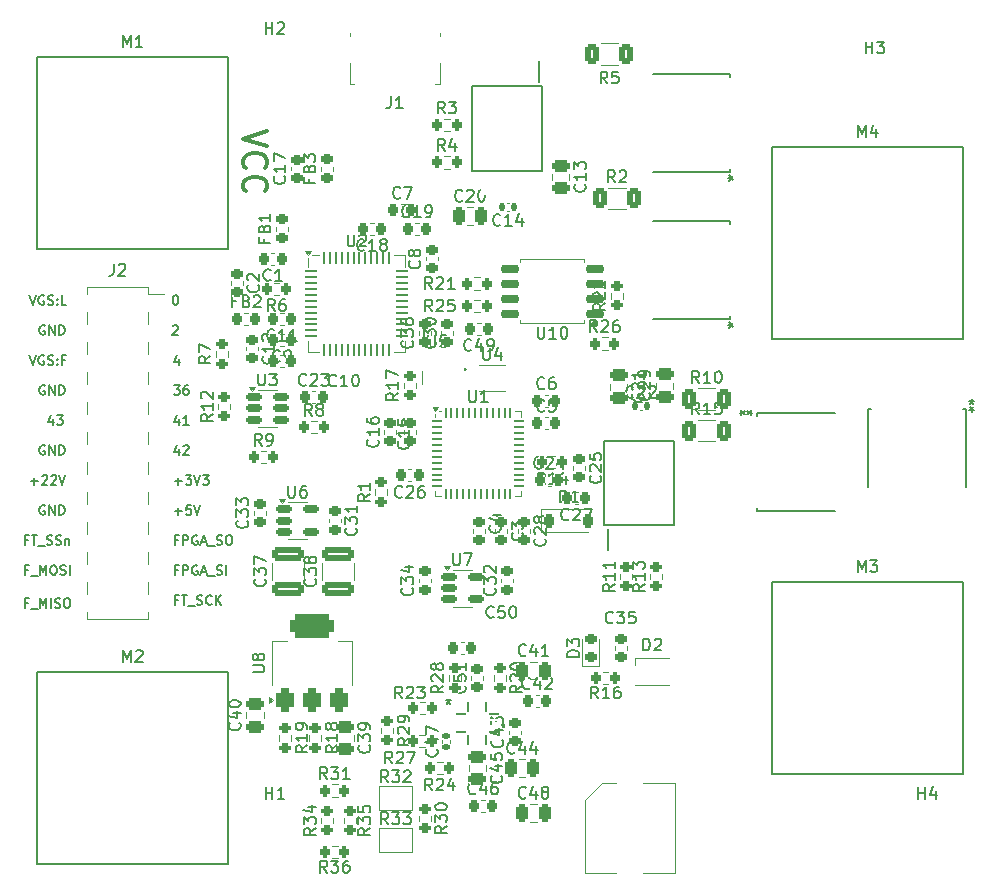
<source format=gbr>
%TF.GenerationSoftware,KiCad,Pcbnew,7.0.10-7.0.10~ubuntu22.04.1*%
%TF.CreationDate,2024-07-15T15:34:11-04:00*%
%TF.ProjectId,IcePSMNR55,49636550-534d-44e5-9235-352e6b696361,rev?*%
%TF.SameCoordinates,Original*%
%TF.FileFunction,Legend,Top*%
%TF.FilePolarity,Positive*%
%FSLAX46Y46*%
G04 Gerber Fmt 4.6, Leading zero omitted, Abs format (unit mm)*
G04 Created by KiCad (PCBNEW 7.0.10-7.0.10~ubuntu22.04.1) date 2024-07-15 15:34:11*
%MOMM*%
%LPD*%
G01*
G04 APERTURE LIST*
G04 Aperture macros list*
%AMRoundRect*
0 Rectangle with rounded corners*
0 $1 Rounding radius*
0 $2 $3 $4 $5 $6 $7 $8 $9 X,Y pos of 4 corners*
0 Add a 4 corners polygon primitive as box body*
4,1,4,$2,$3,$4,$5,$6,$7,$8,$9,$2,$3,0*
0 Add four circle primitives for the rounded corners*
1,1,$1+$1,$2,$3*
1,1,$1+$1,$4,$5*
1,1,$1+$1,$6,$7*
1,1,$1+$1,$8,$9*
0 Add four rect primitives between the rounded corners*
20,1,$1+$1,$2,$3,$4,$5,0*
20,1,$1+$1,$4,$5,$6,$7,0*
20,1,$1+$1,$6,$7,$8,$9,0*
20,1,$1+$1,$8,$9,$2,$3,0*%
%AMFreePoly0*
4,1,6,1.000000,0.000000,0.500000,-0.750000,-0.500000,-0.750000,-0.500000,0.750000,0.500000,0.750000,1.000000,0.000000,1.000000,0.000000,$1*%
%AMFreePoly1*
4,1,6,0.500000,-0.750000,-0.650000,-0.750000,-0.150000,0.000000,-0.650000,0.750000,0.500000,0.750000,0.500000,-0.750000,0.500000,-0.750000,$1*%
G04 Aperture macros list end*
%ADD10C,0.175000*%
%ADD11C,0.300000*%
%ADD12C,0.150000*%
%ADD13C,0.120000*%
%ADD14C,0.200000*%
%ADD15C,0.152400*%
%ADD16C,0.100000*%
%ADD17RoundRect,0.200000X-0.200000X-0.275000X0.200000X-0.275000X0.200000X0.275000X-0.200000X0.275000X0*%
%ADD18RoundRect,0.062500X-0.375000X-0.062500X0.375000X-0.062500X0.375000X0.062500X-0.375000X0.062500X0*%
%ADD19RoundRect,0.062500X-0.062500X-0.375000X0.062500X-0.375000X0.062500X0.375000X-0.062500X0.375000X0*%
%ADD20R,5.600000X5.600000*%
%ADD21RoundRect,0.225000X-0.250000X0.225000X-0.250000X-0.225000X0.250000X-0.225000X0.250000X0.225000X0*%
%ADD22RoundRect,0.200000X0.200000X0.275000X-0.200000X0.275000X-0.200000X-0.275000X0.200000X-0.275000X0*%
%ADD23C,2.004000*%
%ADD24RoundRect,0.250000X-0.475000X0.250000X-0.475000X-0.250000X0.475000X-0.250000X0.475000X0.250000X0*%
%ADD25RoundRect,0.225000X0.250000X-0.225000X0.250000X0.225000X-0.250000X0.225000X-0.250000X-0.225000X0*%
%ADD26RoundRect,0.150000X-0.512500X-0.150000X0.512500X-0.150000X0.512500X0.150000X-0.512500X0.150000X0*%
%ADD27RoundRect,0.218750X-0.218750X-0.256250X0.218750X-0.256250X0.218750X0.256250X-0.218750X0.256250X0*%
%ADD28R,3.000000X1.000000*%
%ADD29RoundRect,0.250000X1.100000X-0.325000X1.100000X0.325000X-1.100000X0.325000X-1.100000X-0.325000X0*%
%ADD30RoundRect,0.250000X-0.312500X-0.625000X0.312500X-0.625000X0.312500X0.625000X-0.312500X0.625000X0*%
%ADD31RoundRect,0.200000X0.275000X-0.200000X0.275000X0.200000X-0.275000X0.200000X-0.275000X-0.200000X0*%
%ADD32RoundRect,0.218750X0.256250X-0.218750X0.256250X0.218750X-0.256250X0.218750X-0.256250X-0.218750X0*%
%ADD33RoundRect,0.140000X0.170000X-0.140000X0.170000X0.140000X-0.170000X0.140000X-0.170000X-0.140000X0*%
%ADD34RoundRect,0.250000X0.475000X-0.250000X0.475000X0.250000X-0.475000X0.250000X-0.475000X-0.250000X0*%
%ADD35RoundRect,0.225000X-0.225000X-0.250000X0.225000X-0.250000X0.225000X0.250000X-0.225000X0.250000X0*%
%ADD36R,0.800000X0.300000*%
%ADD37C,3.200000*%
%ADD38RoundRect,0.250000X-0.250000X-0.475000X0.250000X-0.475000X0.250000X0.475000X-0.250000X0.475000X0*%
%ADD39RoundRect,0.062500X-0.412500X-0.062500X0.412500X-0.062500X0.412500X0.062500X-0.412500X0.062500X0*%
%ADD40RoundRect,0.062500X-0.062500X-0.412500X0.062500X-0.412500X0.062500X0.412500X-0.062500X0.412500X0*%
%ADD41R,6.200000X6.200000*%
%ADD42FreePoly0,0.000000*%
%ADD43FreePoly1,0.000000*%
%ADD44R,1.000000X0.800000*%
%ADD45RoundRect,0.225000X0.225000X0.250000X-0.225000X0.250000X-0.225000X-0.250000X0.225000X-0.250000X0*%
%ADD46R,1.143000X1.828800*%
%ADD47R,7.391400X6.121400*%
%ADD48R,0.600000X1.750000*%
%ADD49RoundRect,0.200000X-0.275000X0.200000X-0.275000X-0.200000X0.275000X-0.200000X0.275000X0.200000X0*%
%ADD50R,1.828800X1.143000*%
%ADD51R,6.121400X7.391400*%
%ADD52RoundRect,0.140000X-0.140000X-0.170000X0.140000X-0.170000X0.140000X0.170000X-0.140000X0.170000X0*%
%ADD53RoundRect,0.225000X-0.225000X-0.375000X0.225000X-0.375000X0.225000X0.375000X-0.225000X0.375000X0*%
%ADD54RoundRect,0.057150X0.349250X-0.057150X0.349250X0.057150X-0.349250X0.057150X-0.349250X-0.057150X0*%
%ADD55R,0.812800X0.228600*%
%ADD56RoundRect,0.057150X-0.057150X-0.349250X0.057150X-0.349250X0.057150X0.349250X-0.057150X0.349250X0*%
%ADD57R,0.228600X0.812800*%
%ADD58R,1.422400X1.422400*%
%ADD59R,0.381000X0.381000*%
%ADD60RoundRect,0.150000X0.650000X0.150000X-0.650000X0.150000X-0.650000X-0.150000X0.650000X-0.150000X0*%
%ADD61RoundRect,0.140000X0.140000X0.170000X-0.140000X0.170000X-0.140000X-0.170000X0.140000X-0.170000X0*%
%ADD62R,0.650000X0.850000*%
%ADD63R,0.450000X1.380000*%
%ADD64R,1.650000X1.300000*%
%ADD65R,1.425000X1.550000*%
%ADD66R,1.800000X1.900000*%
%ADD67R,1.000000X1.900000*%
%ADD68R,2.286000X1.624000*%
%ADD69RoundRect,0.375000X0.375000X-0.625000X0.375000X0.625000X-0.375000X0.625000X-0.375000X-0.625000X0*%
%ADD70RoundRect,0.500000X1.400000X-0.500000X1.400000X0.500000X-1.400000X0.500000X-1.400000X-0.500000X0*%
G04 APERTURE END LIST*
D10*
X49670464Y-61843661D02*
X49670464Y-62376995D01*
X49479988Y-61538900D02*
X49289511Y-62110328D01*
X49289511Y-62110328D02*
X49784750Y-62110328D01*
X49162511Y-59113185D02*
X49200607Y-59075090D01*
X49200607Y-59075090D02*
X49276797Y-59036995D01*
X49276797Y-59036995D02*
X49467273Y-59036995D01*
X49467273Y-59036995D02*
X49543464Y-59075090D01*
X49543464Y-59075090D02*
X49581559Y-59113185D01*
X49581559Y-59113185D02*
X49619654Y-59189376D01*
X49619654Y-59189376D02*
X49619654Y-59265566D01*
X49619654Y-59265566D02*
X49581559Y-59379852D01*
X49581559Y-59379852D02*
X49124416Y-59836995D01*
X49124416Y-59836995D02*
X49619654Y-59836995D01*
X38316654Y-64155090D02*
X38240464Y-64116995D01*
X38240464Y-64116995D02*
X38126178Y-64116995D01*
X38126178Y-64116995D02*
X38011892Y-64155090D01*
X38011892Y-64155090D02*
X37935702Y-64231280D01*
X37935702Y-64231280D02*
X37897607Y-64307471D01*
X37897607Y-64307471D02*
X37859511Y-64459852D01*
X37859511Y-64459852D02*
X37859511Y-64574138D01*
X37859511Y-64574138D02*
X37897607Y-64726519D01*
X37897607Y-64726519D02*
X37935702Y-64802709D01*
X37935702Y-64802709D02*
X38011892Y-64878900D01*
X38011892Y-64878900D02*
X38126178Y-64916995D01*
X38126178Y-64916995D02*
X38202369Y-64916995D01*
X38202369Y-64916995D02*
X38316654Y-64878900D01*
X38316654Y-64878900D02*
X38354750Y-64840804D01*
X38354750Y-64840804D02*
X38354750Y-64574138D01*
X38354750Y-64574138D02*
X38202369Y-64574138D01*
X38697607Y-64916995D02*
X38697607Y-64116995D01*
X38697607Y-64116995D02*
X39154750Y-64916995D01*
X39154750Y-64916995D02*
X39154750Y-64116995D01*
X39535702Y-64916995D02*
X39535702Y-64116995D01*
X39535702Y-64116995D02*
X39726178Y-64116995D01*
X39726178Y-64116995D02*
X39840464Y-64155090D01*
X39840464Y-64155090D02*
X39916654Y-64231280D01*
X39916654Y-64231280D02*
X39954749Y-64307471D01*
X39954749Y-64307471D02*
X39992845Y-64459852D01*
X39992845Y-64459852D02*
X39992845Y-64574138D01*
X39992845Y-64574138D02*
X39954749Y-64726519D01*
X39954749Y-64726519D02*
X39916654Y-64802709D01*
X39916654Y-64802709D02*
X39840464Y-64878900D01*
X39840464Y-64878900D02*
X39726178Y-64916995D01*
X39726178Y-64916995D02*
X39535702Y-64916995D01*
X39002464Y-66923661D02*
X39002464Y-67456995D01*
X38811988Y-66618900D02*
X38621511Y-67190328D01*
X38621511Y-67190328D02*
X39116750Y-67190328D01*
X39345321Y-66656995D02*
X39840559Y-66656995D01*
X39840559Y-66656995D02*
X39573893Y-66961757D01*
X39573893Y-66961757D02*
X39688178Y-66961757D01*
X39688178Y-66961757D02*
X39764369Y-66999852D01*
X39764369Y-66999852D02*
X39802464Y-67037947D01*
X39802464Y-67037947D02*
X39840559Y-67114138D01*
X39840559Y-67114138D02*
X39840559Y-67304614D01*
X39840559Y-67304614D02*
X39802464Y-67380804D01*
X39802464Y-67380804D02*
X39764369Y-67418900D01*
X39764369Y-67418900D02*
X39688178Y-67456995D01*
X39688178Y-67456995D02*
X39459607Y-67456995D01*
X39459607Y-67456995D02*
X39383416Y-67418900D01*
X39383416Y-67418900D02*
X39345321Y-67380804D01*
X36894273Y-82531947D02*
X36627607Y-82531947D01*
X36627607Y-82950995D02*
X36627607Y-82150995D01*
X36627607Y-82150995D02*
X37008559Y-82150995D01*
X37122845Y-83027185D02*
X37732368Y-83027185D01*
X37922845Y-82950995D02*
X37922845Y-82150995D01*
X37922845Y-82150995D02*
X38189511Y-82722423D01*
X38189511Y-82722423D02*
X38456178Y-82150995D01*
X38456178Y-82150995D02*
X38456178Y-82950995D01*
X38837131Y-82950995D02*
X38837131Y-82150995D01*
X39179987Y-82912900D02*
X39294273Y-82950995D01*
X39294273Y-82950995D02*
X39484749Y-82950995D01*
X39484749Y-82950995D02*
X39560940Y-82912900D01*
X39560940Y-82912900D02*
X39599035Y-82874804D01*
X39599035Y-82874804D02*
X39637130Y-82798614D01*
X39637130Y-82798614D02*
X39637130Y-82722423D01*
X39637130Y-82722423D02*
X39599035Y-82646233D01*
X39599035Y-82646233D02*
X39560940Y-82608138D01*
X39560940Y-82608138D02*
X39484749Y-82570042D01*
X39484749Y-82570042D02*
X39332368Y-82531947D01*
X39332368Y-82531947D02*
X39256178Y-82493852D01*
X39256178Y-82493852D02*
X39218083Y-82455757D01*
X39218083Y-82455757D02*
X39179987Y-82379566D01*
X39179987Y-82379566D02*
X39179987Y-82303376D01*
X39179987Y-82303376D02*
X39218083Y-82227185D01*
X39218083Y-82227185D02*
X39256178Y-82189090D01*
X39256178Y-82189090D02*
X39332368Y-82150995D01*
X39332368Y-82150995D02*
X39522845Y-82150995D01*
X39522845Y-82150995D02*
X39637130Y-82189090D01*
X40132369Y-82150995D02*
X40284750Y-82150995D01*
X40284750Y-82150995D02*
X40360940Y-82189090D01*
X40360940Y-82189090D02*
X40437131Y-82265280D01*
X40437131Y-82265280D02*
X40475226Y-82417661D01*
X40475226Y-82417661D02*
X40475226Y-82684328D01*
X40475226Y-82684328D02*
X40437131Y-82836709D01*
X40437131Y-82836709D02*
X40360940Y-82912900D01*
X40360940Y-82912900D02*
X40284750Y-82950995D01*
X40284750Y-82950995D02*
X40132369Y-82950995D01*
X40132369Y-82950995D02*
X40056178Y-82912900D01*
X40056178Y-82912900D02*
X39979988Y-82836709D01*
X39979988Y-82836709D02*
X39941892Y-82684328D01*
X39941892Y-82684328D02*
X39941892Y-82417661D01*
X39941892Y-82417661D02*
X39979988Y-82265280D01*
X39979988Y-82265280D02*
X40056178Y-82189090D01*
X40056178Y-82189090D02*
X40132369Y-82150995D01*
X49670464Y-69463661D02*
X49670464Y-69996995D01*
X49479988Y-69158900D02*
X49289511Y-69730328D01*
X49289511Y-69730328D02*
X49784750Y-69730328D01*
X50051416Y-69273185D02*
X50089512Y-69235090D01*
X50089512Y-69235090D02*
X50165702Y-69196995D01*
X50165702Y-69196995D02*
X50356178Y-69196995D01*
X50356178Y-69196995D02*
X50432369Y-69235090D01*
X50432369Y-69235090D02*
X50470464Y-69273185D01*
X50470464Y-69273185D02*
X50508559Y-69349376D01*
X50508559Y-69349376D02*
X50508559Y-69425566D01*
X50508559Y-69425566D02*
X50470464Y-69539852D01*
X50470464Y-69539852D02*
X50013321Y-69996995D01*
X50013321Y-69996995D02*
X50508559Y-69996995D01*
X49327607Y-74772233D02*
X49937131Y-74772233D01*
X49632369Y-75076995D02*
X49632369Y-74467471D01*
X50699035Y-74276995D02*
X50318083Y-74276995D01*
X50318083Y-74276995D02*
X50279987Y-74657947D01*
X50279987Y-74657947D02*
X50318083Y-74619852D01*
X50318083Y-74619852D02*
X50394273Y-74581757D01*
X50394273Y-74581757D02*
X50584749Y-74581757D01*
X50584749Y-74581757D02*
X50660940Y-74619852D01*
X50660940Y-74619852D02*
X50699035Y-74657947D01*
X50699035Y-74657947D02*
X50737130Y-74734138D01*
X50737130Y-74734138D02*
X50737130Y-74924614D01*
X50737130Y-74924614D02*
X50699035Y-75000804D01*
X50699035Y-75000804D02*
X50660940Y-75038900D01*
X50660940Y-75038900D02*
X50584749Y-75076995D01*
X50584749Y-75076995D02*
X50394273Y-75076995D01*
X50394273Y-75076995D02*
X50318083Y-75038900D01*
X50318083Y-75038900D02*
X50279987Y-75000804D01*
X50965702Y-74276995D02*
X51232369Y-75076995D01*
X51232369Y-75076995D02*
X51499035Y-74276995D01*
X36894273Y-77197947D02*
X36627607Y-77197947D01*
X36627607Y-77616995D02*
X36627607Y-76816995D01*
X36627607Y-76816995D02*
X37008559Y-76816995D01*
X37199035Y-76816995D02*
X37656178Y-76816995D01*
X37427606Y-77616995D02*
X37427606Y-76816995D01*
X37732369Y-77693185D02*
X38341892Y-77693185D01*
X38494273Y-77578900D02*
X38608559Y-77616995D01*
X38608559Y-77616995D02*
X38799035Y-77616995D01*
X38799035Y-77616995D02*
X38875226Y-77578900D01*
X38875226Y-77578900D02*
X38913321Y-77540804D01*
X38913321Y-77540804D02*
X38951416Y-77464614D01*
X38951416Y-77464614D02*
X38951416Y-77388423D01*
X38951416Y-77388423D02*
X38913321Y-77312233D01*
X38913321Y-77312233D02*
X38875226Y-77274138D01*
X38875226Y-77274138D02*
X38799035Y-77236042D01*
X38799035Y-77236042D02*
X38646654Y-77197947D01*
X38646654Y-77197947D02*
X38570464Y-77159852D01*
X38570464Y-77159852D02*
X38532369Y-77121757D01*
X38532369Y-77121757D02*
X38494273Y-77045566D01*
X38494273Y-77045566D02*
X38494273Y-76969376D01*
X38494273Y-76969376D02*
X38532369Y-76893185D01*
X38532369Y-76893185D02*
X38570464Y-76855090D01*
X38570464Y-76855090D02*
X38646654Y-76816995D01*
X38646654Y-76816995D02*
X38837131Y-76816995D01*
X38837131Y-76816995D02*
X38951416Y-76855090D01*
X39256178Y-77578900D02*
X39370464Y-77616995D01*
X39370464Y-77616995D02*
X39560940Y-77616995D01*
X39560940Y-77616995D02*
X39637131Y-77578900D01*
X39637131Y-77578900D02*
X39675226Y-77540804D01*
X39675226Y-77540804D02*
X39713321Y-77464614D01*
X39713321Y-77464614D02*
X39713321Y-77388423D01*
X39713321Y-77388423D02*
X39675226Y-77312233D01*
X39675226Y-77312233D02*
X39637131Y-77274138D01*
X39637131Y-77274138D02*
X39560940Y-77236042D01*
X39560940Y-77236042D02*
X39408559Y-77197947D01*
X39408559Y-77197947D02*
X39332369Y-77159852D01*
X39332369Y-77159852D02*
X39294274Y-77121757D01*
X39294274Y-77121757D02*
X39256178Y-77045566D01*
X39256178Y-77045566D02*
X39256178Y-76969376D01*
X39256178Y-76969376D02*
X39294274Y-76893185D01*
X39294274Y-76893185D02*
X39332369Y-76855090D01*
X39332369Y-76855090D02*
X39408559Y-76816995D01*
X39408559Y-76816995D02*
X39599036Y-76816995D01*
X39599036Y-76816995D02*
X39713321Y-76855090D01*
X40056179Y-77083661D02*
X40056179Y-77616995D01*
X40056179Y-77159852D02*
X40094274Y-77121757D01*
X40094274Y-77121757D02*
X40170464Y-77083661D01*
X40170464Y-77083661D02*
X40284750Y-77083661D01*
X40284750Y-77083661D02*
X40360941Y-77121757D01*
X40360941Y-77121757D02*
X40399036Y-77197947D01*
X40399036Y-77197947D02*
X40399036Y-77616995D01*
X49251416Y-64116995D02*
X49746654Y-64116995D01*
X49746654Y-64116995D02*
X49479988Y-64421757D01*
X49479988Y-64421757D02*
X49594273Y-64421757D01*
X49594273Y-64421757D02*
X49670464Y-64459852D01*
X49670464Y-64459852D02*
X49708559Y-64497947D01*
X49708559Y-64497947D02*
X49746654Y-64574138D01*
X49746654Y-64574138D02*
X49746654Y-64764614D01*
X49746654Y-64764614D02*
X49708559Y-64840804D01*
X49708559Y-64840804D02*
X49670464Y-64878900D01*
X49670464Y-64878900D02*
X49594273Y-64916995D01*
X49594273Y-64916995D02*
X49365702Y-64916995D01*
X49365702Y-64916995D02*
X49289511Y-64878900D01*
X49289511Y-64878900D02*
X49251416Y-64840804D01*
X50432369Y-64116995D02*
X50279988Y-64116995D01*
X50279988Y-64116995D02*
X50203797Y-64155090D01*
X50203797Y-64155090D02*
X50165702Y-64193185D01*
X50165702Y-64193185D02*
X50089512Y-64307471D01*
X50089512Y-64307471D02*
X50051416Y-64459852D01*
X50051416Y-64459852D02*
X50051416Y-64764614D01*
X50051416Y-64764614D02*
X50089512Y-64840804D01*
X50089512Y-64840804D02*
X50127607Y-64878900D01*
X50127607Y-64878900D02*
X50203797Y-64916995D01*
X50203797Y-64916995D02*
X50356178Y-64916995D01*
X50356178Y-64916995D02*
X50432369Y-64878900D01*
X50432369Y-64878900D02*
X50470464Y-64840804D01*
X50470464Y-64840804D02*
X50508559Y-64764614D01*
X50508559Y-64764614D02*
X50508559Y-64574138D01*
X50508559Y-64574138D02*
X50470464Y-64497947D01*
X50470464Y-64497947D02*
X50432369Y-64459852D01*
X50432369Y-64459852D02*
X50356178Y-64421757D01*
X50356178Y-64421757D02*
X50203797Y-64421757D01*
X50203797Y-64421757D02*
X50127607Y-64459852D01*
X50127607Y-64459852D02*
X50089512Y-64497947D01*
X50089512Y-64497947D02*
X50051416Y-64574138D01*
X49594273Y-77197947D02*
X49327607Y-77197947D01*
X49327607Y-77616995D02*
X49327607Y-76816995D01*
X49327607Y-76816995D02*
X49708559Y-76816995D01*
X50013321Y-77616995D02*
X50013321Y-76816995D01*
X50013321Y-76816995D02*
X50318083Y-76816995D01*
X50318083Y-76816995D02*
X50394273Y-76855090D01*
X50394273Y-76855090D02*
X50432368Y-76893185D01*
X50432368Y-76893185D02*
X50470464Y-76969376D01*
X50470464Y-76969376D02*
X50470464Y-77083661D01*
X50470464Y-77083661D02*
X50432368Y-77159852D01*
X50432368Y-77159852D02*
X50394273Y-77197947D01*
X50394273Y-77197947D02*
X50318083Y-77236042D01*
X50318083Y-77236042D02*
X50013321Y-77236042D01*
X51232368Y-76855090D02*
X51156178Y-76816995D01*
X51156178Y-76816995D02*
X51041892Y-76816995D01*
X51041892Y-76816995D02*
X50927606Y-76855090D01*
X50927606Y-76855090D02*
X50851416Y-76931280D01*
X50851416Y-76931280D02*
X50813321Y-77007471D01*
X50813321Y-77007471D02*
X50775225Y-77159852D01*
X50775225Y-77159852D02*
X50775225Y-77274138D01*
X50775225Y-77274138D02*
X50813321Y-77426519D01*
X50813321Y-77426519D02*
X50851416Y-77502709D01*
X50851416Y-77502709D02*
X50927606Y-77578900D01*
X50927606Y-77578900D02*
X51041892Y-77616995D01*
X51041892Y-77616995D02*
X51118083Y-77616995D01*
X51118083Y-77616995D02*
X51232368Y-77578900D01*
X51232368Y-77578900D02*
X51270464Y-77540804D01*
X51270464Y-77540804D02*
X51270464Y-77274138D01*
X51270464Y-77274138D02*
X51118083Y-77274138D01*
X51575225Y-77388423D02*
X51956178Y-77388423D01*
X51499035Y-77616995D02*
X51765702Y-76816995D01*
X51765702Y-76816995D02*
X52032368Y-77616995D01*
X52108559Y-77693185D02*
X52718082Y-77693185D01*
X52870463Y-77578900D02*
X52984749Y-77616995D01*
X52984749Y-77616995D02*
X53175225Y-77616995D01*
X53175225Y-77616995D02*
X53251416Y-77578900D01*
X53251416Y-77578900D02*
X53289511Y-77540804D01*
X53289511Y-77540804D02*
X53327606Y-77464614D01*
X53327606Y-77464614D02*
X53327606Y-77388423D01*
X53327606Y-77388423D02*
X53289511Y-77312233D01*
X53289511Y-77312233D02*
X53251416Y-77274138D01*
X53251416Y-77274138D02*
X53175225Y-77236042D01*
X53175225Y-77236042D02*
X53022844Y-77197947D01*
X53022844Y-77197947D02*
X52946654Y-77159852D01*
X52946654Y-77159852D02*
X52908559Y-77121757D01*
X52908559Y-77121757D02*
X52870463Y-77045566D01*
X52870463Y-77045566D02*
X52870463Y-76969376D01*
X52870463Y-76969376D02*
X52908559Y-76893185D01*
X52908559Y-76893185D02*
X52946654Y-76855090D01*
X52946654Y-76855090D02*
X53022844Y-76816995D01*
X53022844Y-76816995D02*
X53213321Y-76816995D01*
X53213321Y-76816995D02*
X53327606Y-76855090D01*
X53822845Y-76816995D02*
X53975226Y-76816995D01*
X53975226Y-76816995D02*
X54051416Y-76855090D01*
X54051416Y-76855090D02*
X54127607Y-76931280D01*
X54127607Y-76931280D02*
X54165702Y-77083661D01*
X54165702Y-77083661D02*
X54165702Y-77350328D01*
X54165702Y-77350328D02*
X54127607Y-77502709D01*
X54127607Y-77502709D02*
X54051416Y-77578900D01*
X54051416Y-77578900D02*
X53975226Y-77616995D01*
X53975226Y-77616995D02*
X53822845Y-77616995D01*
X53822845Y-77616995D02*
X53746654Y-77578900D01*
X53746654Y-77578900D02*
X53670464Y-77502709D01*
X53670464Y-77502709D02*
X53632368Y-77350328D01*
X53632368Y-77350328D02*
X53632368Y-77083661D01*
X53632368Y-77083661D02*
X53670464Y-76931280D01*
X53670464Y-76931280D02*
X53746654Y-76855090D01*
X53746654Y-76855090D02*
X53822845Y-76816995D01*
X37135607Y-72232233D02*
X37745131Y-72232233D01*
X37440369Y-72536995D02*
X37440369Y-71927471D01*
X38087987Y-71813185D02*
X38126083Y-71775090D01*
X38126083Y-71775090D02*
X38202273Y-71736995D01*
X38202273Y-71736995D02*
X38392749Y-71736995D01*
X38392749Y-71736995D02*
X38468940Y-71775090D01*
X38468940Y-71775090D02*
X38507035Y-71813185D01*
X38507035Y-71813185D02*
X38545130Y-71889376D01*
X38545130Y-71889376D02*
X38545130Y-71965566D01*
X38545130Y-71965566D02*
X38507035Y-72079852D01*
X38507035Y-72079852D02*
X38049892Y-72536995D01*
X38049892Y-72536995D02*
X38545130Y-72536995D01*
X38849892Y-71813185D02*
X38887988Y-71775090D01*
X38887988Y-71775090D02*
X38964178Y-71736995D01*
X38964178Y-71736995D02*
X39154654Y-71736995D01*
X39154654Y-71736995D02*
X39230845Y-71775090D01*
X39230845Y-71775090D02*
X39268940Y-71813185D01*
X39268940Y-71813185D02*
X39307035Y-71889376D01*
X39307035Y-71889376D02*
X39307035Y-71965566D01*
X39307035Y-71965566D02*
X39268940Y-72079852D01*
X39268940Y-72079852D02*
X38811797Y-72536995D01*
X38811797Y-72536995D02*
X39307035Y-72536995D01*
X39535607Y-71736995D02*
X39802274Y-72536995D01*
X39802274Y-72536995D02*
X40068940Y-71736995D01*
X38316654Y-69235090D02*
X38240464Y-69196995D01*
X38240464Y-69196995D02*
X38126178Y-69196995D01*
X38126178Y-69196995D02*
X38011892Y-69235090D01*
X38011892Y-69235090D02*
X37935702Y-69311280D01*
X37935702Y-69311280D02*
X37897607Y-69387471D01*
X37897607Y-69387471D02*
X37859511Y-69539852D01*
X37859511Y-69539852D02*
X37859511Y-69654138D01*
X37859511Y-69654138D02*
X37897607Y-69806519D01*
X37897607Y-69806519D02*
X37935702Y-69882709D01*
X37935702Y-69882709D02*
X38011892Y-69958900D01*
X38011892Y-69958900D02*
X38126178Y-69996995D01*
X38126178Y-69996995D02*
X38202369Y-69996995D01*
X38202369Y-69996995D02*
X38316654Y-69958900D01*
X38316654Y-69958900D02*
X38354750Y-69920804D01*
X38354750Y-69920804D02*
X38354750Y-69654138D01*
X38354750Y-69654138D02*
X38202369Y-69654138D01*
X38697607Y-69996995D02*
X38697607Y-69196995D01*
X38697607Y-69196995D02*
X39154750Y-69996995D01*
X39154750Y-69996995D02*
X39154750Y-69196995D01*
X39535702Y-69996995D02*
X39535702Y-69196995D01*
X39535702Y-69196995D02*
X39726178Y-69196995D01*
X39726178Y-69196995D02*
X39840464Y-69235090D01*
X39840464Y-69235090D02*
X39916654Y-69311280D01*
X39916654Y-69311280D02*
X39954749Y-69387471D01*
X39954749Y-69387471D02*
X39992845Y-69539852D01*
X39992845Y-69539852D02*
X39992845Y-69654138D01*
X39992845Y-69654138D02*
X39954749Y-69806519D01*
X39954749Y-69806519D02*
X39916654Y-69882709D01*
X39916654Y-69882709D02*
X39840464Y-69958900D01*
X39840464Y-69958900D02*
X39726178Y-69996995D01*
X39726178Y-69996995D02*
X39535702Y-69996995D01*
X37021321Y-56496995D02*
X37287988Y-57296995D01*
X37287988Y-57296995D02*
X37554654Y-56496995D01*
X38240368Y-56535090D02*
X38164178Y-56496995D01*
X38164178Y-56496995D02*
X38049892Y-56496995D01*
X38049892Y-56496995D02*
X37935606Y-56535090D01*
X37935606Y-56535090D02*
X37859416Y-56611280D01*
X37859416Y-56611280D02*
X37821321Y-56687471D01*
X37821321Y-56687471D02*
X37783225Y-56839852D01*
X37783225Y-56839852D02*
X37783225Y-56954138D01*
X37783225Y-56954138D02*
X37821321Y-57106519D01*
X37821321Y-57106519D02*
X37859416Y-57182709D01*
X37859416Y-57182709D02*
X37935606Y-57258900D01*
X37935606Y-57258900D02*
X38049892Y-57296995D01*
X38049892Y-57296995D02*
X38126083Y-57296995D01*
X38126083Y-57296995D02*
X38240368Y-57258900D01*
X38240368Y-57258900D02*
X38278464Y-57220804D01*
X38278464Y-57220804D02*
X38278464Y-56954138D01*
X38278464Y-56954138D02*
X38126083Y-56954138D01*
X38583225Y-57258900D02*
X38697511Y-57296995D01*
X38697511Y-57296995D02*
X38887987Y-57296995D01*
X38887987Y-57296995D02*
X38964178Y-57258900D01*
X38964178Y-57258900D02*
X39002273Y-57220804D01*
X39002273Y-57220804D02*
X39040368Y-57144614D01*
X39040368Y-57144614D02*
X39040368Y-57068423D01*
X39040368Y-57068423D02*
X39002273Y-56992233D01*
X39002273Y-56992233D02*
X38964178Y-56954138D01*
X38964178Y-56954138D02*
X38887987Y-56916042D01*
X38887987Y-56916042D02*
X38735606Y-56877947D01*
X38735606Y-56877947D02*
X38659416Y-56839852D01*
X38659416Y-56839852D02*
X38621321Y-56801757D01*
X38621321Y-56801757D02*
X38583225Y-56725566D01*
X38583225Y-56725566D02*
X38583225Y-56649376D01*
X38583225Y-56649376D02*
X38621321Y-56573185D01*
X38621321Y-56573185D02*
X38659416Y-56535090D01*
X38659416Y-56535090D02*
X38735606Y-56496995D01*
X38735606Y-56496995D02*
X38926083Y-56496995D01*
X38926083Y-56496995D02*
X39040368Y-56535090D01*
X39383226Y-57220804D02*
X39421321Y-57258900D01*
X39421321Y-57258900D02*
X39383226Y-57296995D01*
X39383226Y-57296995D02*
X39345130Y-57258900D01*
X39345130Y-57258900D02*
X39383226Y-57220804D01*
X39383226Y-57220804D02*
X39383226Y-57296995D01*
X39383226Y-56801757D02*
X39421321Y-56839852D01*
X39421321Y-56839852D02*
X39383226Y-56877947D01*
X39383226Y-56877947D02*
X39345130Y-56839852D01*
X39345130Y-56839852D02*
X39383226Y-56801757D01*
X39383226Y-56801757D02*
X39383226Y-56877947D01*
X40145130Y-57296995D02*
X39764178Y-57296995D01*
X39764178Y-57296995D02*
X39764178Y-56496995D01*
X37021321Y-61576995D02*
X37287988Y-62376995D01*
X37287988Y-62376995D02*
X37554654Y-61576995D01*
X38240368Y-61615090D02*
X38164178Y-61576995D01*
X38164178Y-61576995D02*
X38049892Y-61576995D01*
X38049892Y-61576995D02*
X37935606Y-61615090D01*
X37935606Y-61615090D02*
X37859416Y-61691280D01*
X37859416Y-61691280D02*
X37821321Y-61767471D01*
X37821321Y-61767471D02*
X37783225Y-61919852D01*
X37783225Y-61919852D02*
X37783225Y-62034138D01*
X37783225Y-62034138D02*
X37821321Y-62186519D01*
X37821321Y-62186519D02*
X37859416Y-62262709D01*
X37859416Y-62262709D02*
X37935606Y-62338900D01*
X37935606Y-62338900D02*
X38049892Y-62376995D01*
X38049892Y-62376995D02*
X38126083Y-62376995D01*
X38126083Y-62376995D02*
X38240368Y-62338900D01*
X38240368Y-62338900D02*
X38278464Y-62300804D01*
X38278464Y-62300804D02*
X38278464Y-62034138D01*
X38278464Y-62034138D02*
X38126083Y-62034138D01*
X38583225Y-62338900D02*
X38697511Y-62376995D01*
X38697511Y-62376995D02*
X38887987Y-62376995D01*
X38887987Y-62376995D02*
X38964178Y-62338900D01*
X38964178Y-62338900D02*
X39002273Y-62300804D01*
X39002273Y-62300804D02*
X39040368Y-62224614D01*
X39040368Y-62224614D02*
X39040368Y-62148423D01*
X39040368Y-62148423D02*
X39002273Y-62072233D01*
X39002273Y-62072233D02*
X38964178Y-62034138D01*
X38964178Y-62034138D02*
X38887987Y-61996042D01*
X38887987Y-61996042D02*
X38735606Y-61957947D01*
X38735606Y-61957947D02*
X38659416Y-61919852D01*
X38659416Y-61919852D02*
X38621321Y-61881757D01*
X38621321Y-61881757D02*
X38583225Y-61805566D01*
X38583225Y-61805566D02*
X38583225Y-61729376D01*
X38583225Y-61729376D02*
X38621321Y-61653185D01*
X38621321Y-61653185D02*
X38659416Y-61615090D01*
X38659416Y-61615090D02*
X38735606Y-61576995D01*
X38735606Y-61576995D02*
X38926083Y-61576995D01*
X38926083Y-61576995D02*
X39040368Y-61615090D01*
X39383226Y-62300804D02*
X39421321Y-62338900D01*
X39421321Y-62338900D02*
X39383226Y-62376995D01*
X39383226Y-62376995D02*
X39345130Y-62338900D01*
X39345130Y-62338900D02*
X39383226Y-62300804D01*
X39383226Y-62300804D02*
X39383226Y-62376995D01*
X39383226Y-61881757D02*
X39421321Y-61919852D01*
X39421321Y-61919852D02*
X39383226Y-61957947D01*
X39383226Y-61957947D02*
X39345130Y-61919852D01*
X39345130Y-61919852D02*
X39383226Y-61881757D01*
X39383226Y-61881757D02*
X39383226Y-61957947D01*
X40030844Y-61957947D02*
X39764178Y-61957947D01*
X39764178Y-62376995D02*
X39764178Y-61576995D01*
X39764178Y-61576995D02*
X40145130Y-61576995D01*
X49670464Y-66923661D02*
X49670464Y-67456995D01*
X49479988Y-66618900D02*
X49289511Y-67190328D01*
X49289511Y-67190328D02*
X49784750Y-67190328D01*
X50508559Y-67456995D02*
X50051416Y-67456995D01*
X50279988Y-67456995D02*
X50279988Y-66656995D01*
X50279988Y-66656995D02*
X50203797Y-66771280D01*
X50203797Y-66771280D02*
X50127607Y-66847471D01*
X50127607Y-66847471D02*
X50051416Y-66885566D01*
D11*
X57124361Y-42551844D02*
X55124361Y-43218510D01*
X55124361Y-43218510D02*
X57124361Y-43885177D01*
X55314838Y-45694701D02*
X55219600Y-45599463D01*
X55219600Y-45599463D02*
X55124361Y-45313749D01*
X55124361Y-45313749D02*
X55124361Y-45123273D01*
X55124361Y-45123273D02*
X55219600Y-44837558D01*
X55219600Y-44837558D02*
X55410076Y-44647082D01*
X55410076Y-44647082D02*
X55600552Y-44551844D01*
X55600552Y-44551844D02*
X55981504Y-44456606D01*
X55981504Y-44456606D02*
X56267219Y-44456606D01*
X56267219Y-44456606D02*
X56648171Y-44551844D01*
X56648171Y-44551844D02*
X56838647Y-44647082D01*
X56838647Y-44647082D02*
X57029123Y-44837558D01*
X57029123Y-44837558D02*
X57124361Y-45123273D01*
X57124361Y-45123273D02*
X57124361Y-45313749D01*
X57124361Y-45313749D02*
X57029123Y-45599463D01*
X57029123Y-45599463D02*
X56933885Y-45694701D01*
X55314838Y-47694701D02*
X55219600Y-47599463D01*
X55219600Y-47599463D02*
X55124361Y-47313749D01*
X55124361Y-47313749D02*
X55124361Y-47123273D01*
X55124361Y-47123273D02*
X55219600Y-46837558D01*
X55219600Y-46837558D02*
X55410076Y-46647082D01*
X55410076Y-46647082D02*
X55600552Y-46551844D01*
X55600552Y-46551844D02*
X55981504Y-46456606D01*
X55981504Y-46456606D02*
X56267219Y-46456606D01*
X56267219Y-46456606D02*
X56648171Y-46551844D01*
X56648171Y-46551844D02*
X56838647Y-46647082D01*
X56838647Y-46647082D02*
X57029123Y-46837558D01*
X57029123Y-46837558D02*
X57124361Y-47123273D01*
X57124361Y-47123273D02*
X57124361Y-47313749D01*
X57124361Y-47313749D02*
X57029123Y-47599463D01*
X57029123Y-47599463D02*
X56933885Y-47694701D01*
D10*
X49327607Y-72232233D02*
X49937131Y-72232233D01*
X49632369Y-72536995D02*
X49632369Y-71927471D01*
X50241892Y-71736995D02*
X50737130Y-71736995D01*
X50737130Y-71736995D02*
X50470464Y-72041757D01*
X50470464Y-72041757D02*
X50584749Y-72041757D01*
X50584749Y-72041757D02*
X50660940Y-72079852D01*
X50660940Y-72079852D02*
X50699035Y-72117947D01*
X50699035Y-72117947D02*
X50737130Y-72194138D01*
X50737130Y-72194138D02*
X50737130Y-72384614D01*
X50737130Y-72384614D02*
X50699035Y-72460804D01*
X50699035Y-72460804D02*
X50660940Y-72498900D01*
X50660940Y-72498900D02*
X50584749Y-72536995D01*
X50584749Y-72536995D02*
X50356178Y-72536995D01*
X50356178Y-72536995D02*
X50279987Y-72498900D01*
X50279987Y-72498900D02*
X50241892Y-72460804D01*
X50965702Y-71736995D02*
X51232369Y-72536995D01*
X51232369Y-72536995D02*
X51499035Y-71736995D01*
X51689511Y-71736995D02*
X52184749Y-71736995D01*
X52184749Y-71736995D02*
X51918083Y-72041757D01*
X51918083Y-72041757D02*
X52032368Y-72041757D01*
X52032368Y-72041757D02*
X52108559Y-72079852D01*
X52108559Y-72079852D02*
X52146654Y-72117947D01*
X52146654Y-72117947D02*
X52184749Y-72194138D01*
X52184749Y-72194138D02*
X52184749Y-72384614D01*
X52184749Y-72384614D02*
X52146654Y-72460804D01*
X52146654Y-72460804D02*
X52108559Y-72498900D01*
X52108559Y-72498900D02*
X52032368Y-72536995D01*
X52032368Y-72536995D02*
X51803797Y-72536995D01*
X51803797Y-72536995D02*
X51727606Y-72498900D01*
X51727606Y-72498900D02*
X51689511Y-72460804D01*
X49594273Y-82277947D02*
X49327607Y-82277947D01*
X49327607Y-82696995D02*
X49327607Y-81896995D01*
X49327607Y-81896995D02*
X49708559Y-81896995D01*
X49899035Y-81896995D02*
X50356178Y-81896995D01*
X50127606Y-82696995D02*
X50127606Y-81896995D01*
X50432369Y-82773185D02*
X51041892Y-82773185D01*
X51194273Y-82658900D02*
X51308559Y-82696995D01*
X51308559Y-82696995D02*
X51499035Y-82696995D01*
X51499035Y-82696995D02*
X51575226Y-82658900D01*
X51575226Y-82658900D02*
X51613321Y-82620804D01*
X51613321Y-82620804D02*
X51651416Y-82544614D01*
X51651416Y-82544614D02*
X51651416Y-82468423D01*
X51651416Y-82468423D02*
X51613321Y-82392233D01*
X51613321Y-82392233D02*
X51575226Y-82354138D01*
X51575226Y-82354138D02*
X51499035Y-82316042D01*
X51499035Y-82316042D02*
X51346654Y-82277947D01*
X51346654Y-82277947D02*
X51270464Y-82239852D01*
X51270464Y-82239852D02*
X51232369Y-82201757D01*
X51232369Y-82201757D02*
X51194273Y-82125566D01*
X51194273Y-82125566D02*
X51194273Y-82049376D01*
X51194273Y-82049376D02*
X51232369Y-81973185D01*
X51232369Y-81973185D02*
X51270464Y-81935090D01*
X51270464Y-81935090D02*
X51346654Y-81896995D01*
X51346654Y-81896995D02*
X51537131Y-81896995D01*
X51537131Y-81896995D02*
X51651416Y-81935090D01*
X52451417Y-82620804D02*
X52413321Y-82658900D01*
X52413321Y-82658900D02*
X52299036Y-82696995D01*
X52299036Y-82696995D02*
X52222845Y-82696995D01*
X52222845Y-82696995D02*
X52108559Y-82658900D01*
X52108559Y-82658900D02*
X52032369Y-82582709D01*
X52032369Y-82582709D02*
X51994274Y-82506519D01*
X51994274Y-82506519D02*
X51956178Y-82354138D01*
X51956178Y-82354138D02*
X51956178Y-82239852D01*
X51956178Y-82239852D02*
X51994274Y-82087471D01*
X51994274Y-82087471D02*
X52032369Y-82011280D01*
X52032369Y-82011280D02*
X52108559Y-81935090D01*
X52108559Y-81935090D02*
X52222845Y-81896995D01*
X52222845Y-81896995D02*
X52299036Y-81896995D01*
X52299036Y-81896995D02*
X52413321Y-81935090D01*
X52413321Y-81935090D02*
X52451417Y-81973185D01*
X52794274Y-82696995D02*
X52794274Y-81896995D01*
X53251417Y-82696995D02*
X52908559Y-82239852D01*
X53251417Y-81896995D02*
X52794274Y-82354138D01*
X38316654Y-59075090D02*
X38240464Y-59036995D01*
X38240464Y-59036995D02*
X38126178Y-59036995D01*
X38126178Y-59036995D02*
X38011892Y-59075090D01*
X38011892Y-59075090D02*
X37935702Y-59151280D01*
X37935702Y-59151280D02*
X37897607Y-59227471D01*
X37897607Y-59227471D02*
X37859511Y-59379852D01*
X37859511Y-59379852D02*
X37859511Y-59494138D01*
X37859511Y-59494138D02*
X37897607Y-59646519D01*
X37897607Y-59646519D02*
X37935702Y-59722709D01*
X37935702Y-59722709D02*
X38011892Y-59798900D01*
X38011892Y-59798900D02*
X38126178Y-59836995D01*
X38126178Y-59836995D02*
X38202369Y-59836995D01*
X38202369Y-59836995D02*
X38316654Y-59798900D01*
X38316654Y-59798900D02*
X38354750Y-59760804D01*
X38354750Y-59760804D02*
X38354750Y-59494138D01*
X38354750Y-59494138D02*
X38202369Y-59494138D01*
X38697607Y-59836995D02*
X38697607Y-59036995D01*
X38697607Y-59036995D02*
X39154750Y-59836995D01*
X39154750Y-59836995D02*
X39154750Y-59036995D01*
X39535702Y-59836995D02*
X39535702Y-59036995D01*
X39535702Y-59036995D02*
X39726178Y-59036995D01*
X39726178Y-59036995D02*
X39840464Y-59075090D01*
X39840464Y-59075090D02*
X39916654Y-59151280D01*
X39916654Y-59151280D02*
X39954749Y-59227471D01*
X39954749Y-59227471D02*
X39992845Y-59379852D01*
X39992845Y-59379852D02*
X39992845Y-59494138D01*
X39992845Y-59494138D02*
X39954749Y-59646519D01*
X39954749Y-59646519D02*
X39916654Y-59722709D01*
X39916654Y-59722709D02*
X39840464Y-59798900D01*
X39840464Y-59798900D02*
X39726178Y-59836995D01*
X39726178Y-59836995D02*
X39535702Y-59836995D01*
X38316654Y-74315090D02*
X38240464Y-74276995D01*
X38240464Y-74276995D02*
X38126178Y-74276995D01*
X38126178Y-74276995D02*
X38011892Y-74315090D01*
X38011892Y-74315090D02*
X37935702Y-74391280D01*
X37935702Y-74391280D02*
X37897607Y-74467471D01*
X37897607Y-74467471D02*
X37859511Y-74619852D01*
X37859511Y-74619852D02*
X37859511Y-74734138D01*
X37859511Y-74734138D02*
X37897607Y-74886519D01*
X37897607Y-74886519D02*
X37935702Y-74962709D01*
X37935702Y-74962709D02*
X38011892Y-75038900D01*
X38011892Y-75038900D02*
X38126178Y-75076995D01*
X38126178Y-75076995D02*
X38202369Y-75076995D01*
X38202369Y-75076995D02*
X38316654Y-75038900D01*
X38316654Y-75038900D02*
X38354750Y-75000804D01*
X38354750Y-75000804D02*
X38354750Y-74734138D01*
X38354750Y-74734138D02*
X38202369Y-74734138D01*
X38697607Y-75076995D02*
X38697607Y-74276995D01*
X38697607Y-74276995D02*
X39154750Y-75076995D01*
X39154750Y-75076995D02*
X39154750Y-74276995D01*
X39535702Y-75076995D02*
X39535702Y-74276995D01*
X39535702Y-74276995D02*
X39726178Y-74276995D01*
X39726178Y-74276995D02*
X39840464Y-74315090D01*
X39840464Y-74315090D02*
X39916654Y-74391280D01*
X39916654Y-74391280D02*
X39954749Y-74467471D01*
X39954749Y-74467471D02*
X39992845Y-74619852D01*
X39992845Y-74619852D02*
X39992845Y-74734138D01*
X39992845Y-74734138D02*
X39954749Y-74886519D01*
X39954749Y-74886519D02*
X39916654Y-74962709D01*
X39916654Y-74962709D02*
X39840464Y-75038900D01*
X39840464Y-75038900D02*
X39726178Y-75076995D01*
X39726178Y-75076995D02*
X39535702Y-75076995D01*
X36894273Y-79737947D02*
X36627607Y-79737947D01*
X36627607Y-80156995D02*
X36627607Y-79356995D01*
X36627607Y-79356995D02*
X37008559Y-79356995D01*
X37122845Y-80233185D02*
X37732368Y-80233185D01*
X37922845Y-80156995D02*
X37922845Y-79356995D01*
X37922845Y-79356995D02*
X38189511Y-79928423D01*
X38189511Y-79928423D02*
X38456178Y-79356995D01*
X38456178Y-79356995D02*
X38456178Y-80156995D01*
X38989512Y-79356995D02*
X39141893Y-79356995D01*
X39141893Y-79356995D02*
X39218083Y-79395090D01*
X39218083Y-79395090D02*
X39294274Y-79471280D01*
X39294274Y-79471280D02*
X39332369Y-79623661D01*
X39332369Y-79623661D02*
X39332369Y-79890328D01*
X39332369Y-79890328D02*
X39294274Y-80042709D01*
X39294274Y-80042709D02*
X39218083Y-80118900D01*
X39218083Y-80118900D02*
X39141893Y-80156995D01*
X39141893Y-80156995D02*
X38989512Y-80156995D01*
X38989512Y-80156995D02*
X38913321Y-80118900D01*
X38913321Y-80118900D02*
X38837131Y-80042709D01*
X38837131Y-80042709D02*
X38799035Y-79890328D01*
X38799035Y-79890328D02*
X38799035Y-79623661D01*
X38799035Y-79623661D02*
X38837131Y-79471280D01*
X38837131Y-79471280D02*
X38913321Y-79395090D01*
X38913321Y-79395090D02*
X38989512Y-79356995D01*
X39637130Y-80118900D02*
X39751416Y-80156995D01*
X39751416Y-80156995D02*
X39941892Y-80156995D01*
X39941892Y-80156995D02*
X40018083Y-80118900D01*
X40018083Y-80118900D02*
X40056178Y-80080804D01*
X40056178Y-80080804D02*
X40094273Y-80004614D01*
X40094273Y-80004614D02*
X40094273Y-79928423D01*
X40094273Y-79928423D02*
X40056178Y-79852233D01*
X40056178Y-79852233D02*
X40018083Y-79814138D01*
X40018083Y-79814138D02*
X39941892Y-79776042D01*
X39941892Y-79776042D02*
X39789511Y-79737947D01*
X39789511Y-79737947D02*
X39713321Y-79699852D01*
X39713321Y-79699852D02*
X39675226Y-79661757D01*
X39675226Y-79661757D02*
X39637130Y-79585566D01*
X39637130Y-79585566D02*
X39637130Y-79509376D01*
X39637130Y-79509376D02*
X39675226Y-79433185D01*
X39675226Y-79433185D02*
X39713321Y-79395090D01*
X39713321Y-79395090D02*
X39789511Y-79356995D01*
X39789511Y-79356995D02*
X39979988Y-79356995D01*
X39979988Y-79356995D02*
X40094273Y-79395090D01*
X40437131Y-80156995D02*
X40437131Y-79356995D01*
X49594273Y-79737947D02*
X49327607Y-79737947D01*
X49327607Y-80156995D02*
X49327607Y-79356995D01*
X49327607Y-79356995D02*
X49708559Y-79356995D01*
X50013321Y-80156995D02*
X50013321Y-79356995D01*
X50013321Y-79356995D02*
X50318083Y-79356995D01*
X50318083Y-79356995D02*
X50394273Y-79395090D01*
X50394273Y-79395090D02*
X50432368Y-79433185D01*
X50432368Y-79433185D02*
X50470464Y-79509376D01*
X50470464Y-79509376D02*
X50470464Y-79623661D01*
X50470464Y-79623661D02*
X50432368Y-79699852D01*
X50432368Y-79699852D02*
X50394273Y-79737947D01*
X50394273Y-79737947D02*
X50318083Y-79776042D01*
X50318083Y-79776042D02*
X50013321Y-79776042D01*
X51232368Y-79395090D02*
X51156178Y-79356995D01*
X51156178Y-79356995D02*
X51041892Y-79356995D01*
X51041892Y-79356995D02*
X50927606Y-79395090D01*
X50927606Y-79395090D02*
X50851416Y-79471280D01*
X50851416Y-79471280D02*
X50813321Y-79547471D01*
X50813321Y-79547471D02*
X50775225Y-79699852D01*
X50775225Y-79699852D02*
X50775225Y-79814138D01*
X50775225Y-79814138D02*
X50813321Y-79966519D01*
X50813321Y-79966519D02*
X50851416Y-80042709D01*
X50851416Y-80042709D02*
X50927606Y-80118900D01*
X50927606Y-80118900D02*
X51041892Y-80156995D01*
X51041892Y-80156995D02*
X51118083Y-80156995D01*
X51118083Y-80156995D02*
X51232368Y-80118900D01*
X51232368Y-80118900D02*
X51270464Y-80080804D01*
X51270464Y-80080804D02*
X51270464Y-79814138D01*
X51270464Y-79814138D02*
X51118083Y-79814138D01*
X51575225Y-79928423D02*
X51956178Y-79928423D01*
X51499035Y-80156995D02*
X51765702Y-79356995D01*
X51765702Y-79356995D02*
X52032368Y-80156995D01*
X52108559Y-80233185D02*
X52718082Y-80233185D01*
X52870463Y-80118900D02*
X52984749Y-80156995D01*
X52984749Y-80156995D02*
X53175225Y-80156995D01*
X53175225Y-80156995D02*
X53251416Y-80118900D01*
X53251416Y-80118900D02*
X53289511Y-80080804D01*
X53289511Y-80080804D02*
X53327606Y-80004614D01*
X53327606Y-80004614D02*
X53327606Y-79928423D01*
X53327606Y-79928423D02*
X53289511Y-79852233D01*
X53289511Y-79852233D02*
X53251416Y-79814138D01*
X53251416Y-79814138D02*
X53175225Y-79776042D01*
X53175225Y-79776042D02*
X53022844Y-79737947D01*
X53022844Y-79737947D02*
X52946654Y-79699852D01*
X52946654Y-79699852D02*
X52908559Y-79661757D01*
X52908559Y-79661757D02*
X52870463Y-79585566D01*
X52870463Y-79585566D02*
X52870463Y-79509376D01*
X52870463Y-79509376D02*
X52908559Y-79433185D01*
X52908559Y-79433185D02*
X52946654Y-79395090D01*
X52946654Y-79395090D02*
X53022844Y-79356995D01*
X53022844Y-79356995D02*
X53213321Y-79356995D01*
X53213321Y-79356995D02*
X53327606Y-79395090D01*
X53670464Y-80156995D02*
X53670464Y-79356995D01*
X49352988Y-56496995D02*
X49429178Y-56496995D01*
X49429178Y-56496995D02*
X49505369Y-56535090D01*
X49505369Y-56535090D02*
X49543464Y-56573185D01*
X49543464Y-56573185D02*
X49581559Y-56649376D01*
X49581559Y-56649376D02*
X49619654Y-56801757D01*
X49619654Y-56801757D02*
X49619654Y-56992233D01*
X49619654Y-56992233D02*
X49581559Y-57144614D01*
X49581559Y-57144614D02*
X49543464Y-57220804D01*
X49543464Y-57220804D02*
X49505369Y-57258900D01*
X49505369Y-57258900D02*
X49429178Y-57296995D01*
X49429178Y-57296995D02*
X49352988Y-57296995D01*
X49352988Y-57296995D02*
X49276797Y-57258900D01*
X49276797Y-57258900D02*
X49238702Y-57220804D01*
X49238702Y-57220804D02*
X49200607Y-57144614D01*
X49200607Y-57144614D02*
X49162511Y-56992233D01*
X49162511Y-56992233D02*
X49162511Y-56801757D01*
X49162511Y-56801757D02*
X49200607Y-56649376D01*
X49200607Y-56649376D02*
X49238702Y-56573185D01*
X49238702Y-56573185D02*
X49276797Y-56535090D01*
X49276797Y-56535090D02*
X49352988Y-56496995D01*
D12*
X56670833Y-69224819D02*
X56337500Y-68748628D01*
X56099405Y-69224819D02*
X56099405Y-68224819D01*
X56099405Y-68224819D02*
X56480357Y-68224819D01*
X56480357Y-68224819D02*
X56575595Y-68272438D01*
X56575595Y-68272438D02*
X56623214Y-68320057D01*
X56623214Y-68320057D02*
X56670833Y-68415295D01*
X56670833Y-68415295D02*
X56670833Y-68558152D01*
X56670833Y-68558152D02*
X56623214Y-68653390D01*
X56623214Y-68653390D02*
X56575595Y-68701009D01*
X56575595Y-68701009D02*
X56480357Y-68748628D01*
X56480357Y-68748628D02*
X56099405Y-68748628D01*
X57147024Y-69224819D02*
X57337500Y-69224819D01*
X57337500Y-69224819D02*
X57432738Y-69177200D01*
X57432738Y-69177200D02*
X57480357Y-69129580D01*
X57480357Y-69129580D02*
X57575595Y-68986723D01*
X57575595Y-68986723D02*
X57623214Y-68796247D01*
X57623214Y-68796247D02*
X57623214Y-68415295D01*
X57623214Y-68415295D02*
X57575595Y-68320057D01*
X57575595Y-68320057D02*
X57527976Y-68272438D01*
X57527976Y-68272438D02*
X57432738Y-68224819D01*
X57432738Y-68224819D02*
X57242262Y-68224819D01*
X57242262Y-68224819D02*
X57147024Y-68272438D01*
X57147024Y-68272438D02*
X57099405Y-68320057D01*
X57099405Y-68320057D02*
X57051786Y-68415295D01*
X57051786Y-68415295D02*
X57051786Y-68653390D01*
X57051786Y-68653390D02*
X57099405Y-68748628D01*
X57099405Y-68748628D02*
X57147024Y-68796247D01*
X57147024Y-68796247D02*
X57242262Y-68843866D01*
X57242262Y-68843866D02*
X57432738Y-68843866D01*
X57432738Y-68843866D02*
X57527976Y-68796247D01*
X57527976Y-68796247D02*
X57575595Y-68748628D01*
X57575595Y-68748628D02*
X57623214Y-68653390D01*
X74233095Y-64539819D02*
X74233095Y-65349342D01*
X74233095Y-65349342D02*
X74280714Y-65444580D01*
X74280714Y-65444580D02*
X74328333Y-65492200D01*
X74328333Y-65492200D02*
X74423571Y-65539819D01*
X74423571Y-65539819D02*
X74614047Y-65539819D01*
X74614047Y-65539819D02*
X74709285Y-65492200D01*
X74709285Y-65492200D02*
X74756904Y-65444580D01*
X74756904Y-65444580D02*
X74804523Y-65349342D01*
X74804523Y-65349342D02*
X74804523Y-64539819D01*
X75804523Y-65539819D02*
X75233095Y-65539819D01*
X75518809Y-65539819D02*
X75518809Y-64539819D01*
X75518809Y-64539819D02*
X75423571Y-64682676D01*
X75423571Y-64682676D02*
X75328333Y-64777914D01*
X75328333Y-64777914D02*
X75233095Y-64825533D01*
X76846580Y-75972666D02*
X76894200Y-76020285D01*
X76894200Y-76020285D02*
X76941819Y-76163142D01*
X76941819Y-76163142D02*
X76941819Y-76258380D01*
X76941819Y-76258380D02*
X76894200Y-76401237D01*
X76894200Y-76401237D02*
X76798961Y-76496475D01*
X76798961Y-76496475D02*
X76703723Y-76544094D01*
X76703723Y-76544094D02*
X76513247Y-76591713D01*
X76513247Y-76591713D02*
X76370390Y-76591713D01*
X76370390Y-76591713D02*
X76179914Y-76544094D01*
X76179914Y-76544094D02*
X76084676Y-76496475D01*
X76084676Y-76496475D02*
X75989438Y-76401237D01*
X75989438Y-76401237D02*
X75941819Y-76258380D01*
X75941819Y-76258380D02*
X75941819Y-76163142D01*
X75941819Y-76163142D02*
X75989438Y-76020285D01*
X75989438Y-76020285D02*
X76037057Y-75972666D01*
X76275152Y-75115523D02*
X76941819Y-75115523D01*
X75894200Y-75353618D02*
X76608485Y-75591713D01*
X76608485Y-75591713D02*
X76608485Y-74972666D01*
X57778333Y-57824819D02*
X57445000Y-57348628D01*
X57206905Y-57824819D02*
X57206905Y-56824819D01*
X57206905Y-56824819D02*
X57587857Y-56824819D01*
X57587857Y-56824819D02*
X57683095Y-56872438D01*
X57683095Y-56872438D02*
X57730714Y-56920057D01*
X57730714Y-56920057D02*
X57778333Y-57015295D01*
X57778333Y-57015295D02*
X57778333Y-57158152D01*
X57778333Y-57158152D02*
X57730714Y-57253390D01*
X57730714Y-57253390D02*
X57683095Y-57301009D01*
X57683095Y-57301009D02*
X57587857Y-57348628D01*
X57587857Y-57348628D02*
X57206905Y-57348628D01*
X58635476Y-56824819D02*
X58445000Y-56824819D01*
X58445000Y-56824819D02*
X58349762Y-56872438D01*
X58349762Y-56872438D02*
X58302143Y-56920057D01*
X58302143Y-56920057D02*
X58206905Y-57062914D01*
X58206905Y-57062914D02*
X58159286Y-57253390D01*
X58159286Y-57253390D02*
X58159286Y-57634342D01*
X58159286Y-57634342D02*
X58206905Y-57729580D01*
X58206905Y-57729580D02*
X58254524Y-57777200D01*
X58254524Y-57777200D02*
X58349762Y-57824819D01*
X58349762Y-57824819D02*
X58540238Y-57824819D01*
X58540238Y-57824819D02*
X58635476Y-57777200D01*
X58635476Y-57777200D02*
X58683095Y-57729580D01*
X58683095Y-57729580D02*
X58730714Y-57634342D01*
X58730714Y-57634342D02*
X58730714Y-57396247D01*
X58730714Y-57396247D02*
X58683095Y-57301009D01*
X58683095Y-57301009D02*
X58635476Y-57253390D01*
X58635476Y-57253390D02*
X58540238Y-57205771D01*
X58540238Y-57205771D02*
X58349762Y-57205771D01*
X58349762Y-57205771D02*
X58254524Y-57253390D01*
X58254524Y-57253390D02*
X58206905Y-57301009D01*
X58206905Y-57301009D02*
X58159286Y-57396247D01*
X107140476Y-43089819D02*
X107140476Y-42089819D01*
X107140476Y-42089819D02*
X107473809Y-42804104D01*
X107473809Y-42804104D02*
X107807142Y-42089819D01*
X107807142Y-42089819D02*
X107807142Y-43089819D01*
X108711904Y-42423152D02*
X108711904Y-43089819D01*
X108473809Y-42042200D02*
X108235714Y-42756485D01*
X108235714Y-42756485D02*
X108854761Y-42756485D01*
X88933480Y-64870357D02*
X88981100Y-64917976D01*
X88981100Y-64917976D02*
X89028719Y-65060833D01*
X89028719Y-65060833D02*
X89028719Y-65156071D01*
X89028719Y-65156071D02*
X88981100Y-65298928D01*
X88981100Y-65298928D02*
X88885861Y-65394166D01*
X88885861Y-65394166D02*
X88790623Y-65441785D01*
X88790623Y-65441785D02*
X88600147Y-65489404D01*
X88600147Y-65489404D02*
X88457290Y-65489404D01*
X88457290Y-65489404D02*
X88266814Y-65441785D01*
X88266814Y-65441785D02*
X88171576Y-65394166D01*
X88171576Y-65394166D02*
X88076338Y-65298928D01*
X88076338Y-65298928D02*
X88028719Y-65156071D01*
X88028719Y-65156071D02*
X88028719Y-65060833D01*
X88028719Y-65060833D02*
X88076338Y-64917976D01*
X88076338Y-64917976D02*
X88123957Y-64870357D01*
X88123957Y-64489404D02*
X88076338Y-64441785D01*
X88076338Y-64441785D02*
X88028719Y-64346547D01*
X88028719Y-64346547D02*
X88028719Y-64108452D01*
X88028719Y-64108452D02*
X88076338Y-64013214D01*
X88076338Y-64013214D02*
X88123957Y-63965595D01*
X88123957Y-63965595D02*
X88219195Y-63917976D01*
X88219195Y-63917976D02*
X88314433Y-63917976D01*
X88314433Y-63917976D02*
X88457290Y-63965595D01*
X88457290Y-63965595D02*
X89028719Y-64537023D01*
X89028719Y-64537023D02*
X89028719Y-63917976D01*
X89028719Y-62965595D02*
X89028719Y-63537023D01*
X89028719Y-63251309D02*
X88028719Y-63251309D01*
X88028719Y-63251309D02*
X88171576Y-63346547D01*
X88171576Y-63346547D02*
X88266814Y-63441785D01*
X88266814Y-63441785D02*
X88314433Y-63537023D01*
X67732142Y-96124819D02*
X67398809Y-95648628D01*
X67160714Y-96124819D02*
X67160714Y-95124819D01*
X67160714Y-95124819D02*
X67541666Y-95124819D01*
X67541666Y-95124819D02*
X67636904Y-95172438D01*
X67636904Y-95172438D02*
X67684523Y-95220057D01*
X67684523Y-95220057D02*
X67732142Y-95315295D01*
X67732142Y-95315295D02*
X67732142Y-95458152D01*
X67732142Y-95458152D02*
X67684523Y-95553390D01*
X67684523Y-95553390D02*
X67636904Y-95601009D01*
X67636904Y-95601009D02*
X67541666Y-95648628D01*
X67541666Y-95648628D02*
X67160714Y-95648628D01*
X68113095Y-95220057D02*
X68160714Y-95172438D01*
X68160714Y-95172438D02*
X68255952Y-95124819D01*
X68255952Y-95124819D02*
X68494047Y-95124819D01*
X68494047Y-95124819D02*
X68589285Y-95172438D01*
X68589285Y-95172438D02*
X68636904Y-95220057D01*
X68636904Y-95220057D02*
X68684523Y-95315295D01*
X68684523Y-95315295D02*
X68684523Y-95410533D01*
X68684523Y-95410533D02*
X68636904Y-95553390D01*
X68636904Y-95553390D02*
X68065476Y-96124819D01*
X68065476Y-96124819D02*
X68684523Y-96124819D01*
X69017857Y-95124819D02*
X69684523Y-95124819D01*
X69684523Y-95124819D02*
X69255952Y-96124819D01*
X69414580Y-81287857D02*
X69462200Y-81335476D01*
X69462200Y-81335476D02*
X69509819Y-81478333D01*
X69509819Y-81478333D02*
X69509819Y-81573571D01*
X69509819Y-81573571D02*
X69462200Y-81716428D01*
X69462200Y-81716428D02*
X69366961Y-81811666D01*
X69366961Y-81811666D02*
X69271723Y-81859285D01*
X69271723Y-81859285D02*
X69081247Y-81906904D01*
X69081247Y-81906904D02*
X68938390Y-81906904D01*
X68938390Y-81906904D02*
X68747914Y-81859285D01*
X68747914Y-81859285D02*
X68652676Y-81811666D01*
X68652676Y-81811666D02*
X68557438Y-81716428D01*
X68557438Y-81716428D02*
X68509819Y-81573571D01*
X68509819Y-81573571D02*
X68509819Y-81478333D01*
X68509819Y-81478333D02*
X68557438Y-81335476D01*
X68557438Y-81335476D02*
X68605057Y-81287857D01*
X68509819Y-80954523D02*
X68509819Y-80335476D01*
X68509819Y-80335476D02*
X68890771Y-80668809D01*
X68890771Y-80668809D02*
X68890771Y-80525952D01*
X68890771Y-80525952D02*
X68938390Y-80430714D01*
X68938390Y-80430714D02*
X68986009Y-80383095D01*
X68986009Y-80383095D02*
X69081247Y-80335476D01*
X69081247Y-80335476D02*
X69319342Y-80335476D01*
X69319342Y-80335476D02*
X69414580Y-80383095D01*
X69414580Y-80383095D02*
X69462200Y-80430714D01*
X69462200Y-80430714D02*
X69509819Y-80525952D01*
X69509819Y-80525952D02*
X69509819Y-80811666D01*
X69509819Y-80811666D02*
X69462200Y-80906904D01*
X69462200Y-80906904D02*
X69414580Y-80954523D01*
X68843152Y-79478333D02*
X69509819Y-79478333D01*
X68462200Y-79716428D02*
X69176485Y-79954523D01*
X69176485Y-79954523D02*
X69176485Y-79335476D01*
X72898095Y-78334819D02*
X72898095Y-79144342D01*
X72898095Y-79144342D02*
X72945714Y-79239580D01*
X72945714Y-79239580D02*
X72993333Y-79287200D01*
X72993333Y-79287200D02*
X73088571Y-79334819D01*
X73088571Y-79334819D02*
X73279047Y-79334819D01*
X73279047Y-79334819D02*
X73374285Y-79287200D01*
X73374285Y-79287200D02*
X73421904Y-79239580D01*
X73421904Y-79239580D02*
X73469523Y-79144342D01*
X73469523Y-79144342D02*
X73469523Y-78334819D01*
X73850476Y-78334819D02*
X74517142Y-78334819D01*
X74517142Y-78334819D02*
X74088571Y-79334819D01*
X54534166Y-56981009D02*
X54200833Y-56981009D01*
X54200833Y-57504819D02*
X54200833Y-56504819D01*
X54200833Y-56504819D02*
X54677023Y-56504819D01*
X55391309Y-56981009D02*
X55534166Y-57028628D01*
X55534166Y-57028628D02*
X55581785Y-57076247D01*
X55581785Y-57076247D02*
X55629404Y-57171485D01*
X55629404Y-57171485D02*
X55629404Y-57314342D01*
X55629404Y-57314342D02*
X55581785Y-57409580D01*
X55581785Y-57409580D02*
X55534166Y-57457200D01*
X55534166Y-57457200D02*
X55438928Y-57504819D01*
X55438928Y-57504819D02*
X55057976Y-57504819D01*
X55057976Y-57504819D02*
X55057976Y-56504819D01*
X55057976Y-56504819D02*
X55391309Y-56504819D01*
X55391309Y-56504819D02*
X55486547Y-56552438D01*
X55486547Y-56552438D02*
X55534166Y-56600057D01*
X55534166Y-56600057D02*
X55581785Y-56695295D01*
X55581785Y-56695295D02*
X55581785Y-56790533D01*
X55581785Y-56790533D02*
X55534166Y-56885771D01*
X55534166Y-56885771D02*
X55486547Y-56933390D01*
X55486547Y-56933390D02*
X55391309Y-56981009D01*
X55391309Y-56981009D02*
X55057976Y-56981009D01*
X56010357Y-56600057D02*
X56057976Y-56552438D01*
X56057976Y-56552438D02*
X56153214Y-56504819D01*
X56153214Y-56504819D02*
X56391309Y-56504819D01*
X56391309Y-56504819D02*
X56486547Y-56552438D01*
X56486547Y-56552438D02*
X56534166Y-56600057D01*
X56534166Y-56600057D02*
X56581785Y-56695295D01*
X56581785Y-56695295D02*
X56581785Y-56790533D01*
X56581785Y-56790533D02*
X56534166Y-56933390D01*
X56534166Y-56933390D02*
X55962738Y-57504819D01*
X55962738Y-57504819D02*
X56581785Y-57504819D01*
X44136666Y-53834819D02*
X44136666Y-54549104D01*
X44136666Y-54549104D02*
X44089047Y-54691961D01*
X44089047Y-54691961D02*
X43993809Y-54787200D01*
X43993809Y-54787200D02*
X43850952Y-54834819D01*
X43850952Y-54834819D02*
X43755714Y-54834819D01*
X44565238Y-53930057D02*
X44612857Y-53882438D01*
X44612857Y-53882438D02*
X44708095Y-53834819D01*
X44708095Y-53834819D02*
X44946190Y-53834819D01*
X44946190Y-53834819D02*
X45041428Y-53882438D01*
X45041428Y-53882438D02*
X45089047Y-53930057D01*
X45089047Y-53930057D02*
X45136666Y-54025295D01*
X45136666Y-54025295D02*
X45136666Y-54120533D01*
X45136666Y-54120533D02*
X45089047Y-54263390D01*
X45089047Y-54263390D02*
X44517619Y-54834819D01*
X44517619Y-54834819D02*
X45136666Y-54834819D01*
X85158342Y-90624819D02*
X84825009Y-90148628D01*
X84586914Y-90624819D02*
X84586914Y-89624819D01*
X84586914Y-89624819D02*
X84967866Y-89624819D01*
X84967866Y-89624819D02*
X85063104Y-89672438D01*
X85063104Y-89672438D02*
X85110723Y-89720057D01*
X85110723Y-89720057D02*
X85158342Y-89815295D01*
X85158342Y-89815295D02*
X85158342Y-89958152D01*
X85158342Y-89958152D02*
X85110723Y-90053390D01*
X85110723Y-90053390D02*
X85063104Y-90101009D01*
X85063104Y-90101009D02*
X84967866Y-90148628D01*
X84967866Y-90148628D02*
X84586914Y-90148628D01*
X86110723Y-90624819D02*
X85539295Y-90624819D01*
X85825009Y-90624819D02*
X85825009Y-89624819D01*
X85825009Y-89624819D02*
X85729771Y-89767676D01*
X85729771Y-89767676D02*
X85634533Y-89862914D01*
X85634533Y-89862914D02*
X85539295Y-89910533D01*
X86967866Y-89624819D02*
X86777390Y-89624819D01*
X86777390Y-89624819D02*
X86682152Y-89672438D01*
X86682152Y-89672438D02*
X86634533Y-89720057D01*
X86634533Y-89720057D02*
X86539295Y-89862914D01*
X86539295Y-89862914D02*
X86491676Y-90053390D01*
X86491676Y-90053390D02*
X86491676Y-90434342D01*
X86491676Y-90434342D02*
X86539295Y-90529580D01*
X86539295Y-90529580D02*
X86586914Y-90577200D01*
X86586914Y-90577200D02*
X86682152Y-90624819D01*
X86682152Y-90624819D02*
X86872628Y-90624819D01*
X86872628Y-90624819D02*
X86967866Y-90577200D01*
X86967866Y-90577200D02*
X87015485Y-90529580D01*
X87015485Y-90529580D02*
X87063104Y-90434342D01*
X87063104Y-90434342D02*
X87063104Y-90196247D01*
X87063104Y-90196247D02*
X87015485Y-90101009D01*
X87015485Y-90101009D02*
X86967866Y-90053390D01*
X86967866Y-90053390D02*
X86872628Y-90005771D01*
X86872628Y-90005771D02*
X86682152Y-90005771D01*
X86682152Y-90005771D02*
X86586914Y-90053390D01*
X86586914Y-90053390D02*
X86539295Y-90101009D01*
X86539295Y-90101009D02*
X86491676Y-90196247D01*
X56944580Y-80522857D02*
X56992200Y-80570476D01*
X56992200Y-80570476D02*
X57039819Y-80713333D01*
X57039819Y-80713333D02*
X57039819Y-80808571D01*
X57039819Y-80808571D02*
X56992200Y-80951428D01*
X56992200Y-80951428D02*
X56896961Y-81046666D01*
X56896961Y-81046666D02*
X56801723Y-81094285D01*
X56801723Y-81094285D02*
X56611247Y-81141904D01*
X56611247Y-81141904D02*
X56468390Y-81141904D01*
X56468390Y-81141904D02*
X56277914Y-81094285D01*
X56277914Y-81094285D02*
X56182676Y-81046666D01*
X56182676Y-81046666D02*
X56087438Y-80951428D01*
X56087438Y-80951428D02*
X56039819Y-80808571D01*
X56039819Y-80808571D02*
X56039819Y-80713333D01*
X56039819Y-80713333D02*
X56087438Y-80570476D01*
X56087438Y-80570476D02*
X56135057Y-80522857D01*
X56039819Y-80189523D02*
X56039819Y-79570476D01*
X56039819Y-79570476D02*
X56420771Y-79903809D01*
X56420771Y-79903809D02*
X56420771Y-79760952D01*
X56420771Y-79760952D02*
X56468390Y-79665714D01*
X56468390Y-79665714D02*
X56516009Y-79618095D01*
X56516009Y-79618095D02*
X56611247Y-79570476D01*
X56611247Y-79570476D02*
X56849342Y-79570476D01*
X56849342Y-79570476D02*
X56944580Y-79618095D01*
X56944580Y-79618095D02*
X56992200Y-79665714D01*
X56992200Y-79665714D02*
X57039819Y-79760952D01*
X57039819Y-79760952D02*
X57039819Y-80046666D01*
X57039819Y-80046666D02*
X56992200Y-80141904D01*
X56992200Y-80141904D02*
X56944580Y-80189523D01*
X56039819Y-79237142D02*
X56039819Y-78570476D01*
X56039819Y-78570476D02*
X57039819Y-78999047D01*
X93718142Y-63912819D02*
X93384809Y-63436628D01*
X93146714Y-63912819D02*
X93146714Y-62912819D01*
X93146714Y-62912819D02*
X93527666Y-62912819D01*
X93527666Y-62912819D02*
X93622904Y-62960438D01*
X93622904Y-62960438D02*
X93670523Y-63008057D01*
X93670523Y-63008057D02*
X93718142Y-63103295D01*
X93718142Y-63103295D02*
X93718142Y-63246152D01*
X93718142Y-63246152D02*
X93670523Y-63341390D01*
X93670523Y-63341390D02*
X93622904Y-63389009D01*
X93622904Y-63389009D02*
X93527666Y-63436628D01*
X93527666Y-63436628D02*
X93146714Y-63436628D01*
X94670523Y-63912819D02*
X94099095Y-63912819D01*
X94384809Y-63912819D02*
X94384809Y-62912819D01*
X94384809Y-62912819D02*
X94289571Y-63055676D01*
X94289571Y-63055676D02*
X94194333Y-63150914D01*
X94194333Y-63150914D02*
X94099095Y-63198533D01*
X95289571Y-62912819D02*
X95384809Y-62912819D01*
X95384809Y-62912819D02*
X95480047Y-62960438D01*
X95480047Y-62960438D02*
X95527666Y-63008057D01*
X95527666Y-63008057D02*
X95575285Y-63103295D01*
X95575285Y-63103295D02*
X95622904Y-63293771D01*
X95622904Y-63293771D02*
X95622904Y-63531866D01*
X95622904Y-63531866D02*
X95575285Y-63722342D01*
X95575285Y-63722342D02*
X95527666Y-63817580D01*
X95527666Y-63817580D02*
X95480047Y-63865200D01*
X95480047Y-63865200D02*
X95384809Y-63912819D01*
X95384809Y-63912819D02*
X95289571Y-63912819D01*
X95289571Y-63912819D02*
X95194333Y-63865200D01*
X95194333Y-63865200D02*
X95146714Y-63817580D01*
X95146714Y-63817580D02*
X95099095Y-63722342D01*
X95099095Y-63722342D02*
X95051476Y-63531866D01*
X95051476Y-63531866D02*
X95051476Y-63293771D01*
X95051476Y-63293771D02*
X95099095Y-63103295D01*
X95099095Y-63103295D02*
X95146714Y-63008057D01*
X95146714Y-63008057D02*
X95194333Y-62960438D01*
X95194333Y-62960438D02*
X95289571Y-62912819D01*
X52527319Y-66557857D02*
X52051128Y-66891190D01*
X52527319Y-67129285D02*
X51527319Y-67129285D01*
X51527319Y-67129285D02*
X51527319Y-66748333D01*
X51527319Y-66748333D02*
X51574938Y-66653095D01*
X51574938Y-66653095D02*
X51622557Y-66605476D01*
X51622557Y-66605476D02*
X51717795Y-66557857D01*
X51717795Y-66557857D02*
X51860652Y-66557857D01*
X51860652Y-66557857D02*
X51955890Y-66605476D01*
X51955890Y-66605476D02*
X52003509Y-66653095D01*
X52003509Y-66653095D02*
X52051128Y-66748333D01*
X52051128Y-66748333D02*
X52051128Y-67129285D01*
X52527319Y-65605476D02*
X52527319Y-66176904D01*
X52527319Y-65891190D02*
X51527319Y-65891190D01*
X51527319Y-65891190D02*
X51670176Y-65986428D01*
X51670176Y-65986428D02*
X51765414Y-66081666D01*
X51765414Y-66081666D02*
X51813033Y-66176904D01*
X51622557Y-65224523D02*
X51574938Y-65176904D01*
X51574938Y-65176904D02*
X51527319Y-65081666D01*
X51527319Y-65081666D02*
X51527319Y-64843571D01*
X51527319Y-64843571D02*
X51574938Y-64748333D01*
X51574938Y-64748333D02*
X51622557Y-64700714D01*
X51622557Y-64700714D02*
X51717795Y-64653095D01*
X51717795Y-64653095D02*
X51813033Y-64653095D01*
X51813033Y-64653095D02*
X51955890Y-64700714D01*
X51955890Y-64700714D02*
X52527319Y-65272142D01*
X52527319Y-65272142D02*
X52527319Y-64653095D01*
X70019580Y-53566666D02*
X70067200Y-53614285D01*
X70067200Y-53614285D02*
X70114819Y-53757142D01*
X70114819Y-53757142D02*
X70114819Y-53852380D01*
X70114819Y-53852380D02*
X70067200Y-53995237D01*
X70067200Y-53995237D02*
X69971961Y-54090475D01*
X69971961Y-54090475D02*
X69876723Y-54138094D01*
X69876723Y-54138094D02*
X69686247Y-54185713D01*
X69686247Y-54185713D02*
X69543390Y-54185713D01*
X69543390Y-54185713D02*
X69352914Y-54138094D01*
X69352914Y-54138094D02*
X69257676Y-54090475D01*
X69257676Y-54090475D02*
X69162438Y-53995237D01*
X69162438Y-53995237D02*
X69114819Y-53852380D01*
X69114819Y-53852380D02*
X69114819Y-53757142D01*
X69114819Y-53757142D02*
X69162438Y-53614285D01*
X69162438Y-53614285D02*
X69210057Y-53566666D01*
X69543390Y-52995237D02*
X69495771Y-53090475D01*
X69495771Y-53090475D02*
X69448152Y-53138094D01*
X69448152Y-53138094D02*
X69352914Y-53185713D01*
X69352914Y-53185713D02*
X69305295Y-53185713D01*
X69305295Y-53185713D02*
X69210057Y-53138094D01*
X69210057Y-53138094D02*
X69162438Y-53090475D01*
X69162438Y-53090475D02*
X69114819Y-52995237D01*
X69114819Y-52995237D02*
X69114819Y-52804761D01*
X69114819Y-52804761D02*
X69162438Y-52709523D01*
X69162438Y-52709523D02*
X69210057Y-52661904D01*
X69210057Y-52661904D02*
X69305295Y-52614285D01*
X69305295Y-52614285D02*
X69352914Y-52614285D01*
X69352914Y-52614285D02*
X69448152Y-52661904D01*
X69448152Y-52661904D02*
X69495771Y-52709523D01*
X69495771Y-52709523D02*
X69543390Y-52804761D01*
X69543390Y-52804761D02*
X69543390Y-52995237D01*
X69543390Y-52995237D02*
X69591009Y-53090475D01*
X69591009Y-53090475D02*
X69638628Y-53138094D01*
X69638628Y-53138094D02*
X69733866Y-53185713D01*
X69733866Y-53185713D02*
X69924342Y-53185713D01*
X69924342Y-53185713D02*
X70019580Y-53138094D01*
X70019580Y-53138094D02*
X70067200Y-53090475D01*
X70067200Y-53090475D02*
X70114819Y-52995237D01*
X70114819Y-52995237D02*
X70114819Y-52804761D01*
X70114819Y-52804761D02*
X70067200Y-52709523D01*
X70067200Y-52709523D02*
X70019580Y-52661904D01*
X70019580Y-52661904D02*
X69924342Y-52614285D01*
X69924342Y-52614285D02*
X69733866Y-52614285D01*
X69733866Y-52614285D02*
X69638628Y-52661904D01*
X69638628Y-52661904D02*
X69591009Y-52709523D01*
X69591009Y-52709523D02*
X69543390Y-52804761D01*
X56891009Y-51693333D02*
X56891009Y-52026666D01*
X57414819Y-52026666D02*
X56414819Y-52026666D01*
X56414819Y-52026666D02*
X56414819Y-51550476D01*
X56891009Y-50836190D02*
X56938628Y-50693333D01*
X56938628Y-50693333D02*
X56986247Y-50645714D01*
X56986247Y-50645714D02*
X57081485Y-50598095D01*
X57081485Y-50598095D02*
X57224342Y-50598095D01*
X57224342Y-50598095D02*
X57319580Y-50645714D01*
X57319580Y-50645714D02*
X57367200Y-50693333D01*
X57367200Y-50693333D02*
X57414819Y-50788571D01*
X57414819Y-50788571D02*
X57414819Y-51169523D01*
X57414819Y-51169523D02*
X56414819Y-51169523D01*
X56414819Y-51169523D02*
X56414819Y-50836190D01*
X56414819Y-50836190D02*
X56462438Y-50740952D01*
X56462438Y-50740952D02*
X56510057Y-50693333D01*
X56510057Y-50693333D02*
X56605295Y-50645714D01*
X56605295Y-50645714D02*
X56700533Y-50645714D01*
X56700533Y-50645714D02*
X56795771Y-50693333D01*
X56795771Y-50693333D02*
X56843390Y-50740952D01*
X56843390Y-50740952D02*
X56891009Y-50836190D01*
X56891009Y-50836190D02*
X56891009Y-51169523D01*
X57414819Y-49645714D02*
X57414819Y-50217142D01*
X57414819Y-49931428D02*
X56414819Y-49931428D01*
X56414819Y-49931428D02*
X56557676Y-50026666D01*
X56557676Y-50026666D02*
X56652914Y-50121904D01*
X56652914Y-50121904D02*
X56700533Y-50217142D01*
X71489580Y-94922857D02*
X71537200Y-94970476D01*
X71537200Y-94970476D02*
X71584819Y-95113333D01*
X71584819Y-95113333D02*
X71584819Y-95208571D01*
X71584819Y-95208571D02*
X71537200Y-95351428D01*
X71537200Y-95351428D02*
X71441961Y-95446666D01*
X71441961Y-95446666D02*
X71346723Y-95494285D01*
X71346723Y-95494285D02*
X71156247Y-95541904D01*
X71156247Y-95541904D02*
X71013390Y-95541904D01*
X71013390Y-95541904D02*
X70822914Y-95494285D01*
X70822914Y-95494285D02*
X70727676Y-95446666D01*
X70727676Y-95446666D02*
X70632438Y-95351428D01*
X70632438Y-95351428D02*
X70584819Y-95208571D01*
X70584819Y-95208571D02*
X70584819Y-95113333D01*
X70584819Y-95113333D02*
X70632438Y-94970476D01*
X70632438Y-94970476D02*
X70680057Y-94922857D01*
X70918152Y-94065714D02*
X71584819Y-94065714D01*
X70537200Y-94303809D02*
X71251485Y-94541904D01*
X71251485Y-94541904D02*
X71251485Y-93922857D01*
X70584819Y-93637142D02*
X70584819Y-92970476D01*
X70584819Y-92970476D02*
X71584819Y-93399047D01*
X89484580Y-64777857D02*
X89532200Y-64825476D01*
X89532200Y-64825476D02*
X89579819Y-64968333D01*
X89579819Y-64968333D02*
X89579819Y-65063571D01*
X89579819Y-65063571D02*
X89532200Y-65206428D01*
X89532200Y-65206428D02*
X89436961Y-65301666D01*
X89436961Y-65301666D02*
X89341723Y-65349285D01*
X89341723Y-65349285D02*
X89151247Y-65396904D01*
X89151247Y-65396904D02*
X89008390Y-65396904D01*
X89008390Y-65396904D02*
X88817914Y-65349285D01*
X88817914Y-65349285D02*
X88722676Y-65301666D01*
X88722676Y-65301666D02*
X88627438Y-65206428D01*
X88627438Y-65206428D02*
X88579819Y-65063571D01*
X88579819Y-65063571D02*
X88579819Y-64968333D01*
X88579819Y-64968333D02*
X88627438Y-64825476D01*
X88627438Y-64825476D02*
X88675057Y-64777857D01*
X88675057Y-64396904D02*
X88627438Y-64349285D01*
X88627438Y-64349285D02*
X88579819Y-64254047D01*
X88579819Y-64254047D02*
X88579819Y-64015952D01*
X88579819Y-64015952D02*
X88627438Y-63920714D01*
X88627438Y-63920714D02*
X88675057Y-63873095D01*
X88675057Y-63873095D02*
X88770295Y-63825476D01*
X88770295Y-63825476D02*
X88865533Y-63825476D01*
X88865533Y-63825476D02*
X89008390Y-63873095D01*
X89008390Y-63873095D02*
X89579819Y-64444523D01*
X89579819Y-64444523D02*
X89579819Y-63825476D01*
X89579819Y-63349285D02*
X89579819Y-63158809D01*
X89579819Y-63158809D02*
X89532200Y-63063571D01*
X89532200Y-63063571D02*
X89484580Y-63015952D01*
X89484580Y-63015952D02*
X89341723Y-62920714D01*
X89341723Y-62920714D02*
X89151247Y-62873095D01*
X89151247Y-62873095D02*
X88770295Y-62873095D01*
X88770295Y-62873095D02*
X88675057Y-62920714D01*
X88675057Y-62920714D02*
X88627438Y-62968333D01*
X88627438Y-62968333D02*
X88579819Y-63063571D01*
X88579819Y-63063571D02*
X88579819Y-63254047D01*
X88579819Y-63254047D02*
X88627438Y-63349285D01*
X88627438Y-63349285D02*
X88675057Y-63396904D01*
X88675057Y-63396904D02*
X88770295Y-63444523D01*
X88770295Y-63444523D02*
X89008390Y-63444523D01*
X89008390Y-63444523D02*
X89103628Y-63396904D01*
X89103628Y-63396904D02*
X89151247Y-63349285D01*
X89151247Y-63349285D02*
X89198866Y-63254047D01*
X89198866Y-63254047D02*
X89198866Y-63063571D01*
X89198866Y-63063571D02*
X89151247Y-62968333D01*
X89151247Y-62968333D02*
X89103628Y-62920714D01*
X89103628Y-62920714D02*
X89008390Y-62873095D01*
X74782142Y-98624580D02*
X74734523Y-98672200D01*
X74734523Y-98672200D02*
X74591666Y-98719819D01*
X74591666Y-98719819D02*
X74496428Y-98719819D01*
X74496428Y-98719819D02*
X74353571Y-98672200D01*
X74353571Y-98672200D02*
X74258333Y-98576961D01*
X74258333Y-98576961D02*
X74210714Y-98481723D01*
X74210714Y-98481723D02*
X74163095Y-98291247D01*
X74163095Y-98291247D02*
X74163095Y-98148390D01*
X74163095Y-98148390D02*
X74210714Y-97957914D01*
X74210714Y-97957914D02*
X74258333Y-97862676D01*
X74258333Y-97862676D02*
X74353571Y-97767438D01*
X74353571Y-97767438D02*
X74496428Y-97719819D01*
X74496428Y-97719819D02*
X74591666Y-97719819D01*
X74591666Y-97719819D02*
X74734523Y-97767438D01*
X74734523Y-97767438D02*
X74782142Y-97815057D01*
X75639285Y-98053152D02*
X75639285Y-98719819D01*
X75401190Y-97672200D02*
X75163095Y-98386485D01*
X75163095Y-98386485D02*
X75782142Y-98386485D01*
X76591666Y-97719819D02*
X76401190Y-97719819D01*
X76401190Y-97719819D02*
X76305952Y-97767438D01*
X76305952Y-97767438D02*
X76258333Y-97815057D01*
X76258333Y-97815057D02*
X76163095Y-97957914D01*
X76163095Y-97957914D02*
X76115476Y-98148390D01*
X76115476Y-98148390D02*
X76115476Y-98529342D01*
X76115476Y-98529342D02*
X76163095Y-98624580D01*
X76163095Y-98624580D02*
X76210714Y-98672200D01*
X76210714Y-98672200D02*
X76305952Y-98719819D01*
X76305952Y-98719819D02*
X76496428Y-98719819D01*
X76496428Y-98719819D02*
X76591666Y-98672200D01*
X76591666Y-98672200D02*
X76639285Y-98624580D01*
X76639285Y-98624580D02*
X76686904Y-98529342D01*
X76686904Y-98529342D02*
X76686904Y-98291247D01*
X76686904Y-98291247D02*
X76639285Y-98196009D01*
X76639285Y-98196009D02*
X76591666Y-98148390D01*
X76591666Y-98148390D02*
X76496428Y-98100771D01*
X76496428Y-98100771D02*
X76305952Y-98100771D01*
X76305952Y-98100771D02*
X76210714Y-98148390D01*
X76210714Y-98148390D02*
X76163095Y-98196009D01*
X76163095Y-98196009D02*
X76115476Y-98291247D01*
X64654580Y-76207857D02*
X64702200Y-76255476D01*
X64702200Y-76255476D02*
X64749819Y-76398333D01*
X64749819Y-76398333D02*
X64749819Y-76493571D01*
X64749819Y-76493571D02*
X64702200Y-76636428D01*
X64702200Y-76636428D02*
X64606961Y-76731666D01*
X64606961Y-76731666D02*
X64511723Y-76779285D01*
X64511723Y-76779285D02*
X64321247Y-76826904D01*
X64321247Y-76826904D02*
X64178390Y-76826904D01*
X64178390Y-76826904D02*
X63987914Y-76779285D01*
X63987914Y-76779285D02*
X63892676Y-76731666D01*
X63892676Y-76731666D02*
X63797438Y-76636428D01*
X63797438Y-76636428D02*
X63749819Y-76493571D01*
X63749819Y-76493571D02*
X63749819Y-76398333D01*
X63749819Y-76398333D02*
X63797438Y-76255476D01*
X63797438Y-76255476D02*
X63845057Y-76207857D01*
X63749819Y-75874523D02*
X63749819Y-75255476D01*
X63749819Y-75255476D02*
X64130771Y-75588809D01*
X64130771Y-75588809D02*
X64130771Y-75445952D01*
X64130771Y-75445952D02*
X64178390Y-75350714D01*
X64178390Y-75350714D02*
X64226009Y-75303095D01*
X64226009Y-75303095D02*
X64321247Y-75255476D01*
X64321247Y-75255476D02*
X64559342Y-75255476D01*
X64559342Y-75255476D02*
X64654580Y-75303095D01*
X64654580Y-75303095D02*
X64702200Y-75350714D01*
X64702200Y-75350714D02*
X64749819Y-75445952D01*
X64749819Y-75445952D02*
X64749819Y-75731666D01*
X64749819Y-75731666D02*
X64702200Y-75826904D01*
X64702200Y-75826904D02*
X64654580Y-75874523D01*
X64749819Y-74303095D02*
X64749819Y-74874523D01*
X64749819Y-74588809D02*
X63749819Y-74588809D01*
X63749819Y-74588809D02*
X63892676Y-74684047D01*
X63892676Y-74684047D02*
X63987914Y-74779285D01*
X63987914Y-74779285D02*
X64035533Y-74874523D01*
X71112142Y-98404819D02*
X70778809Y-97928628D01*
X70540714Y-98404819D02*
X70540714Y-97404819D01*
X70540714Y-97404819D02*
X70921666Y-97404819D01*
X70921666Y-97404819D02*
X71016904Y-97452438D01*
X71016904Y-97452438D02*
X71064523Y-97500057D01*
X71064523Y-97500057D02*
X71112142Y-97595295D01*
X71112142Y-97595295D02*
X71112142Y-97738152D01*
X71112142Y-97738152D02*
X71064523Y-97833390D01*
X71064523Y-97833390D02*
X71016904Y-97881009D01*
X71016904Y-97881009D02*
X70921666Y-97928628D01*
X70921666Y-97928628D02*
X70540714Y-97928628D01*
X71493095Y-97500057D02*
X71540714Y-97452438D01*
X71540714Y-97452438D02*
X71635952Y-97404819D01*
X71635952Y-97404819D02*
X71874047Y-97404819D01*
X71874047Y-97404819D02*
X71969285Y-97452438D01*
X71969285Y-97452438D02*
X72016904Y-97500057D01*
X72016904Y-97500057D02*
X72064523Y-97595295D01*
X72064523Y-97595295D02*
X72064523Y-97690533D01*
X72064523Y-97690533D02*
X72016904Y-97833390D01*
X72016904Y-97833390D02*
X71445476Y-98404819D01*
X71445476Y-98404819D02*
X72064523Y-98404819D01*
X72921666Y-97738152D02*
X72921666Y-98404819D01*
X72683571Y-97357200D02*
X72445476Y-98071485D01*
X72445476Y-98071485D02*
X73064523Y-98071485D01*
X75438095Y-60954819D02*
X75438095Y-61764342D01*
X75438095Y-61764342D02*
X75485714Y-61859580D01*
X75485714Y-61859580D02*
X75533333Y-61907200D01*
X75533333Y-61907200D02*
X75628571Y-61954819D01*
X75628571Y-61954819D02*
X75819047Y-61954819D01*
X75819047Y-61954819D02*
X75914285Y-61907200D01*
X75914285Y-61907200D02*
X75961904Y-61859580D01*
X75961904Y-61859580D02*
X76009523Y-61764342D01*
X76009523Y-61764342D02*
X76009523Y-60954819D01*
X76914285Y-61288152D02*
X76914285Y-61954819D01*
X76676190Y-60907200D02*
X76438095Y-61621485D01*
X76438095Y-61621485D02*
X77057142Y-61621485D01*
X57023095Y-99124819D02*
X57023095Y-98124819D01*
X57023095Y-98601009D02*
X57594523Y-98601009D01*
X57594523Y-99124819D02*
X57594523Y-98124819D01*
X58594523Y-99124819D02*
X58023095Y-99124819D01*
X58308809Y-99124819D02*
X58308809Y-98124819D01*
X58308809Y-98124819D02*
X58213571Y-98267676D01*
X58213571Y-98267676D02*
X58118333Y-98362914D01*
X58118333Y-98362914D02*
X58023095Y-98410533D01*
X54799580Y-92692857D02*
X54847200Y-92740476D01*
X54847200Y-92740476D02*
X54894819Y-92883333D01*
X54894819Y-92883333D02*
X54894819Y-92978571D01*
X54894819Y-92978571D02*
X54847200Y-93121428D01*
X54847200Y-93121428D02*
X54751961Y-93216666D01*
X54751961Y-93216666D02*
X54656723Y-93264285D01*
X54656723Y-93264285D02*
X54466247Y-93311904D01*
X54466247Y-93311904D02*
X54323390Y-93311904D01*
X54323390Y-93311904D02*
X54132914Y-93264285D01*
X54132914Y-93264285D02*
X54037676Y-93216666D01*
X54037676Y-93216666D02*
X53942438Y-93121428D01*
X53942438Y-93121428D02*
X53894819Y-92978571D01*
X53894819Y-92978571D02*
X53894819Y-92883333D01*
X53894819Y-92883333D02*
X53942438Y-92740476D01*
X53942438Y-92740476D02*
X53990057Y-92692857D01*
X54228152Y-91835714D02*
X54894819Y-91835714D01*
X53847200Y-92073809D02*
X54561485Y-92311904D01*
X54561485Y-92311904D02*
X54561485Y-91692857D01*
X53894819Y-91121428D02*
X53894819Y-91026190D01*
X53894819Y-91026190D02*
X53942438Y-90930952D01*
X53942438Y-90930952D02*
X53990057Y-90883333D01*
X53990057Y-90883333D02*
X54085295Y-90835714D01*
X54085295Y-90835714D02*
X54275771Y-90788095D01*
X54275771Y-90788095D02*
X54513866Y-90788095D01*
X54513866Y-90788095D02*
X54704342Y-90835714D01*
X54704342Y-90835714D02*
X54799580Y-90883333D01*
X54799580Y-90883333D02*
X54847200Y-90930952D01*
X54847200Y-90930952D02*
X54894819Y-91026190D01*
X54894819Y-91026190D02*
X54894819Y-91121428D01*
X54894819Y-91121428D02*
X54847200Y-91216666D01*
X54847200Y-91216666D02*
X54799580Y-91264285D01*
X54799580Y-91264285D02*
X54704342Y-91311904D01*
X54704342Y-91311904D02*
X54513866Y-91359523D01*
X54513866Y-91359523D02*
X54275771Y-91359523D01*
X54275771Y-91359523D02*
X54085295Y-91311904D01*
X54085295Y-91311904D02*
X53990057Y-91264285D01*
X53990057Y-91264285D02*
X53942438Y-91216666D01*
X53942438Y-91216666D02*
X53894819Y-91121428D01*
X79047142Y-86944580D02*
X78999523Y-86992200D01*
X78999523Y-86992200D02*
X78856666Y-87039819D01*
X78856666Y-87039819D02*
X78761428Y-87039819D01*
X78761428Y-87039819D02*
X78618571Y-86992200D01*
X78618571Y-86992200D02*
X78523333Y-86896961D01*
X78523333Y-86896961D02*
X78475714Y-86801723D01*
X78475714Y-86801723D02*
X78428095Y-86611247D01*
X78428095Y-86611247D02*
X78428095Y-86468390D01*
X78428095Y-86468390D02*
X78475714Y-86277914D01*
X78475714Y-86277914D02*
X78523333Y-86182676D01*
X78523333Y-86182676D02*
X78618571Y-86087438D01*
X78618571Y-86087438D02*
X78761428Y-86039819D01*
X78761428Y-86039819D02*
X78856666Y-86039819D01*
X78856666Y-86039819D02*
X78999523Y-86087438D01*
X78999523Y-86087438D02*
X79047142Y-86135057D01*
X79904285Y-86373152D02*
X79904285Y-87039819D01*
X79666190Y-85992200D02*
X79428095Y-86706485D01*
X79428095Y-86706485D02*
X80047142Y-86706485D01*
X80951904Y-87039819D02*
X80380476Y-87039819D01*
X80666190Y-87039819D02*
X80666190Y-86039819D01*
X80666190Y-86039819D02*
X80570952Y-86182676D01*
X80570952Y-86182676D02*
X80475714Y-86277914D01*
X80475714Y-86277914D02*
X80380476Y-86325533D01*
X68413333Y-48205580D02*
X68365714Y-48253200D01*
X68365714Y-48253200D02*
X68222857Y-48300819D01*
X68222857Y-48300819D02*
X68127619Y-48300819D01*
X68127619Y-48300819D02*
X67984762Y-48253200D01*
X67984762Y-48253200D02*
X67889524Y-48157961D01*
X67889524Y-48157961D02*
X67841905Y-48062723D01*
X67841905Y-48062723D02*
X67794286Y-47872247D01*
X67794286Y-47872247D02*
X67794286Y-47729390D01*
X67794286Y-47729390D02*
X67841905Y-47538914D01*
X67841905Y-47538914D02*
X67889524Y-47443676D01*
X67889524Y-47443676D02*
X67984762Y-47348438D01*
X67984762Y-47348438D02*
X68127619Y-47300819D01*
X68127619Y-47300819D02*
X68222857Y-47300819D01*
X68222857Y-47300819D02*
X68365714Y-47348438D01*
X68365714Y-47348438D02*
X68413333Y-47396057D01*
X68746667Y-47300819D02*
X69413333Y-47300819D01*
X69413333Y-47300819D02*
X68984762Y-48300819D01*
X63948095Y-51354819D02*
X63948095Y-52164342D01*
X63948095Y-52164342D02*
X63995714Y-52259580D01*
X63995714Y-52259580D02*
X64043333Y-52307200D01*
X64043333Y-52307200D02*
X64138571Y-52354819D01*
X64138571Y-52354819D02*
X64329047Y-52354819D01*
X64329047Y-52354819D02*
X64424285Y-52307200D01*
X64424285Y-52307200D02*
X64471904Y-52259580D01*
X64471904Y-52259580D02*
X64519523Y-52164342D01*
X64519523Y-52164342D02*
X64519523Y-51354819D01*
X64948095Y-51450057D02*
X64995714Y-51402438D01*
X64995714Y-51402438D02*
X65090952Y-51354819D01*
X65090952Y-51354819D02*
X65329047Y-51354819D01*
X65329047Y-51354819D02*
X65424285Y-51402438D01*
X65424285Y-51402438D02*
X65471904Y-51450057D01*
X65471904Y-51450057D02*
X65519523Y-51545295D01*
X65519523Y-51545295D02*
X65519523Y-51640533D01*
X65519523Y-51640533D02*
X65471904Y-51783390D01*
X65471904Y-51783390D02*
X64900476Y-52354819D01*
X64900476Y-52354819D02*
X65519523Y-52354819D01*
X73859580Y-89542857D02*
X73907200Y-89590476D01*
X73907200Y-89590476D02*
X73954819Y-89733333D01*
X73954819Y-89733333D02*
X73954819Y-89828571D01*
X73954819Y-89828571D02*
X73907200Y-89971428D01*
X73907200Y-89971428D02*
X73811961Y-90066666D01*
X73811961Y-90066666D02*
X73716723Y-90114285D01*
X73716723Y-90114285D02*
X73526247Y-90161904D01*
X73526247Y-90161904D02*
X73383390Y-90161904D01*
X73383390Y-90161904D02*
X73192914Y-90114285D01*
X73192914Y-90114285D02*
X73097676Y-90066666D01*
X73097676Y-90066666D02*
X73002438Y-89971428D01*
X73002438Y-89971428D02*
X72954819Y-89828571D01*
X72954819Y-89828571D02*
X72954819Y-89733333D01*
X72954819Y-89733333D02*
X73002438Y-89590476D01*
X73002438Y-89590476D02*
X73050057Y-89542857D01*
X72954819Y-88638095D02*
X72954819Y-89114285D01*
X72954819Y-89114285D02*
X73431009Y-89161904D01*
X73431009Y-89161904D02*
X73383390Y-89114285D01*
X73383390Y-89114285D02*
X73335771Y-89019047D01*
X73335771Y-89019047D02*
X73335771Y-88780952D01*
X73335771Y-88780952D02*
X73383390Y-88685714D01*
X73383390Y-88685714D02*
X73431009Y-88638095D01*
X73431009Y-88638095D02*
X73526247Y-88590476D01*
X73526247Y-88590476D02*
X73764342Y-88590476D01*
X73764342Y-88590476D02*
X73859580Y-88638095D01*
X73859580Y-88638095D02*
X73907200Y-88685714D01*
X73907200Y-88685714D02*
X73954819Y-88780952D01*
X73954819Y-88780952D02*
X73954819Y-89019047D01*
X73954819Y-89019047D02*
X73907200Y-89114285D01*
X73907200Y-89114285D02*
X73859580Y-89161904D01*
X73954819Y-87638095D02*
X73954819Y-88209523D01*
X73954819Y-87923809D02*
X72954819Y-87923809D01*
X72954819Y-87923809D02*
X73097676Y-88019047D01*
X73097676Y-88019047D02*
X73192914Y-88114285D01*
X73192914Y-88114285D02*
X73240533Y-88209523D01*
X67392142Y-101264819D02*
X67058809Y-100788628D01*
X66820714Y-101264819D02*
X66820714Y-100264819D01*
X66820714Y-100264819D02*
X67201666Y-100264819D01*
X67201666Y-100264819D02*
X67296904Y-100312438D01*
X67296904Y-100312438D02*
X67344523Y-100360057D01*
X67344523Y-100360057D02*
X67392142Y-100455295D01*
X67392142Y-100455295D02*
X67392142Y-100598152D01*
X67392142Y-100598152D02*
X67344523Y-100693390D01*
X67344523Y-100693390D02*
X67296904Y-100741009D01*
X67296904Y-100741009D02*
X67201666Y-100788628D01*
X67201666Y-100788628D02*
X66820714Y-100788628D01*
X67725476Y-100264819D02*
X68344523Y-100264819D01*
X68344523Y-100264819D02*
X68011190Y-100645771D01*
X68011190Y-100645771D02*
X68154047Y-100645771D01*
X68154047Y-100645771D02*
X68249285Y-100693390D01*
X68249285Y-100693390D02*
X68296904Y-100741009D01*
X68296904Y-100741009D02*
X68344523Y-100836247D01*
X68344523Y-100836247D02*
X68344523Y-101074342D01*
X68344523Y-101074342D02*
X68296904Y-101169580D01*
X68296904Y-101169580D02*
X68249285Y-101217200D01*
X68249285Y-101217200D02*
X68154047Y-101264819D01*
X68154047Y-101264819D02*
X67868333Y-101264819D01*
X67868333Y-101264819D02*
X67773095Y-101217200D01*
X67773095Y-101217200D02*
X67725476Y-101169580D01*
X68677857Y-100264819D02*
X69296904Y-100264819D01*
X69296904Y-100264819D02*
X68963571Y-100645771D01*
X68963571Y-100645771D02*
X69106428Y-100645771D01*
X69106428Y-100645771D02*
X69201666Y-100693390D01*
X69201666Y-100693390D02*
X69249285Y-100741009D01*
X69249285Y-100741009D02*
X69296904Y-100836247D01*
X69296904Y-100836247D02*
X69296904Y-101074342D01*
X69296904Y-101074342D02*
X69249285Y-101169580D01*
X69249285Y-101169580D02*
X69201666Y-101217200D01*
X69201666Y-101217200D02*
X69106428Y-101264819D01*
X69106428Y-101264819D02*
X68820714Y-101264819D01*
X68820714Y-101264819D02*
X68725476Y-101217200D01*
X68725476Y-101217200D02*
X68677857Y-101169580D01*
X85082142Y-59603819D02*
X84748809Y-59127628D01*
X84510714Y-59603819D02*
X84510714Y-58603819D01*
X84510714Y-58603819D02*
X84891666Y-58603819D01*
X84891666Y-58603819D02*
X84986904Y-58651438D01*
X84986904Y-58651438D02*
X85034523Y-58699057D01*
X85034523Y-58699057D02*
X85082142Y-58794295D01*
X85082142Y-58794295D02*
X85082142Y-58937152D01*
X85082142Y-58937152D02*
X85034523Y-59032390D01*
X85034523Y-59032390D02*
X84986904Y-59080009D01*
X84986904Y-59080009D02*
X84891666Y-59127628D01*
X84891666Y-59127628D02*
X84510714Y-59127628D01*
X85463095Y-58699057D02*
X85510714Y-58651438D01*
X85510714Y-58651438D02*
X85605952Y-58603819D01*
X85605952Y-58603819D02*
X85844047Y-58603819D01*
X85844047Y-58603819D02*
X85939285Y-58651438D01*
X85939285Y-58651438D02*
X85986904Y-58699057D01*
X85986904Y-58699057D02*
X86034523Y-58794295D01*
X86034523Y-58794295D02*
X86034523Y-58889533D01*
X86034523Y-58889533D02*
X85986904Y-59032390D01*
X85986904Y-59032390D02*
X85415476Y-59603819D01*
X85415476Y-59603819D02*
X86034523Y-59603819D01*
X86891666Y-58603819D02*
X86701190Y-58603819D01*
X86701190Y-58603819D02*
X86605952Y-58651438D01*
X86605952Y-58651438D02*
X86558333Y-58699057D01*
X86558333Y-58699057D02*
X86463095Y-58841914D01*
X86463095Y-58841914D02*
X86415476Y-59032390D01*
X86415476Y-59032390D02*
X86415476Y-59413342D01*
X86415476Y-59413342D02*
X86463095Y-59508580D01*
X86463095Y-59508580D02*
X86510714Y-59556200D01*
X86510714Y-59556200D02*
X86605952Y-59603819D01*
X86605952Y-59603819D02*
X86796428Y-59603819D01*
X86796428Y-59603819D02*
X86891666Y-59556200D01*
X86891666Y-59556200D02*
X86939285Y-59508580D01*
X86939285Y-59508580D02*
X86986904Y-59413342D01*
X86986904Y-59413342D02*
X86986904Y-59175247D01*
X86986904Y-59175247D02*
X86939285Y-59080009D01*
X86939285Y-59080009D02*
X86891666Y-59032390D01*
X86891666Y-59032390D02*
X86796428Y-58984771D01*
X86796428Y-58984771D02*
X86605952Y-58984771D01*
X86605952Y-58984771D02*
X86510714Y-59032390D01*
X86510714Y-59032390D02*
X86463095Y-59080009D01*
X86463095Y-59080009D02*
X86415476Y-59175247D01*
X58928095Y-72619819D02*
X58928095Y-73429342D01*
X58928095Y-73429342D02*
X58975714Y-73524580D01*
X58975714Y-73524580D02*
X59023333Y-73572200D01*
X59023333Y-73572200D02*
X59118571Y-73619819D01*
X59118571Y-73619819D02*
X59309047Y-73619819D01*
X59309047Y-73619819D02*
X59404285Y-73572200D01*
X59404285Y-73572200D02*
X59451904Y-73524580D01*
X59451904Y-73524580D02*
X59499523Y-73429342D01*
X59499523Y-73429342D02*
X59499523Y-72619819D01*
X60404285Y-72619819D02*
X60213809Y-72619819D01*
X60213809Y-72619819D02*
X60118571Y-72667438D01*
X60118571Y-72667438D02*
X60070952Y-72715057D01*
X60070952Y-72715057D02*
X59975714Y-72857914D01*
X59975714Y-72857914D02*
X59928095Y-73048390D01*
X59928095Y-73048390D02*
X59928095Y-73429342D01*
X59928095Y-73429342D02*
X59975714Y-73524580D01*
X59975714Y-73524580D02*
X60023333Y-73572200D01*
X60023333Y-73572200D02*
X60118571Y-73619819D01*
X60118571Y-73619819D02*
X60309047Y-73619819D01*
X60309047Y-73619819D02*
X60404285Y-73572200D01*
X60404285Y-73572200D02*
X60451904Y-73524580D01*
X60451904Y-73524580D02*
X60499523Y-73429342D01*
X60499523Y-73429342D02*
X60499523Y-73191247D01*
X60499523Y-73191247D02*
X60451904Y-73096009D01*
X60451904Y-73096009D02*
X60404285Y-73048390D01*
X60404285Y-73048390D02*
X60309047Y-73000771D01*
X60309047Y-73000771D02*
X60118571Y-73000771D01*
X60118571Y-73000771D02*
X60023333Y-73048390D01*
X60023333Y-73048390D02*
X59975714Y-73096009D01*
X59975714Y-73096009D02*
X59928095Y-73191247D01*
X89093719Y-80935357D02*
X88617528Y-81268690D01*
X89093719Y-81506785D02*
X88093719Y-81506785D01*
X88093719Y-81506785D02*
X88093719Y-81125833D01*
X88093719Y-81125833D02*
X88141338Y-81030595D01*
X88141338Y-81030595D02*
X88188957Y-80982976D01*
X88188957Y-80982976D02*
X88284195Y-80935357D01*
X88284195Y-80935357D02*
X88427052Y-80935357D01*
X88427052Y-80935357D02*
X88522290Y-80982976D01*
X88522290Y-80982976D02*
X88569909Y-81030595D01*
X88569909Y-81030595D02*
X88617528Y-81125833D01*
X88617528Y-81125833D02*
X88617528Y-81506785D01*
X89093719Y-79982976D02*
X89093719Y-80554404D01*
X89093719Y-80268690D02*
X88093719Y-80268690D01*
X88093719Y-80268690D02*
X88236576Y-80363928D01*
X88236576Y-80363928D02*
X88331814Y-80459166D01*
X88331814Y-80459166D02*
X88379433Y-80554404D01*
X88093719Y-79649642D02*
X88093719Y-79030595D01*
X88093719Y-79030595D02*
X88474671Y-79363928D01*
X88474671Y-79363928D02*
X88474671Y-79221071D01*
X88474671Y-79221071D02*
X88522290Y-79125833D01*
X88522290Y-79125833D02*
X88569909Y-79078214D01*
X88569909Y-79078214D02*
X88665147Y-79030595D01*
X88665147Y-79030595D02*
X88903242Y-79030595D01*
X88903242Y-79030595D02*
X88998480Y-79078214D01*
X88998480Y-79078214D02*
X89046100Y-79125833D01*
X89046100Y-79125833D02*
X89093719Y-79221071D01*
X89093719Y-79221071D02*
X89093719Y-79506785D01*
X89093719Y-79506785D02*
X89046100Y-79602023D01*
X89046100Y-79602023D02*
X88998480Y-79649642D01*
X52334819Y-61631666D02*
X51858628Y-61964999D01*
X52334819Y-62203094D02*
X51334819Y-62203094D01*
X51334819Y-62203094D02*
X51334819Y-61822142D01*
X51334819Y-61822142D02*
X51382438Y-61726904D01*
X51382438Y-61726904D02*
X51430057Y-61679285D01*
X51430057Y-61679285D02*
X51525295Y-61631666D01*
X51525295Y-61631666D02*
X51668152Y-61631666D01*
X51668152Y-61631666D02*
X51763390Y-61679285D01*
X51763390Y-61679285D02*
X51811009Y-61726904D01*
X51811009Y-61726904D02*
X51858628Y-61822142D01*
X51858628Y-61822142D02*
X51858628Y-62203094D01*
X51334819Y-61298332D02*
X51334819Y-60631666D01*
X51334819Y-60631666D02*
X52334819Y-61060237D01*
X88988105Y-86554819D02*
X88988105Y-85554819D01*
X88988105Y-85554819D02*
X89226200Y-85554819D01*
X89226200Y-85554819D02*
X89369057Y-85602438D01*
X89369057Y-85602438D02*
X89464295Y-85697676D01*
X89464295Y-85697676D02*
X89511914Y-85792914D01*
X89511914Y-85792914D02*
X89559533Y-85983390D01*
X89559533Y-85983390D02*
X89559533Y-86126247D01*
X89559533Y-86126247D02*
X89511914Y-86316723D01*
X89511914Y-86316723D02*
X89464295Y-86411961D01*
X89464295Y-86411961D02*
X89369057Y-86507200D01*
X89369057Y-86507200D02*
X89226200Y-86554819D01*
X89226200Y-86554819D02*
X88988105Y-86554819D01*
X89940486Y-85650057D02*
X89988105Y-85602438D01*
X89988105Y-85602438D02*
X90083343Y-85554819D01*
X90083343Y-85554819D02*
X90321438Y-85554819D01*
X90321438Y-85554819D02*
X90416676Y-85602438D01*
X90416676Y-85602438D02*
X90464295Y-85650057D01*
X90464295Y-85650057D02*
X90511914Y-85745295D01*
X90511914Y-85745295D02*
X90511914Y-85840533D01*
X90511914Y-85840533D02*
X90464295Y-85983390D01*
X90464295Y-85983390D02*
X89892867Y-86554819D01*
X89892867Y-86554819D02*
X90511914Y-86554819D01*
X78097142Y-95199580D02*
X78049523Y-95247200D01*
X78049523Y-95247200D02*
X77906666Y-95294819D01*
X77906666Y-95294819D02*
X77811428Y-95294819D01*
X77811428Y-95294819D02*
X77668571Y-95247200D01*
X77668571Y-95247200D02*
X77573333Y-95151961D01*
X77573333Y-95151961D02*
X77525714Y-95056723D01*
X77525714Y-95056723D02*
X77478095Y-94866247D01*
X77478095Y-94866247D02*
X77478095Y-94723390D01*
X77478095Y-94723390D02*
X77525714Y-94532914D01*
X77525714Y-94532914D02*
X77573333Y-94437676D01*
X77573333Y-94437676D02*
X77668571Y-94342438D01*
X77668571Y-94342438D02*
X77811428Y-94294819D01*
X77811428Y-94294819D02*
X77906666Y-94294819D01*
X77906666Y-94294819D02*
X78049523Y-94342438D01*
X78049523Y-94342438D02*
X78097142Y-94390057D01*
X78954285Y-94628152D02*
X78954285Y-95294819D01*
X78716190Y-94247200D02*
X78478095Y-94961485D01*
X78478095Y-94961485D02*
X79097142Y-94961485D01*
X79906666Y-94628152D02*
X79906666Y-95294819D01*
X79668571Y-94247200D02*
X79430476Y-94961485D01*
X79430476Y-94961485D02*
X80049523Y-94961485D01*
X71112142Y-55953819D02*
X70778809Y-55477628D01*
X70540714Y-55953819D02*
X70540714Y-54953819D01*
X70540714Y-54953819D02*
X70921666Y-54953819D01*
X70921666Y-54953819D02*
X71016904Y-55001438D01*
X71016904Y-55001438D02*
X71064523Y-55049057D01*
X71064523Y-55049057D02*
X71112142Y-55144295D01*
X71112142Y-55144295D02*
X71112142Y-55287152D01*
X71112142Y-55287152D02*
X71064523Y-55382390D01*
X71064523Y-55382390D02*
X71016904Y-55430009D01*
X71016904Y-55430009D02*
X70921666Y-55477628D01*
X70921666Y-55477628D02*
X70540714Y-55477628D01*
X71493095Y-55049057D02*
X71540714Y-55001438D01*
X71540714Y-55001438D02*
X71635952Y-54953819D01*
X71635952Y-54953819D02*
X71874047Y-54953819D01*
X71874047Y-54953819D02*
X71969285Y-55001438D01*
X71969285Y-55001438D02*
X72016904Y-55049057D01*
X72016904Y-55049057D02*
X72064523Y-55144295D01*
X72064523Y-55144295D02*
X72064523Y-55239533D01*
X72064523Y-55239533D02*
X72016904Y-55382390D01*
X72016904Y-55382390D02*
X71445476Y-55953819D01*
X71445476Y-55953819D02*
X72064523Y-55953819D01*
X73016904Y-55953819D02*
X72445476Y-55953819D01*
X72731190Y-55953819D02*
X72731190Y-54953819D01*
X72731190Y-54953819D02*
X72635952Y-55096676D01*
X72635952Y-55096676D02*
X72540714Y-55191914D01*
X72540714Y-55191914D02*
X72445476Y-55239533D01*
X65367142Y-52649580D02*
X65319523Y-52697200D01*
X65319523Y-52697200D02*
X65176666Y-52744819D01*
X65176666Y-52744819D02*
X65081428Y-52744819D01*
X65081428Y-52744819D02*
X64938571Y-52697200D01*
X64938571Y-52697200D02*
X64843333Y-52601961D01*
X64843333Y-52601961D02*
X64795714Y-52506723D01*
X64795714Y-52506723D02*
X64748095Y-52316247D01*
X64748095Y-52316247D02*
X64748095Y-52173390D01*
X64748095Y-52173390D02*
X64795714Y-51982914D01*
X64795714Y-51982914D02*
X64843333Y-51887676D01*
X64843333Y-51887676D02*
X64938571Y-51792438D01*
X64938571Y-51792438D02*
X65081428Y-51744819D01*
X65081428Y-51744819D02*
X65176666Y-51744819D01*
X65176666Y-51744819D02*
X65319523Y-51792438D01*
X65319523Y-51792438D02*
X65367142Y-51840057D01*
X66319523Y-52744819D02*
X65748095Y-52744819D01*
X66033809Y-52744819D02*
X66033809Y-51744819D01*
X66033809Y-51744819D02*
X65938571Y-51887676D01*
X65938571Y-51887676D02*
X65843333Y-51982914D01*
X65843333Y-51982914D02*
X65748095Y-52030533D01*
X66890952Y-52173390D02*
X66795714Y-52125771D01*
X66795714Y-52125771D02*
X66748095Y-52078152D01*
X66748095Y-52078152D02*
X66700476Y-51982914D01*
X66700476Y-51982914D02*
X66700476Y-51935295D01*
X66700476Y-51935295D02*
X66748095Y-51840057D01*
X66748095Y-51840057D02*
X66795714Y-51792438D01*
X66795714Y-51792438D02*
X66890952Y-51744819D01*
X66890952Y-51744819D02*
X67081428Y-51744819D01*
X67081428Y-51744819D02*
X67176666Y-51792438D01*
X67176666Y-51792438D02*
X67224285Y-51840057D01*
X67224285Y-51840057D02*
X67271904Y-51935295D01*
X67271904Y-51935295D02*
X67271904Y-51982914D01*
X67271904Y-51982914D02*
X67224285Y-52078152D01*
X67224285Y-52078152D02*
X67176666Y-52125771D01*
X67176666Y-52125771D02*
X67081428Y-52173390D01*
X67081428Y-52173390D02*
X66890952Y-52173390D01*
X66890952Y-52173390D02*
X66795714Y-52221009D01*
X66795714Y-52221009D02*
X66748095Y-52268628D01*
X66748095Y-52268628D02*
X66700476Y-52363866D01*
X66700476Y-52363866D02*
X66700476Y-52554342D01*
X66700476Y-52554342D02*
X66748095Y-52649580D01*
X66748095Y-52649580D02*
X66795714Y-52697200D01*
X66795714Y-52697200D02*
X66890952Y-52744819D01*
X66890952Y-52744819D02*
X67081428Y-52744819D01*
X67081428Y-52744819D02*
X67176666Y-52697200D01*
X67176666Y-52697200D02*
X67224285Y-52649580D01*
X67224285Y-52649580D02*
X67271904Y-52554342D01*
X67271904Y-52554342D02*
X67271904Y-52363866D01*
X67271904Y-52363866D02*
X67224285Y-52268628D01*
X67224285Y-52268628D02*
X67176666Y-52221009D01*
X67176666Y-52221009D02*
X67081428Y-52173390D01*
X69089980Y-68855437D02*
X69137600Y-68903056D01*
X69137600Y-68903056D02*
X69185219Y-69045913D01*
X69185219Y-69045913D02*
X69185219Y-69141151D01*
X69185219Y-69141151D02*
X69137600Y-69284008D01*
X69137600Y-69284008D02*
X69042361Y-69379246D01*
X69042361Y-69379246D02*
X68947123Y-69426865D01*
X68947123Y-69426865D02*
X68756647Y-69474484D01*
X68756647Y-69474484D02*
X68613790Y-69474484D01*
X68613790Y-69474484D02*
X68423314Y-69426865D01*
X68423314Y-69426865D02*
X68328076Y-69379246D01*
X68328076Y-69379246D02*
X68232838Y-69284008D01*
X68232838Y-69284008D02*
X68185219Y-69141151D01*
X68185219Y-69141151D02*
X68185219Y-69045913D01*
X68185219Y-69045913D02*
X68232838Y-68903056D01*
X68232838Y-68903056D02*
X68280457Y-68855437D01*
X69185219Y-67903056D02*
X69185219Y-68474484D01*
X69185219Y-68188770D02*
X68185219Y-68188770D01*
X68185219Y-68188770D02*
X68328076Y-68284008D01*
X68328076Y-68284008D02*
X68423314Y-68379246D01*
X68423314Y-68379246D02*
X68470933Y-68474484D01*
X68185219Y-66998294D02*
X68185219Y-67474484D01*
X68185219Y-67474484D02*
X68661409Y-67522103D01*
X68661409Y-67522103D02*
X68613790Y-67474484D01*
X68613790Y-67474484D02*
X68566171Y-67379246D01*
X68566171Y-67379246D02*
X68566171Y-67141151D01*
X68566171Y-67141151D02*
X68613790Y-67045913D01*
X68613790Y-67045913D02*
X68661409Y-66998294D01*
X68661409Y-66998294D02*
X68756647Y-66950675D01*
X68756647Y-66950675D02*
X68994742Y-66950675D01*
X68994742Y-66950675D02*
X69089980Y-66998294D01*
X69089980Y-66998294D02*
X69137600Y-67045913D01*
X69137600Y-67045913D02*
X69185219Y-67141151D01*
X69185219Y-67141151D02*
X69185219Y-67379246D01*
X69185219Y-67379246D02*
X69137600Y-67474484D01*
X69137600Y-67474484D02*
X69089980Y-67522103D01*
X86428342Y-84179580D02*
X86380723Y-84227200D01*
X86380723Y-84227200D02*
X86237866Y-84274819D01*
X86237866Y-84274819D02*
X86142628Y-84274819D01*
X86142628Y-84274819D02*
X85999771Y-84227200D01*
X85999771Y-84227200D02*
X85904533Y-84131961D01*
X85904533Y-84131961D02*
X85856914Y-84036723D01*
X85856914Y-84036723D02*
X85809295Y-83846247D01*
X85809295Y-83846247D02*
X85809295Y-83703390D01*
X85809295Y-83703390D02*
X85856914Y-83512914D01*
X85856914Y-83512914D02*
X85904533Y-83417676D01*
X85904533Y-83417676D02*
X85999771Y-83322438D01*
X85999771Y-83322438D02*
X86142628Y-83274819D01*
X86142628Y-83274819D02*
X86237866Y-83274819D01*
X86237866Y-83274819D02*
X86380723Y-83322438D01*
X86380723Y-83322438D02*
X86428342Y-83370057D01*
X86761676Y-83274819D02*
X87380723Y-83274819D01*
X87380723Y-83274819D02*
X87047390Y-83655771D01*
X87047390Y-83655771D02*
X87190247Y-83655771D01*
X87190247Y-83655771D02*
X87285485Y-83703390D01*
X87285485Y-83703390D02*
X87333104Y-83751009D01*
X87333104Y-83751009D02*
X87380723Y-83846247D01*
X87380723Y-83846247D02*
X87380723Y-84084342D01*
X87380723Y-84084342D02*
X87333104Y-84179580D01*
X87333104Y-84179580D02*
X87285485Y-84227200D01*
X87285485Y-84227200D02*
X87190247Y-84274819D01*
X87190247Y-84274819D02*
X86904533Y-84274819D01*
X86904533Y-84274819D02*
X86809295Y-84227200D01*
X86809295Y-84227200D02*
X86761676Y-84179580D01*
X88285485Y-83274819D02*
X87809295Y-83274819D01*
X87809295Y-83274819D02*
X87761676Y-83751009D01*
X87761676Y-83751009D02*
X87809295Y-83703390D01*
X87809295Y-83703390D02*
X87904533Y-83655771D01*
X87904533Y-83655771D02*
X88142628Y-83655771D01*
X88142628Y-83655771D02*
X88237866Y-83703390D01*
X88237866Y-83703390D02*
X88285485Y-83751009D01*
X88285485Y-83751009D02*
X88333104Y-83846247D01*
X88333104Y-83846247D02*
X88333104Y-84084342D01*
X88333104Y-84084342D02*
X88285485Y-84179580D01*
X88285485Y-84179580D02*
X88237866Y-84227200D01*
X88237866Y-84227200D02*
X88142628Y-84274819D01*
X88142628Y-84274819D02*
X87904533Y-84274819D01*
X87904533Y-84274819D02*
X87809295Y-84227200D01*
X87809295Y-84227200D02*
X87761676Y-84179580D01*
X65859819Y-101607857D02*
X65383628Y-101941190D01*
X65859819Y-102179285D02*
X64859819Y-102179285D01*
X64859819Y-102179285D02*
X64859819Y-101798333D01*
X64859819Y-101798333D02*
X64907438Y-101703095D01*
X64907438Y-101703095D02*
X64955057Y-101655476D01*
X64955057Y-101655476D02*
X65050295Y-101607857D01*
X65050295Y-101607857D02*
X65193152Y-101607857D01*
X65193152Y-101607857D02*
X65288390Y-101655476D01*
X65288390Y-101655476D02*
X65336009Y-101703095D01*
X65336009Y-101703095D02*
X65383628Y-101798333D01*
X65383628Y-101798333D02*
X65383628Y-102179285D01*
X64859819Y-101274523D02*
X64859819Y-100655476D01*
X64859819Y-100655476D02*
X65240771Y-100988809D01*
X65240771Y-100988809D02*
X65240771Y-100845952D01*
X65240771Y-100845952D02*
X65288390Y-100750714D01*
X65288390Y-100750714D02*
X65336009Y-100703095D01*
X65336009Y-100703095D02*
X65431247Y-100655476D01*
X65431247Y-100655476D02*
X65669342Y-100655476D01*
X65669342Y-100655476D02*
X65764580Y-100703095D01*
X65764580Y-100703095D02*
X65812200Y-100750714D01*
X65812200Y-100750714D02*
X65859819Y-100845952D01*
X65859819Y-100845952D02*
X65859819Y-101131666D01*
X65859819Y-101131666D02*
X65812200Y-101226904D01*
X65812200Y-101226904D02*
X65764580Y-101274523D01*
X64859819Y-99750714D02*
X64859819Y-100226904D01*
X64859819Y-100226904D02*
X65336009Y-100274523D01*
X65336009Y-100274523D02*
X65288390Y-100226904D01*
X65288390Y-100226904D02*
X65240771Y-100131666D01*
X65240771Y-100131666D02*
X65240771Y-99893571D01*
X65240771Y-99893571D02*
X65288390Y-99798333D01*
X65288390Y-99798333D02*
X65336009Y-99750714D01*
X65336009Y-99750714D02*
X65431247Y-99703095D01*
X65431247Y-99703095D02*
X65669342Y-99703095D01*
X65669342Y-99703095D02*
X65764580Y-99750714D01*
X65764580Y-99750714D02*
X65812200Y-99798333D01*
X65812200Y-99798333D02*
X65859819Y-99893571D01*
X65859819Y-99893571D02*
X65859819Y-100131666D01*
X65859819Y-100131666D02*
X65812200Y-100226904D01*
X65812200Y-100226904D02*
X65764580Y-100274523D01*
X116791998Y-66356580D02*
X116791998Y-66118485D01*
X117030093Y-66213723D02*
X116791998Y-66118485D01*
X116791998Y-66118485D02*
X116553903Y-66213723D01*
X116934855Y-65928009D02*
X116791998Y-66118485D01*
X116791998Y-66118485D02*
X116649141Y-65928009D01*
X116791999Y-65266219D02*
X116791999Y-65504314D01*
X116553904Y-65409076D02*
X116791999Y-65504314D01*
X116791999Y-65504314D02*
X117030094Y-65409076D01*
X116649142Y-65694790D02*
X116791999Y-65504314D01*
X116791999Y-65504314D02*
X116934856Y-65694790D01*
X68572142Y-90624819D02*
X68238809Y-90148628D01*
X68000714Y-90624819D02*
X68000714Y-89624819D01*
X68000714Y-89624819D02*
X68381666Y-89624819D01*
X68381666Y-89624819D02*
X68476904Y-89672438D01*
X68476904Y-89672438D02*
X68524523Y-89720057D01*
X68524523Y-89720057D02*
X68572142Y-89815295D01*
X68572142Y-89815295D02*
X68572142Y-89958152D01*
X68572142Y-89958152D02*
X68524523Y-90053390D01*
X68524523Y-90053390D02*
X68476904Y-90101009D01*
X68476904Y-90101009D02*
X68381666Y-90148628D01*
X68381666Y-90148628D02*
X68000714Y-90148628D01*
X68953095Y-89720057D02*
X69000714Y-89672438D01*
X69000714Y-89672438D02*
X69095952Y-89624819D01*
X69095952Y-89624819D02*
X69334047Y-89624819D01*
X69334047Y-89624819D02*
X69429285Y-89672438D01*
X69429285Y-89672438D02*
X69476904Y-89720057D01*
X69476904Y-89720057D02*
X69524523Y-89815295D01*
X69524523Y-89815295D02*
X69524523Y-89910533D01*
X69524523Y-89910533D02*
X69476904Y-90053390D01*
X69476904Y-90053390D02*
X68905476Y-90624819D01*
X68905476Y-90624819D02*
X69524523Y-90624819D01*
X69857857Y-89624819D02*
X70476904Y-89624819D01*
X70476904Y-89624819D02*
X70143571Y-90005771D01*
X70143571Y-90005771D02*
X70286428Y-90005771D01*
X70286428Y-90005771D02*
X70381666Y-90053390D01*
X70381666Y-90053390D02*
X70429285Y-90101009D01*
X70429285Y-90101009D02*
X70476904Y-90196247D01*
X70476904Y-90196247D02*
X70476904Y-90434342D01*
X70476904Y-90434342D02*
X70429285Y-90529580D01*
X70429285Y-90529580D02*
X70381666Y-90577200D01*
X70381666Y-90577200D02*
X70286428Y-90624819D01*
X70286428Y-90624819D02*
X70000714Y-90624819D01*
X70000714Y-90624819D02*
X69905476Y-90577200D01*
X69905476Y-90577200D02*
X69857857Y-90529580D01*
X60544819Y-94597857D02*
X60068628Y-94931190D01*
X60544819Y-95169285D02*
X59544819Y-95169285D01*
X59544819Y-95169285D02*
X59544819Y-94788333D01*
X59544819Y-94788333D02*
X59592438Y-94693095D01*
X59592438Y-94693095D02*
X59640057Y-94645476D01*
X59640057Y-94645476D02*
X59735295Y-94597857D01*
X59735295Y-94597857D02*
X59878152Y-94597857D01*
X59878152Y-94597857D02*
X59973390Y-94645476D01*
X59973390Y-94645476D02*
X60021009Y-94693095D01*
X60021009Y-94693095D02*
X60068628Y-94788333D01*
X60068628Y-94788333D02*
X60068628Y-95169285D01*
X60544819Y-93645476D02*
X60544819Y-94216904D01*
X60544819Y-93931190D02*
X59544819Y-93931190D01*
X59544819Y-93931190D02*
X59687676Y-94026428D01*
X59687676Y-94026428D02*
X59782914Y-94121666D01*
X59782914Y-94121666D02*
X59830533Y-94216904D01*
X60544819Y-93169285D02*
X60544819Y-92978809D01*
X60544819Y-92978809D02*
X60497200Y-92883571D01*
X60497200Y-92883571D02*
X60449580Y-92835952D01*
X60449580Y-92835952D02*
X60306723Y-92740714D01*
X60306723Y-92740714D02*
X60116247Y-92693095D01*
X60116247Y-92693095D02*
X59735295Y-92693095D01*
X59735295Y-92693095D02*
X59640057Y-92740714D01*
X59640057Y-92740714D02*
X59592438Y-92788333D01*
X59592438Y-92788333D02*
X59544819Y-92883571D01*
X59544819Y-92883571D02*
X59544819Y-93074047D01*
X59544819Y-93074047D02*
X59592438Y-93169285D01*
X59592438Y-93169285D02*
X59640057Y-93216904D01*
X59640057Y-93216904D02*
X59735295Y-93264523D01*
X59735295Y-93264523D02*
X59973390Y-93264523D01*
X59973390Y-93264523D02*
X60068628Y-93216904D01*
X60068628Y-93216904D02*
X60116247Y-93169285D01*
X60116247Y-93169285D02*
X60163866Y-93074047D01*
X60163866Y-93074047D02*
X60163866Y-92883571D01*
X60163866Y-92883571D02*
X60116247Y-92788333D01*
X60116247Y-92788333D02*
X60068628Y-92740714D01*
X60068628Y-92740714D02*
X59973390Y-92693095D01*
X77034580Y-94127857D02*
X77082200Y-94175476D01*
X77082200Y-94175476D02*
X77129819Y-94318333D01*
X77129819Y-94318333D02*
X77129819Y-94413571D01*
X77129819Y-94413571D02*
X77082200Y-94556428D01*
X77082200Y-94556428D02*
X76986961Y-94651666D01*
X76986961Y-94651666D02*
X76891723Y-94699285D01*
X76891723Y-94699285D02*
X76701247Y-94746904D01*
X76701247Y-94746904D02*
X76558390Y-94746904D01*
X76558390Y-94746904D02*
X76367914Y-94699285D01*
X76367914Y-94699285D02*
X76272676Y-94651666D01*
X76272676Y-94651666D02*
X76177438Y-94556428D01*
X76177438Y-94556428D02*
X76129819Y-94413571D01*
X76129819Y-94413571D02*
X76129819Y-94318333D01*
X76129819Y-94318333D02*
X76177438Y-94175476D01*
X76177438Y-94175476D02*
X76225057Y-94127857D01*
X76463152Y-93270714D02*
X77129819Y-93270714D01*
X76082200Y-93508809D02*
X76796485Y-93746904D01*
X76796485Y-93746904D02*
X76796485Y-93127857D01*
X76129819Y-92842142D02*
X76129819Y-92223095D01*
X76129819Y-92223095D02*
X76510771Y-92556428D01*
X76510771Y-92556428D02*
X76510771Y-92413571D01*
X76510771Y-92413571D02*
X76558390Y-92318333D01*
X76558390Y-92318333D02*
X76606009Y-92270714D01*
X76606009Y-92270714D02*
X76701247Y-92223095D01*
X76701247Y-92223095D02*
X76939342Y-92223095D01*
X76939342Y-92223095D02*
X77034580Y-92270714D01*
X77034580Y-92270714D02*
X77082200Y-92318333D01*
X77082200Y-92318333D02*
X77129819Y-92413571D01*
X77129819Y-92413571D02*
X77129819Y-92699285D01*
X77129819Y-92699285D02*
X77082200Y-92794523D01*
X77082200Y-92794523D02*
X77034580Y-92842142D01*
X69194819Y-93987857D02*
X68718628Y-94321190D01*
X69194819Y-94559285D02*
X68194819Y-94559285D01*
X68194819Y-94559285D02*
X68194819Y-94178333D01*
X68194819Y-94178333D02*
X68242438Y-94083095D01*
X68242438Y-94083095D02*
X68290057Y-94035476D01*
X68290057Y-94035476D02*
X68385295Y-93987857D01*
X68385295Y-93987857D02*
X68528152Y-93987857D01*
X68528152Y-93987857D02*
X68623390Y-94035476D01*
X68623390Y-94035476D02*
X68671009Y-94083095D01*
X68671009Y-94083095D02*
X68718628Y-94178333D01*
X68718628Y-94178333D02*
X68718628Y-94559285D01*
X68290057Y-93606904D02*
X68242438Y-93559285D01*
X68242438Y-93559285D02*
X68194819Y-93464047D01*
X68194819Y-93464047D02*
X68194819Y-93225952D01*
X68194819Y-93225952D02*
X68242438Y-93130714D01*
X68242438Y-93130714D02*
X68290057Y-93083095D01*
X68290057Y-93083095D02*
X68385295Y-93035476D01*
X68385295Y-93035476D02*
X68480533Y-93035476D01*
X68480533Y-93035476D02*
X68623390Y-93083095D01*
X68623390Y-93083095D02*
X69194819Y-93654523D01*
X69194819Y-93654523D02*
X69194819Y-93035476D01*
X69194819Y-92559285D02*
X69194819Y-92368809D01*
X69194819Y-92368809D02*
X69147200Y-92273571D01*
X69147200Y-92273571D02*
X69099580Y-92225952D01*
X69099580Y-92225952D02*
X68956723Y-92130714D01*
X68956723Y-92130714D02*
X68766247Y-92083095D01*
X68766247Y-92083095D02*
X68385295Y-92083095D01*
X68385295Y-92083095D02*
X68290057Y-92130714D01*
X68290057Y-92130714D02*
X68242438Y-92178333D01*
X68242438Y-92178333D02*
X68194819Y-92273571D01*
X68194819Y-92273571D02*
X68194819Y-92464047D01*
X68194819Y-92464047D02*
X68242438Y-92559285D01*
X68242438Y-92559285D02*
X68290057Y-92606904D01*
X68290057Y-92606904D02*
X68385295Y-92654523D01*
X68385295Y-92654523D02*
X68623390Y-92654523D01*
X68623390Y-92654523D02*
X68718628Y-92606904D01*
X68718628Y-92606904D02*
X68766247Y-92559285D01*
X68766247Y-92559285D02*
X68813866Y-92464047D01*
X68813866Y-92464047D02*
X68813866Y-92273571D01*
X68813866Y-92273571D02*
X68766247Y-92178333D01*
X68766247Y-92178333D02*
X68718628Y-92130714D01*
X68718628Y-92130714D02*
X68623390Y-92083095D01*
X96139919Y-58990999D02*
X96378014Y-58990999D01*
X96282776Y-59229094D02*
X96378014Y-58990999D01*
X96378014Y-58990999D02*
X96282776Y-58752904D01*
X96568490Y-59133856D02*
X96378014Y-58990999D01*
X96378014Y-58990999D02*
X96568490Y-58848142D01*
X96139919Y-58990999D02*
X96378014Y-58990999D01*
X96282776Y-59229094D02*
X96378014Y-58990999D01*
X96378014Y-58990999D02*
X96282776Y-58752904D01*
X96568490Y-59133856D02*
X96378014Y-58990999D01*
X96378014Y-58990999D02*
X96568490Y-58848142D01*
X88156042Y-65078080D02*
X88108423Y-65125700D01*
X88108423Y-65125700D02*
X87965566Y-65173319D01*
X87965566Y-65173319D02*
X87870328Y-65173319D01*
X87870328Y-65173319D02*
X87727471Y-65125700D01*
X87727471Y-65125700D02*
X87632233Y-65030461D01*
X87632233Y-65030461D02*
X87584614Y-64935223D01*
X87584614Y-64935223D02*
X87536995Y-64744747D01*
X87536995Y-64744747D02*
X87536995Y-64601890D01*
X87536995Y-64601890D02*
X87584614Y-64411414D01*
X87584614Y-64411414D02*
X87632233Y-64316176D01*
X87632233Y-64316176D02*
X87727471Y-64220938D01*
X87727471Y-64220938D02*
X87870328Y-64173319D01*
X87870328Y-64173319D02*
X87965566Y-64173319D01*
X87965566Y-64173319D02*
X88108423Y-64220938D01*
X88108423Y-64220938D02*
X88156042Y-64268557D01*
X88536995Y-64268557D02*
X88584614Y-64220938D01*
X88584614Y-64220938D02*
X88679852Y-64173319D01*
X88679852Y-64173319D02*
X88917947Y-64173319D01*
X88917947Y-64173319D02*
X89013185Y-64220938D01*
X89013185Y-64220938D02*
X89060804Y-64268557D01*
X89060804Y-64268557D02*
X89108423Y-64363795D01*
X89108423Y-64363795D02*
X89108423Y-64459033D01*
X89108423Y-64459033D02*
X89060804Y-64601890D01*
X89060804Y-64601890D02*
X88489376Y-65173319D01*
X88489376Y-65173319D02*
X89108423Y-65173319D01*
X89489376Y-64268557D02*
X89536995Y-64220938D01*
X89536995Y-64220938D02*
X89632233Y-64173319D01*
X89632233Y-64173319D02*
X89870328Y-64173319D01*
X89870328Y-64173319D02*
X89965566Y-64220938D01*
X89965566Y-64220938D02*
X90013185Y-64268557D01*
X90013185Y-64268557D02*
X90060804Y-64363795D01*
X90060804Y-64363795D02*
X90060804Y-64459033D01*
X90060804Y-64459033D02*
X90013185Y-64601890D01*
X90013185Y-64601890D02*
X89441757Y-65173319D01*
X89441757Y-65173319D02*
X90060804Y-65173319D01*
X60701009Y-46613333D02*
X60701009Y-46946666D01*
X61224819Y-46946666D02*
X60224819Y-46946666D01*
X60224819Y-46946666D02*
X60224819Y-46470476D01*
X60701009Y-45756190D02*
X60748628Y-45613333D01*
X60748628Y-45613333D02*
X60796247Y-45565714D01*
X60796247Y-45565714D02*
X60891485Y-45518095D01*
X60891485Y-45518095D02*
X61034342Y-45518095D01*
X61034342Y-45518095D02*
X61129580Y-45565714D01*
X61129580Y-45565714D02*
X61177200Y-45613333D01*
X61177200Y-45613333D02*
X61224819Y-45708571D01*
X61224819Y-45708571D02*
X61224819Y-46089523D01*
X61224819Y-46089523D02*
X60224819Y-46089523D01*
X60224819Y-46089523D02*
X60224819Y-45756190D01*
X60224819Y-45756190D02*
X60272438Y-45660952D01*
X60272438Y-45660952D02*
X60320057Y-45613333D01*
X60320057Y-45613333D02*
X60415295Y-45565714D01*
X60415295Y-45565714D02*
X60510533Y-45565714D01*
X60510533Y-45565714D02*
X60605771Y-45613333D01*
X60605771Y-45613333D02*
X60653390Y-45660952D01*
X60653390Y-45660952D02*
X60701009Y-45756190D01*
X60701009Y-45756190D02*
X60701009Y-46089523D01*
X60224819Y-45184761D02*
X60224819Y-44565714D01*
X60224819Y-44565714D02*
X60605771Y-44899047D01*
X60605771Y-44899047D02*
X60605771Y-44756190D01*
X60605771Y-44756190D02*
X60653390Y-44660952D01*
X60653390Y-44660952D02*
X60701009Y-44613333D01*
X60701009Y-44613333D02*
X60796247Y-44565714D01*
X60796247Y-44565714D02*
X61034342Y-44565714D01*
X61034342Y-44565714D02*
X61129580Y-44613333D01*
X61129580Y-44613333D02*
X61177200Y-44660952D01*
X61177200Y-44660952D02*
X61224819Y-44756190D01*
X61224819Y-44756190D02*
X61224819Y-45041904D01*
X61224819Y-45041904D02*
X61177200Y-45137142D01*
X61177200Y-45137142D02*
X61129580Y-45184761D01*
X81941905Y-74019819D02*
X81941905Y-73019819D01*
X81941905Y-73019819D02*
X82180000Y-73019819D01*
X82180000Y-73019819D02*
X82322857Y-73067438D01*
X82322857Y-73067438D02*
X82418095Y-73162676D01*
X82418095Y-73162676D02*
X82465714Y-73257914D01*
X82465714Y-73257914D02*
X82513333Y-73448390D01*
X82513333Y-73448390D02*
X82513333Y-73591247D01*
X82513333Y-73591247D02*
X82465714Y-73781723D01*
X82465714Y-73781723D02*
X82418095Y-73876961D01*
X82418095Y-73876961D02*
X82322857Y-73972200D01*
X82322857Y-73972200D02*
X82180000Y-74019819D01*
X82180000Y-74019819D02*
X81941905Y-74019819D01*
X83465714Y-74019819D02*
X82894286Y-74019819D01*
X83180000Y-74019819D02*
X83180000Y-73019819D01*
X83180000Y-73019819D02*
X83084762Y-73162676D01*
X83084762Y-73162676D02*
X82989524Y-73257914D01*
X82989524Y-73257914D02*
X82894286Y-73305533D01*
X84024580Y-47100057D02*
X84072200Y-47147676D01*
X84072200Y-47147676D02*
X84119819Y-47290533D01*
X84119819Y-47290533D02*
X84119819Y-47385771D01*
X84119819Y-47385771D02*
X84072200Y-47528628D01*
X84072200Y-47528628D02*
X83976961Y-47623866D01*
X83976961Y-47623866D02*
X83881723Y-47671485D01*
X83881723Y-47671485D02*
X83691247Y-47719104D01*
X83691247Y-47719104D02*
X83548390Y-47719104D01*
X83548390Y-47719104D02*
X83357914Y-47671485D01*
X83357914Y-47671485D02*
X83262676Y-47623866D01*
X83262676Y-47623866D02*
X83167438Y-47528628D01*
X83167438Y-47528628D02*
X83119819Y-47385771D01*
X83119819Y-47385771D02*
X83119819Y-47290533D01*
X83119819Y-47290533D02*
X83167438Y-47147676D01*
X83167438Y-47147676D02*
X83215057Y-47100057D01*
X84119819Y-46147676D02*
X84119819Y-46719104D01*
X84119819Y-46433390D02*
X83119819Y-46433390D01*
X83119819Y-46433390D02*
X83262676Y-46528628D01*
X83262676Y-46528628D02*
X83357914Y-46623866D01*
X83357914Y-46623866D02*
X83405533Y-46719104D01*
X83119819Y-45814342D02*
X83119819Y-45195295D01*
X83119819Y-45195295D02*
X83500771Y-45528628D01*
X83500771Y-45528628D02*
X83500771Y-45385771D01*
X83500771Y-45385771D02*
X83548390Y-45290533D01*
X83548390Y-45290533D02*
X83596009Y-45242914D01*
X83596009Y-45242914D02*
X83691247Y-45195295D01*
X83691247Y-45195295D02*
X83929342Y-45195295D01*
X83929342Y-45195295D02*
X84024580Y-45242914D01*
X84024580Y-45242914D02*
X84072200Y-45290533D01*
X84072200Y-45290533D02*
X84119819Y-45385771D01*
X84119819Y-45385771D02*
X84119819Y-45671485D01*
X84119819Y-45671485D02*
X84072200Y-45766723D01*
X84072200Y-45766723D02*
X84024580Y-45814342D01*
X74427142Y-61098580D02*
X74379523Y-61146200D01*
X74379523Y-61146200D02*
X74236666Y-61193819D01*
X74236666Y-61193819D02*
X74141428Y-61193819D01*
X74141428Y-61193819D02*
X73998571Y-61146200D01*
X73998571Y-61146200D02*
X73903333Y-61050961D01*
X73903333Y-61050961D02*
X73855714Y-60955723D01*
X73855714Y-60955723D02*
X73808095Y-60765247D01*
X73808095Y-60765247D02*
X73808095Y-60622390D01*
X73808095Y-60622390D02*
X73855714Y-60431914D01*
X73855714Y-60431914D02*
X73903333Y-60336676D01*
X73903333Y-60336676D02*
X73998571Y-60241438D01*
X73998571Y-60241438D02*
X74141428Y-60193819D01*
X74141428Y-60193819D02*
X74236666Y-60193819D01*
X74236666Y-60193819D02*
X74379523Y-60241438D01*
X74379523Y-60241438D02*
X74427142Y-60289057D01*
X75284285Y-60527152D02*
X75284285Y-61193819D01*
X75046190Y-60146200D02*
X74808095Y-60860485D01*
X74808095Y-60860485D02*
X75427142Y-60860485D01*
X75855714Y-61193819D02*
X76046190Y-61193819D01*
X76046190Y-61193819D02*
X76141428Y-61146200D01*
X76141428Y-61146200D02*
X76189047Y-61098580D01*
X76189047Y-61098580D02*
X76284285Y-60955723D01*
X76284285Y-60955723D02*
X76331904Y-60765247D01*
X76331904Y-60765247D02*
X76331904Y-60384295D01*
X76331904Y-60384295D02*
X76284285Y-60289057D01*
X76284285Y-60289057D02*
X76236666Y-60241438D01*
X76236666Y-60241438D02*
X76141428Y-60193819D01*
X76141428Y-60193819D02*
X75950952Y-60193819D01*
X75950952Y-60193819D02*
X75855714Y-60241438D01*
X75855714Y-60241438D02*
X75808095Y-60289057D01*
X75808095Y-60289057D02*
X75760476Y-60384295D01*
X75760476Y-60384295D02*
X75760476Y-60622390D01*
X75760476Y-60622390D02*
X75808095Y-60717628D01*
X75808095Y-60717628D02*
X75855714Y-60765247D01*
X75855714Y-60765247D02*
X75950952Y-60812866D01*
X75950952Y-60812866D02*
X76141428Y-60812866D01*
X76141428Y-60812866D02*
X76236666Y-60765247D01*
X76236666Y-60765247D02*
X76284285Y-60717628D01*
X76284285Y-60717628D02*
X76331904Y-60622390D01*
X79367142Y-89734580D02*
X79319523Y-89782200D01*
X79319523Y-89782200D02*
X79176666Y-89829819D01*
X79176666Y-89829819D02*
X79081428Y-89829819D01*
X79081428Y-89829819D02*
X78938571Y-89782200D01*
X78938571Y-89782200D02*
X78843333Y-89686961D01*
X78843333Y-89686961D02*
X78795714Y-89591723D01*
X78795714Y-89591723D02*
X78748095Y-89401247D01*
X78748095Y-89401247D02*
X78748095Y-89258390D01*
X78748095Y-89258390D02*
X78795714Y-89067914D01*
X78795714Y-89067914D02*
X78843333Y-88972676D01*
X78843333Y-88972676D02*
X78938571Y-88877438D01*
X78938571Y-88877438D02*
X79081428Y-88829819D01*
X79081428Y-88829819D02*
X79176666Y-88829819D01*
X79176666Y-88829819D02*
X79319523Y-88877438D01*
X79319523Y-88877438D02*
X79367142Y-88925057D01*
X80224285Y-89163152D02*
X80224285Y-89829819D01*
X79986190Y-88782200D02*
X79748095Y-89496485D01*
X79748095Y-89496485D02*
X80367142Y-89496485D01*
X80700476Y-88925057D02*
X80748095Y-88877438D01*
X80748095Y-88877438D02*
X80843333Y-88829819D01*
X80843333Y-88829819D02*
X81081428Y-88829819D01*
X81081428Y-88829819D02*
X81176666Y-88877438D01*
X81176666Y-88877438D02*
X81224285Y-88925057D01*
X81224285Y-88925057D02*
X81271904Y-89020295D01*
X81271904Y-89020295D02*
X81271904Y-89115533D01*
X81271904Y-89115533D02*
X81224285Y-89258390D01*
X81224285Y-89258390D02*
X80652857Y-89829819D01*
X80652857Y-89829819D02*
X81271904Y-89829819D01*
X107140476Y-79919819D02*
X107140476Y-78919819D01*
X107140476Y-78919819D02*
X107473809Y-79634104D01*
X107473809Y-79634104D02*
X107807142Y-78919819D01*
X107807142Y-78919819D02*
X107807142Y-79919819D01*
X108188095Y-78919819D02*
X108807142Y-78919819D01*
X108807142Y-78919819D02*
X108473809Y-79300771D01*
X108473809Y-79300771D02*
X108616666Y-79300771D01*
X108616666Y-79300771D02*
X108711904Y-79348390D01*
X108711904Y-79348390D02*
X108759523Y-79396009D01*
X108759523Y-79396009D02*
X108807142Y-79491247D01*
X108807142Y-79491247D02*
X108807142Y-79729342D01*
X108807142Y-79729342D02*
X108759523Y-79824580D01*
X108759523Y-79824580D02*
X108711904Y-79872200D01*
X108711904Y-79872200D02*
X108616666Y-79919819D01*
X108616666Y-79919819D02*
X108330952Y-79919819D01*
X108330952Y-79919819D02*
X108235714Y-79872200D01*
X108235714Y-79872200D02*
X108188095Y-79824580D01*
X62989642Y-64115580D02*
X62942023Y-64163200D01*
X62942023Y-64163200D02*
X62799166Y-64210819D01*
X62799166Y-64210819D02*
X62703928Y-64210819D01*
X62703928Y-64210819D02*
X62561071Y-64163200D01*
X62561071Y-64163200D02*
X62465833Y-64067961D01*
X62465833Y-64067961D02*
X62418214Y-63972723D01*
X62418214Y-63972723D02*
X62370595Y-63782247D01*
X62370595Y-63782247D02*
X62370595Y-63639390D01*
X62370595Y-63639390D02*
X62418214Y-63448914D01*
X62418214Y-63448914D02*
X62465833Y-63353676D01*
X62465833Y-63353676D02*
X62561071Y-63258438D01*
X62561071Y-63258438D02*
X62703928Y-63210819D01*
X62703928Y-63210819D02*
X62799166Y-63210819D01*
X62799166Y-63210819D02*
X62942023Y-63258438D01*
X62942023Y-63258438D02*
X62989642Y-63306057D01*
X63942023Y-64210819D02*
X63370595Y-64210819D01*
X63656309Y-64210819D02*
X63656309Y-63210819D01*
X63656309Y-63210819D02*
X63561071Y-63353676D01*
X63561071Y-63353676D02*
X63465833Y-63448914D01*
X63465833Y-63448914D02*
X63370595Y-63496533D01*
X64561071Y-63210819D02*
X64656309Y-63210819D01*
X64656309Y-63210819D02*
X64751547Y-63258438D01*
X64751547Y-63258438D02*
X64799166Y-63306057D01*
X64799166Y-63306057D02*
X64846785Y-63401295D01*
X64846785Y-63401295D02*
X64894404Y-63591771D01*
X64894404Y-63591771D02*
X64894404Y-63829866D01*
X64894404Y-63829866D02*
X64846785Y-64020342D01*
X64846785Y-64020342D02*
X64799166Y-64115580D01*
X64799166Y-64115580D02*
X64751547Y-64163200D01*
X64751547Y-64163200D02*
X64656309Y-64210819D01*
X64656309Y-64210819D02*
X64561071Y-64210819D01*
X64561071Y-64210819D02*
X64465833Y-64163200D01*
X64465833Y-64163200D02*
X64418214Y-64115580D01*
X64418214Y-64115580D02*
X64370595Y-64020342D01*
X64370595Y-64020342D02*
X64322976Y-63829866D01*
X64322976Y-63829866D02*
X64322976Y-63591771D01*
X64322976Y-63591771D02*
X64370595Y-63401295D01*
X64370595Y-63401295D02*
X64418214Y-63306057D01*
X64418214Y-63306057D02*
X64465833Y-63258438D01*
X64465833Y-63258438D02*
X64561071Y-63210819D01*
X60449642Y-64049580D02*
X60402023Y-64097200D01*
X60402023Y-64097200D02*
X60259166Y-64144819D01*
X60259166Y-64144819D02*
X60163928Y-64144819D01*
X60163928Y-64144819D02*
X60021071Y-64097200D01*
X60021071Y-64097200D02*
X59925833Y-64001961D01*
X59925833Y-64001961D02*
X59878214Y-63906723D01*
X59878214Y-63906723D02*
X59830595Y-63716247D01*
X59830595Y-63716247D02*
X59830595Y-63573390D01*
X59830595Y-63573390D02*
X59878214Y-63382914D01*
X59878214Y-63382914D02*
X59925833Y-63287676D01*
X59925833Y-63287676D02*
X60021071Y-63192438D01*
X60021071Y-63192438D02*
X60163928Y-63144819D01*
X60163928Y-63144819D02*
X60259166Y-63144819D01*
X60259166Y-63144819D02*
X60402023Y-63192438D01*
X60402023Y-63192438D02*
X60449642Y-63240057D01*
X60830595Y-63240057D02*
X60878214Y-63192438D01*
X60878214Y-63192438D02*
X60973452Y-63144819D01*
X60973452Y-63144819D02*
X61211547Y-63144819D01*
X61211547Y-63144819D02*
X61306785Y-63192438D01*
X61306785Y-63192438D02*
X61354404Y-63240057D01*
X61354404Y-63240057D02*
X61402023Y-63335295D01*
X61402023Y-63335295D02*
X61402023Y-63430533D01*
X61402023Y-63430533D02*
X61354404Y-63573390D01*
X61354404Y-63573390D02*
X60782976Y-64144819D01*
X60782976Y-64144819D02*
X61402023Y-64144819D01*
X61735357Y-63144819D02*
X62354404Y-63144819D01*
X62354404Y-63144819D02*
X62021071Y-63525771D01*
X62021071Y-63525771D02*
X62163928Y-63525771D01*
X62163928Y-63525771D02*
X62259166Y-63573390D01*
X62259166Y-63573390D02*
X62306785Y-63621009D01*
X62306785Y-63621009D02*
X62354404Y-63716247D01*
X62354404Y-63716247D02*
X62354404Y-63954342D01*
X62354404Y-63954342D02*
X62306785Y-64049580D01*
X62306785Y-64049580D02*
X62259166Y-64097200D01*
X62259166Y-64097200D02*
X62163928Y-64144819D01*
X62163928Y-64144819D02*
X61878214Y-64144819D01*
X61878214Y-64144819D02*
X61782976Y-64097200D01*
X61782976Y-64097200D02*
X61735357Y-64049580D01*
X66493580Y-68714857D02*
X66541200Y-68762476D01*
X66541200Y-68762476D02*
X66588819Y-68905333D01*
X66588819Y-68905333D02*
X66588819Y-69000571D01*
X66588819Y-69000571D02*
X66541200Y-69143428D01*
X66541200Y-69143428D02*
X66445961Y-69238666D01*
X66445961Y-69238666D02*
X66350723Y-69286285D01*
X66350723Y-69286285D02*
X66160247Y-69333904D01*
X66160247Y-69333904D02*
X66017390Y-69333904D01*
X66017390Y-69333904D02*
X65826914Y-69286285D01*
X65826914Y-69286285D02*
X65731676Y-69238666D01*
X65731676Y-69238666D02*
X65636438Y-69143428D01*
X65636438Y-69143428D02*
X65588819Y-69000571D01*
X65588819Y-69000571D02*
X65588819Y-68905333D01*
X65588819Y-68905333D02*
X65636438Y-68762476D01*
X65636438Y-68762476D02*
X65684057Y-68714857D01*
X66588819Y-67762476D02*
X66588819Y-68333904D01*
X66588819Y-68048190D02*
X65588819Y-68048190D01*
X65588819Y-68048190D02*
X65731676Y-68143428D01*
X65731676Y-68143428D02*
X65826914Y-68238666D01*
X65826914Y-68238666D02*
X65874533Y-68333904D01*
X65588819Y-66905333D02*
X65588819Y-67095809D01*
X65588819Y-67095809D02*
X65636438Y-67191047D01*
X65636438Y-67191047D02*
X65684057Y-67238666D01*
X65684057Y-67238666D02*
X65826914Y-67333904D01*
X65826914Y-67333904D02*
X66017390Y-67381523D01*
X66017390Y-67381523D02*
X66398342Y-67381523D01*
X66398342Y-67381523D02*
X66493580Y-67333904D01*
X66493580Y-67333904D02*
X66541200Y-67286285D01*
X66541200Y-67286285D02*
X66588819Y-67191047D01*
X66588819Y-67191047D02*
X66588819Y-67000571D01*
X66588819Y-67000571D02*
X66541200Y-66905333D01*
X66541200Y-66905333D02*
X66493580Y-66857714D01*
X66493580Y-66857714D02*
X66398342Y-66810095D01*
X66398342Y-66810095D02*
X66160247Y-66810095D01*
X66160247Y-66810095D02*
X66065009Y-66857714D01*
X66065009Y-66857714D02*
X66017390Y-66905333D01*
X66017390Y-66905333D02*
X65969771Y-67000571D01*
X65969771Y-67000571D02*
X65969771Y-67191047D01*
X65969771Y-67191047D02*
X66017390Y-67286285D01*
X66017390Y-67286285D02*
X66065009Y-67333904D01*
X66065009Y-67333904D02*
X66160247Y-67381523D01*
X60925833Y-66684819D02*
X60592500Y-66208628D01*
X60354405Y-66684819D02*
X60354405Y-65684819D01*
X60354405Y-65684819D02*
X60735357Y-65684819D01*
X60735357Y-65684819D02*
X60830595Y-65732438D01*
X60830595Y-65732438D02*
X60878214Y-65780057D01*
X60878214Y-65780057D02*
X60925833Y-65875295D01*
X60925833Y-65875295D02*
X60925833Y-66018152D01*
X60925833Y-66018152D02*
X60878214Y-66113390D01*
X60878214Y-66113390D02*
X60830595Y-66161009D01*
X60830595Y-66161009D02*
X60735357Y-66208628D01*
X60735357Y-66208628D02*
X60354405Y-66208628D01*
X61497262Y-66113390D02*
X61402024Y-66065771D01*
X61402024Y-66065771D02*
X61354405Y-66018152D01*
X61354405Y-66018152D02*
X61306786Y-65922914D01*
X61306786Y-65922914D02*
X61306786Y-65875295D01*
X61306786Y-65875295D02*
X61354405Y-65780057D01*
X61354405Y-65780057D02*
X61402024Y-65732438D01*
X61402024Y-65732438D02*
X61497262Y-65684819D01*
X61497262Y-65684819D02*
X61687738Y-65684819D01*
X61687738Y-65684819D02*
X61782976Y-65732438D01*
X61782976Y-65732438D02*
X61830595Y-65780057D01*
X61830595Y-65780057D02*
X61878214Y-65875295D01*
X61878214Y-65875295D02*
X61878214Y-65922914D01*
X61878214Y-65922914D02*
X61830595Y-66018152D01*
X61830595Y-66018152D02*
X61782976Y-66065771D01*
X61782976Y-66065771D02*
X61687738Y-66113390D01*
X61687738Y-66113390D02*
X61497262Y-66113390D01*
X61497262Y-66113390D02*
X61402024Y-66161009D01*
X61402024Y-66161009D02*
X61354405Y-66208628D01*
X61354405Y-66208628D02*
X61306786Y-66303866D01*
X61306786Y-66303866D02*
X61306786Y-66494342D01*
X61306786Y-66494342D02*
X61354405Y-66589580D01*
X61354405Y-66589580D02*
X61402024Y-66637200D01*
X61402024Y-66637200D02*
X61497262Y-66684819D01*
X61497262Y-66684819D02*
X61687738Y-66684819D01*
X61687738Y-66684819D02*
X61782976Y-66637200D01*
X61782976Y-66637200D02*
X61830595Y-66589580D01*
X61830595Y-66589580D02*
X61878214Y-66494342D01*
X61878214Y-66494342D02*
X61878214Y-66303866D01*
X61878214Y-66303866D02*
X61830595Y-66208628D01*
X61830595Y-66208628D02*
X61782976Y-66161009D01*
X61782976Y-66161009D02*
X61687738Y-66113390D01*
X72049819Y-89542857D02*
X71573628Y-89876190D01*
X72049819Y-90114285D02*
X71049819Y-90114285D01*
X71049819Y-90114285D02*
X71049819Y-89733333D01*
X71049819Y-89733333D02*
X71097438Y-89638095D01*
X71097438Y-89638095D02*
X71145057Y-89590476D01*
X71145057Y-89590476D02*
X71240295Y-89542857D01*
X71240295Y-89542857D02*
X71383152Y-89542857D01*
X71383152Y-89542857D02*
X71478390Y-89590476D01*
X71478390Y-89590476D02*
X71526009Y-89638095D01*
X71526009Y-89638095D02*
X71573628Y-89733333D01*
X71573628Y-89733333D02*
X71573628Y-90114285D01*
X71145057Y-89161904D02*
X71097438Y-89114285D01*
X71097438Y-89114285D02*
X71049819Y-89019047D01*
X71049819Y-89019047D02*
X71049819Y-88780952D01*
X71049819Y-88780952D02*
X71097438Y-88685714D01*
X71097438Y-88685714D02*
X71145057Y-88638095D01*
X71145057Y-88638095D02*
X71240295Y-88590476D01*
X71240295Y-88590476D02*
X71335533Y-88590476D01*
X71335533Y-88590476D02*
X71478390Y-88638095D01*
X71478390Y-88638095D02*
X72049819Y-89209523D01*
X72049819Y-89209523D02*
X72049819Y-88590476D01*
X71478390Y-88019047D02*
X71430771Y-88114285D01*
X71430771Y-88114285D02*
X71383152Y-88161904D01*
X71383152Y-88161904D02*
X71287914Y-88209523D01*
X71287914Y-88209523D02*
X71240295Y-88209523D01*
X71240295Y-88209523D02*
X71145057Y-88161904D01*
X71145057Y-88161904D02*
X71097438Y-88114285D01*
X71097438Y-88114285D02*
X71049819Y-88019047D01*
X71049819Y-88019047D02*
X71049819Y-87828571D01*
X71049819Y-87828571D02*
X71097438Y-87733333D01*
X71097438Y-87733333D02*
X71145057Y-87685714D01*
X71145057Y-87685714D02*
X71240295Y-87638095D01*
X71240295Y-87638095D02*
X71287914Y-87638095D01*
X71287914Y-87638095D02*
X71383152Y-87685714D01*
X71383152Y-87685714D02*
X71430771Y-87733333D01*
X71430771Y-87733333D02*
X71478390Y-87828571D01*
X71478390Y-87828571D02*
X71478390Y-88019047D01*
X71478390Y-88019047D02*
X71526009Y-88114285D01*
X71526009Y-88114285D02*
X71573628Y-88161904D01*
X71573628Y-88161904D02*
X71668866Y-88209523D01*
X71668866Y-88209523D02*
X71859342Y-88209523D01*
X71859342Y-88209523D02*
X71954580Y-88161904D01*
X71954580Y-88161904D02*
X72002200Y-88114285D01*
X72002200Y-88114285D02*
X72049819Y-88019047D01*
X72049819Y-88019047D02*
X72049819Y-87828571D01*
X72049819Y-87828571D02*
X72002200Y-87733333D01*
X72002200Y-87733333D02*
X71954580Y-87685714D01*
X71954580Y-87685714D02*
X71859342Y-87638095D01*
X71859342Y-87638095D02*
X71668866Y-87638095D01*
X71668866Y-87638095D02*
X71573628Y-87685714D01*
X71573628Y-87685714D02*
X71526009Y-87733333D01*
X71526009Y-87733333D02*
X71478390Y-87828571D01*
X98233580Y-66421000D02*
X97995485Y-66421000D01*
X98090723Y-66182905D02*
X97995485Y-66421000D01*
X97995485Y-66421000D02*
X98090723Y-66659095D01*
X97805009Y-66278143D02*
X97995485Y-66421000D01*
X97995485Y-66421000D02*
X97805009Y-66563857D01*
X97143219Y-66420999D02*
X97381314Y-66420999D01*
X97286076Y-66659094D02*
X97381314Y-66420999D01*
X97381314Y-66420999D02*
X97286076Y-66182904D01*
X97571790Y-66563856D02*
X97381314Y-66420999D01*
X97381314Y-66420999D02*
X97571790Y-66278142D01*
X67392142Y-97714819D02*
X67058809Y-97238628D01*
X66820714Y-97714819D02*
X66820714Y-96714819D01*
X66820714Y-96714819D02*
X67201666Y-96714819D01*
X67201666Y-96714819D02*
X67296904Y-96762438D01*
X67296904Y-96762438D02*
X67344523Y-96810057D01*
X67344523Y-96810057D02*
X67392142Y-96905295D01*
X67392142Y-96905295D02*
X67392142Y-97048152D01*
X67392142Y-97048152D02*
X67344523Y-97143390D01*
X67344523Y-97143390D02*
X67296904Y-97191009D01*
X67296904Y-97191009D02*
X67201666Y-97238628D01*
X67201666Y-97238628D02*
X66820714Y-97238628D01*
X67725476Y-96714819D02*
X68344523Y-96714819D01*
X68344523Y-96714819D02*
X68011190Y-97095771D01*
X68011190Y-97095771D02*
X68154047Y-97095771D01*
X68154047Y-97095771D02*
X68249285Y-97143390D01*
X68249285Y-97143390D02*
X68296904Y-97191009D01*
X68296904Y-97191009D02*
X68344523Y-97286247D01*
X68344523Y-97286247D02*
X68344523Y-97524342D01*
X68344523Y-97524342D02*
X68296904Y-97619580D01*
X68296904Y-97619580D02*
X68249285Y-97667200D01*
X68249285Y-97667200D02*
X68154047Y-97714819D01*
X68154047Y-97714819D02*
X67868333Y-97714819D01*
X67868333Y-97714819D02*
X67773095Y-97667200D01*
X67773095Y-97667200D02*
X67725476Y-97619580D01*
X68725476Y-96810057D02*
X68773095Y-96762438D01*
X68773095Y-96762438D02*
X68868333Y-96714819D01*
X68868333Y-96714819D02*
X69106428Y-96714819D01*
X69106428Y-96714819D02*
X69201666Y-96762438D01*
X69201666Y-96762438D02*
X69249285Y-96810057D01*
X69249285Y-96810057D02*
X69296904Y-96905295D01*
X69296904Y-96905295D02*
X69296904Y-97000533D01*
X69296904Y-97000533D02*
X69249285Y-97143390D01*
X69249285Y-97143390D02*
X68677857Y-97714819D01*
X68677857Y-97714819D02*
X69296904Y-97714819D01*
X61254819Y-101607857D02*
X60778628Y-101941190D01*
X61254819Y-102179285D02*
X60254819Y-102179285D01*
X60254819Y-102179285D02*
X60254819Y-101798333D01*
X60254819Y-101798333D02*
X60302438Y-101703095D01*
X60302438Y-101703095D02*
X60350057Y-101655476D01*
X60350057Y-101655476D02*
X60445295Y-101607857D01*
X60445295Y-101607857D02*
X60588152Y-101607857D01*
X60588152Y-101607857D02*
X60683390Y-101655476D01*
X60683390Y-101655476D02*
X60731009Y-101703095D01*
X60731009Y-101703095D02*
X60778628Y-101798333D01*
X60778628Y-101798333D02*
X60778628Y-102179285D01*
X60254819Y-101274523D02*
X60254819Y-100655476D01*
X60254819Y-100655476D02*
X60635771Y-100988809D01*
X60635771Y-100988809D02*
X60635771Y-100845952D01*
X60635771Y-100845952D02*
X60683390Y-100750714D01*
X60683390Y-100750714D02*
X60731009Y-100703095D01*
X60731009Y-100703095D02*
X60826247Y-100655476D01*
X60826247Y-100655476D02*
X61064342Y-100655476D01*
X61064342Y-100655476D02*
X61159580Y-100703095D01*
X61159580Y-100703095D02*
X61207200Y-100750714D01*
X61207200Y-100750714D02*
X61254819Y-100845952D01*
X61254819Y-100845952D02*
X61254819Y-101131666D01*
X61254819Y-101131666D02*
X61207200Y-101226904D01*
X61207200Y-101226904D02*
X61159580Y-101274523D01*
X60588152Y-99798333D02*
X61254819Y-99798333D01*
X60207200Y-100036428D02*
X60921485Y-100274523D01*
X60921485Y-100274523D02*
X60921485Y-99655476D01*
X86553719Y-80935357D02*
X86077528Y-81268690D01*
X86553719Y-81506785D02*
X85553719Y-81506785D01*
X85553719Y-81506785D02*
X85553719Y-81125833D01*
X85553719Y-81125833D02*
X85601338Y-81030595D01*
X85601338Y-81030595D02*
X85648957Y-80982976D01*
X85648957Y-80982976D02*
X85744195Y-80935357D01*
X85744195Y-80935357D02*
X85887052Y-80935357D01*
X85887052Y-80935357D02*
X85982290Y-80982976D01*
X85982290Y-80982976D02*
X86029909Y-81030595D01*
X86029909Y-81030595D02*
X86077528Y-81125833D01*
X86077528Y-81125833D02*
X86077528Y-81506785D01*
X86553719Y-79982976D02*
X86553719Y-80554404D01*
X86553719Y-80268690D02*
X85553719Y-80268690D01*
X85553719Y-80268690D02*
X85696576Y-80363928D01*
X85696576Y-80363928D02*
X85791814Y-80459166D01*
X85791814Y-80459166D02*
X85839433Y-80554404D01*
X86553719Y-79030595D02*
X86553719Y-79602023D01*
X86553719Y-79316309D02*
X85553719Y-79316309D01*
X85553719Y-79316309D02*
X85696576Y-79411547D01*
X85696576Y-79411547D02*
X85791814Y-79506785D01*
X85791814Y-79506785D02*
X85839433Y-79602023D01*
X96139919Y-46544999D02*
X96378014Y-46544999D01*
X96282776Y-46783094D02*
X96378014Y-46544999D01*
X96378014Y-46544999D02*
X96282776Y-46306904D01*
X96568490Y-46687856D02*
X96378014Y-46544999D01*
X96378014Y-46544999D02*
X96568490Y-46402142D01*
X96139919Y-46544999D02*
X96378014Y-46544999D01*
X96282776Y-46783094D02*
X96378014Y-46544999D01*
X96378014Y-46544999D02*
X96282776Y-46306904D01*
X96568490Y-46687856D02*
X96378014Y-46544999D01*
X96378014Y-46544999D02*
X96568490Y-46402142D01*
X82672142Y-75449580D02*
X82624523Y-75497200D01*
X82624523Y-75497200D02*
X82481666Y-75544819D01*
X82481666Y-75544819D02*
X82386428Y-75544819D01*
X82386428Y-75544819D02*
X82243571Y-75497200D01*
X82243571Y-75497200D02*
X82148333Y-75401961D01*
X82148333Y-75401961D02*
X82100714Y-75306723D01*
X82100714Y-75306723D02*
X82053095Y-75116247D01*
X82053095Y-75116247D02*
X82053095Y-74973390D01*
X82053095Y-74973390D02*
X82100714Y-74782914D01*
X82100714Y-74782914D02*
X82148333Y-74687676D01*
X82148333Y-74687676D02*
X82243571Y-74592438D01*
X82243571Y-74592438D02*
X82386428Y-74544819D01*
X82386428Y-74544819D02*
X82481666Y-74544819D01*
X82481666Y-74544819D02*
X82624523Y-74592438D01*
X82624523Y-74592438D02*
X82672142Y-74640057D01*
X83053095Y-74640057D02*
X83100714Y-74592438D01*
X83100714Y-74592438D02*
X83195952Y-74544819D01*
X83195952Y-74544819D02*
X83434047Y-74544819D01*
X83434047Y-74544819D02*
X83529285Y-74592438D01*
X83529285Y-74592438D02*
X83576904Y-74640057D01*
X83576904Y-74640057D02*
X83624523Y-74735295D01*
X83624523Y-74735295D02*
X83624523Y-74830533D01*
X83624523Y-74830533D02*
X83576904Y-74973390D01*
X83576904Y-74973390D02*
X83005476Y-75544819D01*
X83005476Y-75544819D02*
X83624523Y-75544819D01*
X83957857Y-74544819D02*
X84624523Y-74544819D01*
X84624523Y-74544819D02*
X84195952Y-75544819D01*
X62222142Y-97449819D02*
X61888809Y-96973628D01*
X61650714Y-97449819D02*
X61650714Y-96449819D01*
X61650714Y-96449819D02*
X62031666Y-96449819D01*
X62031666Y-96449819D02*
X62126904Y-96497438D01*
X62126904Y-96497438D02*
X62174523Y-96545057D01*
X62174523Y-96545057D02*
X62222142Y-96640295D01*
X62222142Y-96640295D02*
X62222142Y-96783152D01*
X62222142Y-96783152D02*
X62174523Y-96878390D01*
X62174523Y-96878390D02*
X62126904Y-96926009D01*
X62126904Y-96926009D02*
X62031666Y-96973628D01*
X62031666Y-96973628D02*
X61650714Y-96973628D01*
X62555476Y-96449819D02*
X63174523Y-96449819D01*
X63174523Y-96449819D02*
X62841190Y-96830771D01*
X62841190Y-96830771D02*
X62984047Y-96830771D01*
X62984047Y-96830771D02*
X63079285Y-96878390D01*
X63079285Y-96878390D02*
X63126904Y-96926009D01*
X63126904Y-96926009D02*
X63174523Y-97021247D01*
X63174523Y-97021247D02*
X63174523Y-97259342D01*
X63174523Y-97259342D02*
X63126904Y-97354580D01*
X63126904Y-97354580D02*
X63079285Y-97402200D01*
X63079285Y-97402200D02*
X62984047Y-97449819D01*
X62984047Y-97449819D02*
X62698333Y-97449819D01*
X62698333Y-97449819D02*
X62603095Y-97402200D01*
X62603095Y-97402200D02*
X62555476Y-97354580D01*
X64126904Y-97449819D02*
X63555476Y-97449819D01*
X63841190Y-97449819D02*
X63841190Y-96449819D01*
X63841190Y-96449819D02*
X63745952Y-96592676D01*
X63745952Y-96592676D02*
X63650714Y-96687914D01*
X63650714Y-96687914D02*
X63555476Y-96735533D01*
X57023095Y-34354819D02*
X57023095Y-33354819D01*
X57023095Y-33831009D02*
X57594523Y-33831009D01*
X57594523Y-34354819D02*
X57594523Y-33354819D01*
X58023095Y-33450057D02*
X58070714Y-33402438D01*
X58070714Y-33402438D02*
X58165952Y-33354819D01*
X58165952Y-33354819D02*
X58404047Y-33354819D01*
X58404047Y-33354819D02*
X58499285Y-33402438D01*
X58499285Y-33402438D02*
X58546904Y-33450057D01*
X58546904Y-33450057D02*
X58594523Y-33545295D01*
X58594523Y-33545295D02*
X58594523Y-33640533D01*
X58594523Y-33640533D02*
X58546904Y-33783390D01*
X58546904Y-33783390D02*
X57975476Y-34354819D01*
X57975476Y-34354819D02*
X58594523Y-34354819D01*
X85765819Y-57170057D02*
X85289628Y-57503390D01*
X85765819Y-57741485D02*
X84765819Y-57741485D01*
X84765819Y-57741485D02*
X84765819Y-57360533D01*
X84765819Y-57360533D02*
X84813438Y-57265295D01*
X84813438Y-57265295D02*
X84861057Y-57217676D01*
X84861057Y-57217676D02*
X84956295Y-57170057D01*
X84956295Y-57170057D02*
X85099152Y-57170057D01*
X85099152Y-57170057D02*
X85194390Y-57217676D01*
X85194390Y-57217676D02*
X85242009Y-57265295D01*
X85242009Y-57265295D02*
X85289628Y-57360533D01*
X85289628Y-57360533D02*
X85289628Y-57741485D01*
X84861057Y-56789104D02*
X84813438Y-56741485D01*
X84813438Y-56741485D02*
X84765819Y-56646247D01*
X84765819Y-56646247D02*
X84765819Y-56408152D01*
X84765819Y-56408152D02*
X84813438Y-56312914D01*
X84813438Y-56312914D02*
X84861057Y-56265295D01*
X84861057Y-56265295D02*
X84956295Y-56217676D01*
X84956295Y-56217676D02*
X85051533Y-56217676D01*
X85051533Y-56217676D02*
X85194390Y-56265295D01*
X85194390Y-56265295D02*
X85765819Y-56836723D01*
X85765819Y-56836723D02*
X85765819Y-56217676D01*
X84861057Y-55836723D02*
X84813438Y-55789104D01*
X84813438Y-55789104D02*
X84765819Y-55693866D01*
X84765819Y-55693866D02*
X84765819Y-55455771D01*
X84765819Y-55455771D02*
X84813438Y-55360533D01*
X84813438Y-55360533D02*
X84861057Y-55312914D01*
X84861057Y-55312914D02*
X84956295Y-55265295D01*
X84956295Y-55265295D02*
X85051533Y-55265295D01*
X85051533Y-55265295D02*
X85194390Y-55312914D01*
X85194390Y-55312914D02*
X85765819Y-55884342D01*
X85765819Y-55884342D02*
X85765819Y-55265295D01*
X69177142Y-49789580D02*
X69129523Y-49837200D01*
X69129523Y-49837200D02*
X68986666Y-49884819D01*
X68986666Y-49884819D02*
X68891428Y-49884819D01*
X68891428Y-49884819D02*
X68748571Y-49837200D01*
X68748571Y-49837200D02*
X68653333Y-49741961D01*
X68653333Y-49741961D02*
X68605714Y-49646723D01*
X68605714Y-49646723D02*
X68558095Y-49456247D01*
X68558095Y-49456247D02*
X68558095Y-49313390D01*
X68558095Y-49313390D02*
X68605714Y-49122914D01*
X68605714Y-49122914D02*
X68653333Y-49027676D01*
X68653333Y-49027676D02*
X68748571Y-48932438D01*
X68748571Y-48932438D02*
X68891428Y-48884819D01*
X68891428Y-48884819D02*
X68986666Y-48884819D01*
X68986666Y-48884819D02*
X69129523Y-48932438D01*
X69129523Y-48932438D02*
X69177142Y-48980057D01*
X70129523Y-49884819D02*
X69558095Y-49884819D01*
X69843809Y-49884819D02*
X69843809Y-48884819D01*
X69843809Y-48884819D02*
X69748571Y-49027676D01*
X69748571Y-49027676D02*
X69653333Y-49122914D01*
X69653333Y-49122914D02*
X69558095Y-49170533D01*
X70605714Y-49884819D02*
X70796190Y-49884819D01*
X70796190Y-49884819D02*
X70891428Y-49837200D01*
X70891428Y-49837200D02*
X70939047Y-49789580D01*
X70939047Y-49789580D02*
X71034285Y-49646723D01*
X71034285Y-49646723D02*
X71081904Y-49456247D01*
X71081904Y-49456247D02*
X71081904Y-49075295D01*
X71081904Y-49075295D02*
X71034285Y-48980057D01*
X71034285Y-48980057D02*
X70986666Y-48932438D01*
X70986666Y-48932438D02*
X70891428Y-48884819D01*
X70891428Y-48884819D02*
X70700952Y-48884819D01*
X70700952Y-48884819D02*
X70605714Y-48932438D01*
X70605714Y-48932438D02*
X70558095Y-48980057D01*
X70558095Y-48980057D02*
X70510476Y-49075295D01*
X70510476Y-49075295D02*
X70510476Y-49313390D01*
X70510476Y-49313390D02*
X70558095Y-49408628D01*
X70558095Y-49408628D02*
X70605714Y-49456247D01*
X70605714Y-49456247D02*
X70700952Y-49503866D01*
X70700952Y-49503866D02*
X70891428Y-49503866D01*
X70891428Y-49503866D02*
X70986666Y-49456247D01*
X70986666Y-49456247D02*
X71034285Y-49408628D01*
X71034285Y-49408628D02*
X71081904Y-49313390D01*
X78751580Y-76607666D02*
X78799200Y-76655285D01*
X78799200Y-76655285D02*
X78846819Y-76798142D01*
X78846819Y-76798142D02*
X78846819Y-76893380D01*
X78846819Y-76893380D02*
X78799200Y-77036237D01*
X78799200Y-77036237D02*
X78703961Y-77131475D01*
X78703961Y-77131475D02*
X78608723Y-77179094D01*
X78608723Y-77179094D02*
X78418247Y-77226713D01*
X78418247Y-77226713D02*
X78275390Y-77226713D01*
X78275390Y-77226713D02*
X78084914Y-77179094D01*
X78084914Y-77179094D02*
X77989676Y-77131475D01*
X77989676Y-77131475D02*
X77894438Y-77036237D01*
X77894438Y-77036237D02*
X77846819Y-76893380D01*
X77846819Y-76893380D02*
X77846819Y-76798142D01*
X77846819Y-76798142D02*
X77894438Y-76655285D01*
X77894438Y-76655285D02*
X77942057Y-76607666D01*
X77846819Y-76274332D02*
X77846819Y-75655285D01*
X77846819Y-75655285D02*
X78227771Y-75988618D01*
X78227771Y-75988618D02*
X78227771Y-75845761D01*
X78227771Y-75845761D02*
X78275390Y-75750523D01*
X78275390Y-75750523D02*
X78323009Y-75702904D01*
X78323009Y-75702904D02*
X78418247Y-75655285D01*
X78418247Y-75655285D02*
X78656342Y-75655285D01*
X78656342Y-75655285D02*
X78751580Y-75702904D01*
X78751580Y-75702904D02*
X78799200Y-75750523D01*
X78799200Y-75750523D02*
X78846819Y-75845761D01*
X78846819Y-75845761D02*
X78846819Y-76131475D01*
X78846819Y-76131475D02*
X78799200Y-76226713D01*
X78799200Y-76226713D02*
X78751580Y-76274332D01*
X69414580Y-60332857D02*
X69462200Y-60380476D01*
X69462200Y-60380476D02*
X69509819Y-60523333D01*
X69509819Y-60523333D02*
X69509819Y-60618571D01*
X69509819Y-60618571D02*
X69462200Y-60761428D01*
X69462200Y-60761428D02*
X69366961Y-60856666D01*
X69366961Y-60856666D02*
X69271723Y-60904285D01*
X69271723Y-60904285D02*
X69081247Y-60951904D01*
X69081247Y-60951904D02*
X68938390Y-60951904D01*
X68938390Y-60951904D02*
X68747914Y-60904285D01*
X68747914Y-60904285D02*
X68652676Y-60856666D01*
X68652676Y-60856666D02*
X68557438Y-60761428D01*
X68557438Y-60761428D02*
X68509819Y-60618571D01*
X68509819Y-60618571D02*
X68509819Y-60523333D01*
X68509819Y-60523333D02*
X68557438Y-60380476D01*
X68557438Y-60380476D02*
X68605057Y-60332857D01*
X68509819Y-59999523D02*
X68509819Y-59380476D01*
X68509819Y-59380476D02*
X68890771Y-59713809D01*
X68890771Y-59713809D02*
X68890771Y-59570952D01*
X68890771Y-59570952D02*
X68938390Y-59475714D01*
X68938390Y-59475714D02*
X68986009Y-59428095D01*
X68986009Y-59428095D02*
X69081247Y-59380476D01*
X69081247Y-59380476D02*
X69319342Y-59380476D01*
X69319342Y-59380476D02*
X69414580Y-59428095D01*
X69414580Y-59428095D02*
X69462200Y-59475714D01*
X69462200Y-59475714D02*
X69509819Y-59570952D01*
X69509819Y-59570952D02*
X69509819Y-59856666D01*
X69509819Y-59856666D02*
X69462200Y-59951904D01*
X69462200Y-59951904D02*
X69414580Y-59999523D01*
X68509819Y-58523333D02*
X68509819Y-58713809D01*
X68509819Y-58713809D02*
X68557438Y-58809047D01*
X68557438Y-58809047D02*
X68605057Y-58856666D01*
X68605057Y-58856666D02*
X68747914Y-58951904D01*
X68747914Y-58951904D02*
X68938390Y-58999523D01*
X68938390Y-58999523D02*
X69319342Y-58999523D01*
X69319342Y-58999523D02*
X69414580Y-58951904D01*
X69414580Y-58951904D02*
X69462200Y-58904285D01*
X69462200Y-58904285D02*
X69509819Y-58809047D01*
X69509819Y-58809047D02*
X69509819Y-58618571D01*
X69509819Y-58618571D02*
X69462200Y-58523333D01*
X69462200Y-58523333D02*
X69414580Y-58475714D01*
X69414580Y-58475714D02*
X69319342Y-58428095D01*
X69319342Y-58428095D02*
X69081247Y-58428095D01*
X69081247Y-58428095D02*
X68986009Y-58475714D01*
X68986009Y-58475714D02*
X68938390Y-58523333D01*
X68938390Y-58523333D02*
X68890771Y-58618571D01*
X68890771Y-58618571D02*
X68890771Y-58809047D01*
X68890771Y-58809047D02*
X68938390Y-58904285D01*
X68938390Y-58904285D02*
X68986009Y-58951904D01*
X68986009Y-58951904D02*
X69081247Y-58999523D01*
X72490200Y-90640819D02*
X72490200Y-90878914D01*
X72252105Y-90783676D02*
X72490200Y-90878914D01*
X72490200Y-90878914D02*
X72728295Y-90783676D01*
X72347343Y-91069390D02*
X72490200Y-90878914D01*
X72490200Y-90878914D02*
X72633057Y-91069390D01*
X72490200Y-90640819D02*
X72490200Y-90878914D01*
X72252105Y-90783676D02*
X72490200Y-90878914D01*
X72490200Y-90878914D02*
X72728295Y-90783676D01*
X72347343Y-91069390D02*
X72490200Y-90878914D01*
X72490200Y-90878914D02*
X72633057Y-91069390D01*
X56369580Y-55611666D02*
X56417200Y-55659285D01*
X56417200Y-55659285D02*
X56464819Y-55802142D01*
X56464819Y-55802142D02*
X56464819Y-55897380D01*
X56464819Y-55897380D02*
X56417200Y-56040237D01*
X56417200Y-56040237D02*
X56321961Y-56135475D01*
X56321961Y-56135475D02*
X56226723Y-56183094D01*
X56226723Y-56183094D02*
X56036247Y-56230713D01*
X56036247Y-56230713D02*
X55893390Y-56230713D01*
X55893390Y-56230713D02*
X55702914Y-56183094D01*
X55702914Y-56183094D02*
X55607676Y-56135475D01*
X55607676Y-56135475D02*
X55512438Y-56040237D01*
X55512438Y-56040237D02*
X55464819Y-55897380D01*
X55464819Y-55897380D02*
X55464819Y-55802142D01*
X55464819Y-55802142D02*
X55512438Y-55659285D01*
X55512438Y-55659285D02*
X55560057Y-55611666D01*
X55560057Y-55230713D02*
X55512438Y-55183094D01*
X55512438Y-55183094D02*
X55464819Y-55087856D01*
X55464819Y-55087856D02*
X55464819Y-54849761D01*
X55464819Y-54849761D02*
X55512438Y-54754523D01*
X55512438Y-54754523D02*
X55560057Y-54706904D01*
X55560057Y-54706904D02*
X55655295Y-54659285D01*
X55655295Y-54659285D02*
X55750533Y-54659285D01*
X55750533Y-54659285D02*
X55893390Y-54706904D01*
X55893390Y-54706904D02*
X56464819Y-55278332D01*
X56464819Y-55278332D02*
X56464819Y-54659285D01*
X112268095Y-99124819D02*
X112268095Y-98124819D01*
X112268095Y-98601009D02*
X112839523Y-98601009D01*
X112839523Y-99124819D02*
X112839523Y-98124819D01*
X113744285Y-98458152D02*
X113744285Y-99124819D01*
X113506190Y-98077200D02*
X113268095Y-98791485D01*
X113268095Y-98791485D02*
X113887142Y-98791485D01*
X80041905Y-59148819D02*
X80041905Y-59958342D01*
X80041905Y-59958342D02*
X80089524Y-60053580D01*
X80089524Y-60053580D02*
X80137143Y-60101200D01*
X80137143Y-60101200D02*
X80232381Y-60148819D01*
X80232381Y-60148819D02*
X80422857Y-60148819D01*
X80422857Y-60148819D02*
X80518095Y-60101200D01*
X80518095Y-60101200D02*
X80565714Y-60053580D01*
X80565714Y-60053580D02*
X80613333Y-59958342D01*
X80613333Y-59958342D02*
X80613333Y-59148819D01*
X81613333Y-60148819D02*
X81041905Y-60148819D01*
X81327619Y-60148819D02*
X81327619Y-59148819D01*
X81327619Y-59148819D02*
X81232381Y-59291676D01*
X81232381Y-59291676D02*
X81137143Y-59386914D01*
X81137143Y-59386914D02*
X81041905Y-59434533D01*
X82232381Y-59148819D02*
X82327619Y-59148819D01*
X82327619Y-59148819D02*
X82422857Y-59196438D01*
X82422857Y-59196438D02*
X82470476Y-59244057D01*
X82470476Y-59244057D02*
X82518095Y-59339295D01*
X82518095Y-59339295D02*
X82565714Y-59529771D01*
X82565714Y-59529771D02*
X82565714Y-59767866D01*
X82565714Y-59767866D02*
X82518095Y-59958342D01*
X82518095Y-59958342D02*
X82470476Y-60053580D01*
X82470476Y-60053580D02*
X82422857Y-60101200D01*
X82422857Y-60101200D02*
X82327619Y-60148819D01*
X82327619Y-60148819D02*
X82232381Y-60148819D01*
X82232381Y-60148819D02*
X82137143Y-60101200D01*
X82137143Y-60101200D02*
X82089524Y-60053580D01*
X82089524Y-60053580D02*
X82041905Y-59958342D01*
X82041905Y-59958342D02*
X81994286Y-59767866D01*
X81994286Y-59767866D02*
X81994286Y-59529771D01*
X81994286Y-59529771D02*
X82041905Y-59339295D01*
X82041905Y-59339295D02*
X82089524Y-59244057D01*
X82089524Y-59244057D02*
X82137143Y-59196438D01*
X82137143Y-59196438D02*
X82232381Y-59148819D01*
X83556019Y-87098094D02*
X82556019Y-87098094D01*
X82556019Y-87098094D02*
X82556019Y-86859999D01*
X82556019Y-86859999D02*
X82603638Y-86717142D01*
X82603638Y-86717142D02*
X82698876Y-86621904D01*
X82698876Y-86621904D02*
X82794114Y-86574285D01*
X82794114Y-86574285D02*
X82984590Y-86526666D01*
X82984590Y-86526666D02*
X83127447Y-86526666D01*
X83127447Y-86526666D02*
X83317923Y-86574285D01*
X83317923Y-86574285D02*
X83413161Y-86621904D01*
X83413161Y-86621904D02*
X83508400Y-86717142D01*
X83508400Y-86717142D02*
X83556019Y-86859999D01*
X83556019Y-86859999D02*
X83556019Y-87098094D01*
X82556019Y-86193332D02*
X82556019Y-85574285D01*
X82556019Y-85574285D02*
X82936971Y-85907618D01*
X82936971Y-85907618D02*
X82936971Y-85764761D01*
X82936971Y-85764761D02*
X82984590Y-85669523D01*
X82984590Y-85669523D02*
X83032209Y-85621904D01*
X83032209Y-85621904D02*
X83127447Y-85574285D01*
X83127447Y-85574285D02*
X83365542Y-85574285D01*
X83365542Y-85574285D02*
X83460780Y-85621904D01*
X83460780Y-85621904D02*
X83508400Y-85669523D01*
X83508400Y-85669523D02*
X83556019Y-85764761D01*
X83556019Y-85764761D02*
X83556019Y-86050475D01*
X83556019Y-86050475D02*
X83508400Y-86145713D01*
X83508400Y-86145713D02*
X83460780Y-86193332D01*
X63084819Y-94597857D02*
X62608628Y-94931190D01*
X63084819Y-95169285D02*
X62084819Y-95169285D01*
X62084819Y-95169285D02*
X62084819Y-94788333D01*
X62084819Y-94788333D02*
X62132438Y-94693095D01*
X62132438Y-94693095D02*
X62180057Y-94645476D01*
X62180057Y-94645476D02*
X62275295Y-94597857D01*
X62275295Y-94597857D02*
X62418152Y-94597857D01*
X62418152Y-94597857D02*
X62513390Y-94645476D01*
X62513390Y-94645476D02*
X62561009Y-94693095D01*
X62561009Y-94693095D02*
X62608628Y-94788333D01*
X62608628Y-94788333D02*
X62608628Y-95169285D01*
X63084819Y-93645476D02*
X63084819Y-94216904D01*
X63084819Y-93931190D02*
X62084819Y-93931190D01*
X62084819Y-93931190D02*
X62227676Y-94026428D01*
X62227676Y-94026428D02*
X62322914Y-94121666D01*
X62322914Y-94121666D02*
X62370533Y-94216904D01*
X62513390Y-93074047D02*
X62465771Y-93169285D01*
X62465771Y-93169285D02*
X62418152Y-93216904D01*
X62418152Y-93216904D02*
X62322914Y-93264523D01*
X62322914Y-93264523D02*
X62275295Y-93264523D01*
X62275295Y-93264523D02*
X62180057Y-93216904D01*
X62180057Y-93216904D02*
X62132438Y-93169285D01*
X62132438Y-93169285D02*
X62084819Y-93074047D01*
X62084819Y-93074047D02*
X62084819Y-92883571D01*
X62084819Y-92883571D02*
X62132438Y-92788333D01*
X62132438Y-92788333D02*
X62180057Y-92740714D01*
X62180057Y-92740714D02*
X62275295Y-92693095D01*
X62275295Y-92693095D02*
X62322914Y-92693095D01*
X62322914Y-92693095D02*
X62418152Y-92740714D01*
X62418152Y-92740714D02*
X62465771Y-92788333D01*
X62465771Y-92788333D02*
X62513390Y-92883571D01*
X62513390Y-92883571D02*
X62513390Y-93074047D01*
X62513390Y-93074047D02*
X62561009Y-93169285D01*
X62561009Y-93169285D02*
X62608628Y-93216904D01*
X62608628Y-93216904D02*
X62703866Y-93264523D01*
X62703866Y-93264523D02*
X62894342Y-93264523D01*
X62894342Y-93264523D02*
X62989580Y-93216904D01*
X62989580Y-93216904D02*
X63037200Y-93169285D01*
X63037200Y-93169285D02*
X63084819Y-93074047D01*
X63084819Y-93074047D02*
X63084819Y-92883571D01*
X63084819Y-92883571D02*
X63037200Y-92788333D01*
X63037200Y-92788333D02*
X62989580Y-92740714D01*
X62989580Y-92740714D02*
X62894342Y-92693095D01*
X62894342Y-92693095D02*
X62703866Y-92693095D01*
X62703866Y-92693095D02*
X62608628Y-92740714D01*
X62608628Y-92740714D02*
X62561009Y-92788333D01*
X62561009Y-92788333D02*
X62513390Y-92883571D01*
X76897142Y-50516780D02*
X76849523Y-50564400D01*
X76849523Y-50564400D02*
X76706666Y-50612019D01*
X76706666Y-50612019D02*
X76611428Y-50612019D01*
X76611428Y-50612019D02*
X76468571Y-50564400D01*
X76468571Y-50564400D02*
X76373333Y-50469161D01*
X76373333Y-50469161D02*
X76325714Y-50373923D01*
X76325714Y-50373923D02*
X76278095Y-50183447D01*
X76278095Y-50183447D02*
X76278095Y-50040590D01*
X76278095Y-50040590D02*
X76325714Y-49850114D01*
X76325714Y-49850114D02*
X76373333Y-49754876D01*
X76373333Y-49754876D02*
X76468571Y-49659638D01*
X76468571Y-49659638D02*
X76611428Y-49612019D01*
X76611428Y-49612019D02*
X76706666Y-49612019D01*
X76706666Y-49612019D02*
X76849523Y-49659638D01*
X76849523Y-49659638D02*
X76897142Y-49707257D01*
X77849523Y-50612019D02*
X77278095Y-50612019D01*
X77563809Y-50612019D02*
X77563809Y-49612019D01*
X77563809Y-49612019D02*
X77468571Y-49754876D01*
X77468571Y-49754876D02*
X77373333Y-49850114D01*
X77373333Y-49850114D02*
X77278095Y-49897733D01*
X78706666Y-49945352D02*
X78706666Y-50612019D01*
X78468571Y-49564400D02*
X78230476Y-50278685D01*
X78230476Y-50278685D02*
X78849523Y-50278685D01*
X65779580Y-94597857D02*
X65827200Y-94645476D01*
X65827200Y-94645476D02*
X65874819Y-94788333D01*
X65874819Y-94788333D02*
X65874819Y-94883571D01*
X65874819Y-94883571D02*
X65827200Y-95026428D01*
X65827200Y-95026428D02*
X65731961Y-95121666D01*
X65731961Y-95121666D02*
X65636723Y-95169285D01*
X65636723Y-95169285D02*
X65446247Y-95216904D01*
X65446247Y-95216904D02*
X65303390Y-95216904D01*
X65303390Y-95216904D02*
X65112914Y-95169285D01*
X65112914Y-95169285D02*
X65017676Y-95121666D01*
X65017676Y-95121666D02*
X64922438Y-95026428D01*
X64922438Y-95026428D02*
X64874819Y-94883571D01*
X64874819Y-94883571D02*
X64874819Y-94788333D01*
X64874819Y-94788333D02*
X64922438Y-94645476D01*
X64922438Y-94645476D02*
X64970057Y-94597857D01*
X64874819Y-94264523D02*
X64874819Y-93645476D01*
X64874819Y-93645476D02*
X65255771Y-93978809D01*
X65255771Y-93978809D02*
X65255771Y-93835952D01*
X65255771Y-93835952D02*
X65303390Y-93740714D01*
X65303390Y-93740714D02*
X65351009Y-93693095D01*
X65351009Y-93693095D02*
X65446247Y-93645476D01*
X65446247Y-93645476D02*
X65684342Y-93645476D01*
X65684342Y-93645476D02*
X65779580Y-93693095D01*
X65779580Y-93693095D02*
X65827200Y-93740714D01*
X65827200Y-93740714D02*
X65874819Y-93835952D01*
X65874819Y-93835952D02*
X65874819Y-94121666D01*
X65874819Y-94121666D02*
X65827200Y-94216904D01*
X65827200Y-94216904D02*
X65779580Y-94264523D01*
X65874819Y-93169285D02*
X65874819Y-92978809D01*
X65874819Y-92978809D02*
X65827200Y-92883571D01*
X65827200Y-92883571D02*
X65779580Y-92835952D01*
X65779580Y-92835952D02*
X65636723Y-92740714D01*
X65636723Y-92740714D02*
X65446247Y-92693095D01*
X65446247Y-92693095D02*
X65065295Y-92693095D01*
X65065295Y-92693095D02*
X64970057Y-92740714D01*
X64970057Y-92740714D02*
X64922438Y-92788333D01*
X64922438Y-92788333D02*
X64874819Y-92883571D01*
X64874819Y-92883571D02*
X64874819Y-93074047D01*
X64874819Y-93074047D02*
X64922438Y-93169285D01*
X64922438Y-93169285D02*
X64970057Y-93216904D01*
X64970057Y-93216904D02*
X65065295Y-93264523D01*
X65065295Y-93264523D02*
X65303390Y-93264523D01*
X65303390Y-93264523D02*
X65398628Y-93216904D01*
X65398628Y-93216904D02*
X65446247Y-93169285D01*
X65446247Y-93169285D02*
X65493866Y-93074047D01*
X65493866Y-93074047D02*
X65493866Y-92883571D01*
X65493866Y-92883571D02*
X65446247Y-92788333D01*
X65446247Y-92788333D02*
X65398628Y-92740714D01*
X65398628Y-92740714D02*
X65303390Y-92693095D01*
X80656580Y-77083857D02*
X80704200Y-77131476D01*
X80704200Y-77131476D02*
X80751819Y-77274333D01*
X80751819Y-77274333D02*
X80751819Y-77369571D01*
X80751819Y-77369571D02*
X80704200Y-77512428D01*
X80704200Y-77512428D02*
X80608961Y-77607666D01*
X80608961Y-77607666D02*
X80513723Y-77655285D01*
X80513723Y-77655285D02*
X80323247Y-77702904D01*
X80323247Y-77702904D02*
X80180390Y-77702904D01*
X80180390Y-77702904D02*
X79989914Y-77655285D01*
X79989914Y-77655285D02*
X79894676Y-77607666D01*
X79894676Y-77607666D02*
X79799438Y-77512428D01*
X79799438Y-77512428D02*
X79751819Y-77369571D01*
X79751819Y-77369571D02*
X79751819Y-77274333D01*
X79751819Y-77274333D02*
X79799438Y-77131476D01*
X79799438Y-77131476D02*
X79847057Y-77083857D01*
X79847057Y-76702904D02*
X79799438Y-76655285D01*
X79799438Y-76655285D02*
X79751819Y-76560047D01*
X79751819Y-76560047D02*
X79751819Y-76321952D01*
X79751819Y-76321952D02*
X79799438Y-76226714D01*
X79799438Y-76226714D02*
X79847057Y-76179095D01*
X79847057Y-76179095D02*
X79942295Y-76131476D01*
X79942295Y-76131476D02*
X80037533Y-76131476D01*
X80037533Y-76131476D02*
X80180390Y-76179095D01*
X80180390Y-76179095D02*
X80751819Y-76750523D01*
X80751819Y-76750523D02*
X80751819Y-76131476D01*
X80180390Y-75560047D02*
X80132771Y-75655285D01*
X80132771Y-75655285D02*
X80085152Y-75702904D01*
X80085152Y-75702904D02*
X79989914Y-75750523D01*
X79989914Y-75750523D02*
X79942295Y-75750523D01*
X79942295Y-75750523D02*
X79847057Y-75702904D01*
X79847057Y-75702904D02*
X79799438Y-75655285D01*
X79799438Y-75655285D02*
X79751819Y-75560047D01*
X79751819Y-75560047D02*
X79751819Y-75369571D01*
X79751819Y-75369571D02*
X79799438Y-75274333D01*
X79799438Y-75274333D02*
X79847057Y-75226714D01*
X79847057Y-75226714D02*
X79942295Y-75179095D01*
X79942295Y-75179095D02*
X79989914Y-75179095D01*
X79989914Y-75179095D02*
X80085152Y-75226714D01*
X80085152Y-75226714D02*
X80132771Y-75274333D01*
X80132771Y-75274333D02*
X80180390Y-75369571D01*
X80180390Y-75369571D02*
X80180390Y-75560047D01*
X80180390Y-75560047D02*
X80228009Y-75655285D01*
X80228009Y-75655285D02*
X80275628Y-75702904D01*
X80275628Y-75702904D02*
X80370866Y-75750523D01*
X80370866Y-75750523D02*
X80561342Y-75750523D01*
X80561342Y-75750523D02*
X80656580Y-75702904D01*
X80656580Y-75702904D02*
X80704200Y-75655285D01*
X80704200Y-75655285D02*
X80751819Y-75560047D01*
X80751819Y-75560047D02*
X80751819Y-75369571D01*
X80751819Y-75369571D02*
X80704200Y-75274333D01*
X80704200Y-75274333D02*
X80656580Y-75226714D01*
X80656580Y-75226714D02*
X80561342Y-75179095D01*
X80561342Y-75179095D02*
X80370866Y-75179095D01*
X80370866Y-75179095D02*
X80275628Y-75226714D01*
X80275628Y-75226714D02*
X80228009Y-75274333D01*
X80228009Y-75274333D02*
X80180390Y-75369571D01*
X58223333Y-62047580D02*
X58175714Y-62095200D01*
X58175714Y-62095200D02*
X58032857Y-62142819D01*
X58032857Y-62142819D02*
X57937619Y-62142819D01*
X57937619Y-62142819D02*
X57794762Y-62095200D01*
X57794762Y-62095200D02*
X57699524Y-61999961D01*
X57699524Y-61999961D02*
X57651905Y-61904723D01*
X57651905Y-61904723D02*
X57604286Y-61714247D01*
X57604286Y-61714247D02*
X57604286Y-61571390D01*
X57604286Y-61571390D02*
X57651905Y-61380914D01*
X57651905Y-61380914D02*
X57699524Y-61285676D01*
X57699524Y-61285676D02*
X57794762Y-61190438D01*
X57794762Y-61190438D02*
X57937619Y-61142819D01*
X57937619Y-61142819D02*
X58032857Y-61142819D01*
X58032857Y-61142819D02*
X58175714Y-61190438D01*
X58175714Y-61190438D02*
X58223333Y-61238057D01*
X58699524Y-62142819D02*
X58890000Y-62142819D01*
X58890000Y-62142819D02*
X58985238Y-62095200D01*
X58985238Y-62095200D02*
X59032857Y-62047580D01*
X59032857Y-62047580D02*
X59128095Y-61904723D01*
X59128095Y-61904723D02*
X59175714Y-61714247D01*
X59175714Y-61714247D02*
X59175714Y-61333295D01*
X59175714Y-61333295D02*
X59128095Y-61238057D01*
X59128095Y-61238057D02*
X59080476Y-61190438D01*
X59080476Y-61190438D02*
X58985238Y-61142819D01*
X58985238Y-61142819D02*
X58794762Y-61142819D01*
X58794762Y-61142819D02*
X58699524Y-61190438D01*
X58699524Y-61190438D02*
X58651905Y-61238057D01*
X58651905Y-61238057D02*
X58604286Y-61333295D01*
X58604286Y-61333295D02*
X58604286Y-61571390D01*
X58604286Y-61571390D02*
X58651905Y-61666628D01*
X58651905Y-61666628D02*
X58699524Y-61714247D01*
X58699524Y-61714247D02*
X58794762Y-61761866D01*
X58794762Y-61761866D02*
X58985238Y-61761866D01*
X58985238Y-61761866D02*
X59080476Y-61714247D01*
X59080476Y-61714247D02*
X59128095Y-61666628D01*
X59128095Y-61666628D02*
X59175714Y-61571390D01*
X62222142Y-105363819D02*
X61888809Y-104887628D01*
X61650714Y-105363819D02*
X61650714Y-104363819D01*
X61650714Y-104363819D02*
X62031666Y-104363819D01*
X62031666Y-104363819D02*
X62126904Y-104411438D01*
X62126904Y-104411438D02*
X62174523Y-104459057D01*
X62174523Y-104459057D02*
X62222142Y-104554295D01*
X62222142Y-104554295D02*
X62222142Y-104697152D01*
X62222142Y-104697152D02*
X62174523Y-104792390D01*
X62174523Y-104792390D02*
X62126904Y-104840009D01*
X62126904Y-104840009D02*
X62031666Y-104887628D01*
X62031666Y-104887628D02*
X61650714Y-104887628D01*
X62555476Y-104363819D02*
X63174523Y-104363819D01*
X63174523Y-104363819D02*
X62841190Y-104744771D01*
X62841190Y-104744771D02*
X62984047Y-104744771D01*
X62984047Y-104744771D02*
X63079285Y-104792390D01*
X63079285Y-104792390D02*
X63126904Y-104840009D01*
X63126904Y-104840009D02*
X63174523Y-104935247D01*
X63174523Y-104935247D02*
X63174523Y-105173342D01*
X63174523Y-105173342D02*
X63126904Y-105268580D01*
X63126904Y-105268580D02*
X63079285Y-105316200D01*
X63079285Y-105316200D02*
X62984047Y-105363819D01*
X62984047Y-105363819D02*
X62698333Y-105363819D01*
X62698333Y-105363819D02*
X62603095Y-105316200D01*
X62603095Y-105316200D02*
X62555476Y-105268580D01*
X64031666Y-104363819D02*
X63841190Y-104363819D01*
X63841190Y-104363819D02*
X63745952Y-104411438D01*
X63745952Y-104411438D02*
X63698333Y-104459057D01*
X63698333Y-104459057D02*
X63603095Y-104601914D01*
X63603095Y-104601914D02*
X63555476Y-104792390D01*
X63555476Y-104792390D02*
X63555476Y-105173342D01*
X63555476Y-105173342D02*
X63603095Y-105268580D01*
X63603095Y-105268580D02*
X63650714Y-105316200D01*
X63650714Y-105316200D02*
X63745952Y-105363819D01*
X63745952Y-105363819D02*
X63936428Y-105363819D01*
X63936428Y-105363819D02*
X64031666Y-105316200D01*
X64031666Y-105316200D02*
X64079285Y-105268580D01*
X64079285Y-105268580D02*
X64126904Y-105173342D01*
X64126904Y-105173342D02*
X64126904Y-104935247D01*
X64126904Y-104935247D02*
X64079285Y-104840009D01*
X64079285Y-104840009D02*
X64031666Y-104792390D01*
X64031666Y-104792390D02*
X63936428Y-104744771D01*
X63936428Y-104744771D02*
X63745952Y-104744771D01*
X63745952Y-104744771D02*
X63650714Y-104792390D01*
X63650714Y-104792390D02*
X63603095Y-104840009D01*
X63603095Y-104840009D02*
X63555476Y-104935247D01*
X79047142Y-99009580D02*
X78999523Y-99057200D01*
X78999523Y-99057200D02*
X78856666Y-99104819D01*
X78856666Y-99104819D02*
X78761428Y-99104819D01*
X78761428Y-99104819D02*
X78618571Y-99057200D01*
X78618571Y-99057200D02*
X78523333Y-98961961D01*
X78523333Y-98961961D02*
X78475714Y-98866723D01*
X78475714Y-98866723D02*
X78428095Y-98676247D01*
X78428095Y-98676247D02*
X78428095Y-98533390D01*
X78428095Y-98533390D02*
X78475714Y-98342914D01*
X78475714Y-98342914D02*
X78523333Y-98247676D01*
X78523333Y-98247676D02*
X78618571Y-98152438D01*
X78618571Y-98152438D02*
X78761428Y-98104819D01*
X78761428Y-98104819D02*
X78856666Y-98104819D01*
X78856666Y-98104819D02*
X78999523Y-98152438D01*
X78999523Y-98152438D02*
X79047142Y-98200057D01*
X79904285Y-98438152D02*
X79904285Y-99104819D01*
X79666190Y-98057200D02*
X79428095Y-98771485D01*
X79428095Y-98771485D02*
X80047142Y-98771485D01*
X80570952Y-98533390D02*
X80475714Y-98485771D01*
X80475714Y-98485771D02*
X80428095Y-98438152D01*
X80428095Y-98438152D02*
X80380476Y-98342914D01*
X80380476Y-98342914D02*
X80380476Y-98295295D01*
X80380476Y-98295295D02*
X80428095Y-98200057D01*
X80428095Y-98200057D02*
X80475714Y-98152438D01*
X80475714Y-98152438D02*
X80570952Y-98104819D01*
X80570952Y-98104819D02*
X80761428Y-98104819D01*
X80761428Y-98104819D02*
X80856666Y-98152438D01*
X80856666Y-98152438D02*
X80904285Y-98200057D01*
X80904285Y-98200057D02*
X80951904Y-98295295D01*
X80951904Y-98295295D02*
X80951904Y-98342914D01*
X80951904Y-98342914D02*
X80904285Y-98438152D01*
X80904285Y-98438152D02*
X80856666Y-98485771D01*
X80856666Y-98485771D02*
X80761428Y-98533390D01*
X80761428Y-98533390D02*
X80570952Y-98533390D01*
X80570952Y-98533390D02*
X80475714Y-98581009D01*
X80475714Y-98581009D02*
X80428095Y-98628628D01*
X80428095Y-98628628D02*
X80380476Y-98723866D01*
X80380476Y-98723866D02*
X80380476Y-98914342D01*
X80380476Y-98914342D02*
X80428095Y-99009580D01*
X80428095Y-99009580D02*
X80475714Y-99057200D01*
X80475714Y-99057200D02*
X80570952Y-99104819D01*
X80570952Y-99104819D02*
X80761428Y-99104819D01*
X80761428Y-99104819D02*
X80856666Y-99057200D01*
X80856666Y-99057200D02*
X80904285Y-99009580D01*
X80904285Y-99009580D02*
X80951904Y-98914342D01*
X80951904Y-98914342D02*
X80951904Y-98723866D01*
X80951904Y-98723866D02*
X80904285Y-98628628D01*
X80904285Y-98628628D02*
X80856666Y-98581009D01*
X80856666Y-98581009D02*
X80761428Y-98533390D01*
X70803095Y-59869819D02*
X70803095Y-60679342D01*
X70803095Y-60679342D02*
X70850714Y-60774580D01*
X70850714Y-60774580D02*
X70898333Y-60822200D01*
X70898333Y-60822200D02*
X70993571Y-60869819D01*
X70993571Y-60869819D02*
X71184047Y-60869819D01*
X71184047Y-60869819D02*
X71279285Y-60822200D01*
X71279285Y-60822200D02*
X71326904Y-60774580D01*
X71326904Y-60774580D02*
X71374523Y-60679342D01*
X71374523Y-60679342D02*
X71374523Y-59869819D01*
X72326904Y-59869819D02*
X71850714Y-59869819D01*
X71850714Y-59869819D02*
X71803095Y-60346009D01*
X71803095Y-60346009D02*
X71850714Y-60298390D01*
X71850714Y-60298390D02*
X71945952Y-60250771D01*
X71945952Y-60250771D02*
X72184047Y-60250771D01*
X72184047Y-60250771D02*
X72279285Y-60298390D01*
X72279285Y-60298390D02*
X72326904Y-60346009D01*
X72326904Y-60346009D02*
X72374523Y-60441247D01*
X72374523Y-60441247D02*
X72374523Y-60679342D01*
X72374523Y-60679342D02*
X72326904Y-60774580D01*
X72326904Y-60774580D02*
X72279285Y-60822200D01*
X72279285Y-60822200D02*
X72184047Y-60869819D01*
X72184047Y-60869819D02*
X71945952Y-60869819D01*
X71945952Y-60869819D02*
X71850714Y-60822200D01*
X71850714Y-60822200D02*
X71803095Y-60774580D01*
X55444580Y-75572857D02*
X55492200Y-75620476D01*
X55492200Y-75620476D02*
X55539819Y-75763333D01*
X55539819Y-75763333D02*
X55539819Y-75858571D01*
X55539819Y-75858571D02*
X55492200Y-76001428D01*
X55492200Y-76001428D02*
X55396961Y-76096666D01*
X55396961Y-76096666D02*
X55301723Y-76144285D01*
X55301723Y-76144285D02*
X55111247Y-76191904D01*
X55111247Y-76191904D02*
X54968390Y-76191904D01*
X54968390Y-76191904D02*
X54777914Y-76144285D01*
X54777914Y-76144285D02*
X54682676Y-76096666D01*
X54682676Y-76096666D02*
X54587438Y-76001428D01*
X54587438Y-76001428D02*
X54539819Y-75858571D01*
X54539819Y-75858571D02*
X54539819Y-75763333D01*
X54539819Y-75763333D02*
X54587438Y-75620476D01*
X54587438Y-75620476D02*
X54635057Y-75572857D01*
X54539819Y-75239523D02*
X54539819Y-74620476D01*
X54539819Y-74620476D02*
X54920771Y-74953809D01*
X54920771Y-74953809D02*
X54920771Y-74810952D01*
X54920771Y-74810952D02*
X54968390Y-74715714D01*
X54968390Y-74715714D02*
X55016009Y-74668095D01*
X55016009Y-74668095D02*
X55111247Y-74620476D01*
X55111247Y-74620476D02*
X55349342Y-74620476D01*
X55349342Y-74620476D02*
X55444580Y-74668095D01*
X55444580Y-74668095D02*
X55492200Y-74715714D01*
X55492200Y-74715714D02*
X55539819Y-74810952D01*
X55539819Y-74810952D02*
X55539819Y-75096666D01*
X55539819Y-75096666D02*
X55492200Y-75191904D01*
X55492200Y-75191904D02*
X55444580Y-75239523D01*
X54539819Y-74287142D02*
X54539819Y-73668095D01*
X54539819Y-73668095D02*
X54920771Y-74001428D01*
X54920771Y-74001428D02*
X54920771Y-73858571D01*
X54920771Y-73858571D02*
X54968390Y-73763333D01*
X54968390Y-73763333D02*
X55016009Y-73715714D01*
X55016009Y-73715714D02*
X55111247Y-73668095D01*
X55111247Y-73668095D02*
X55349342Y-73668095D01*
X55349342Y-73668095D02*
X55444580Y-73715714D01*
X55444580Y-73715714D02*
X55492200Y-73763333D01*
X55492200Y-73763333D02*
X55539819Y-73858571D01*
X55539819Y-73858571D02*
X55539819Y-74144285D01*
X55539819Y-74144285D02*
X55492200Y-74239523D01*
X55492200Y-74239523D02*
X55444580Y-74287142D01*
X57448333Y-55189580D02*
X57400714Y-55237200D01*
X57400714Y-55237200D02*
X57257857Y-55284819D01*
X57257857Y-55284819D02*
X57162619Y-55284819D01*
X57162619Y-55284819D02*
X57019762Y-55237200D01*
X57019762Y-55237200D02*
X56924524Y-55141961D01*
X56924524Y-55141961D02*
X56876905Y-55046723D01*
X56876905Y-55046723D02*
X56829286Y-54856247D01*
X56829286Y-54856247D02*
X56829286Y-54713390D01*
X56829286Y-54713390D02*
X56876905Y-54522914D01*
X56876905Y-54522914D02*
X56924524Y-54427676D01*
X56924524Y-54427676D02*
X57019762Y-54332438D01*
X57019762Y-54332438D02*
X57162619Y-54284819D01*
X57162619Y-54284819D02*
X57257857Y-54284819D01*
X57257857Y-54284819D02*
X57400714Y-54332438D01*
X57400714Y-54332438D02*
X57448333Y-54380057D01*
X58400714Y-55284819D02*
X57829286Y-55284819D01*
X58115000Y-55284819D02*
X58115000Y-54284819D01*
X58115000Y-54284819D02*
X58019762Y-54427676D01*
X58019762Y-54427676D02*
X57924524Y-54522914D01*
X57924524Y-54522914D02*
X57829286Y-54570533D01*
X71319580Y-60332857D02*
X71367200Y-60380476D01*
X71367200Y-60380476D02*
X71414819Y-60523333D01*
X71414819Y-60523333D02*
X71414819Y-60618571D01*
X71414819Y-60618571D02*
X71367200Y-60761428D01*
X71367200Y-60761428D02*
X71271961Y-60856666D01*
X71271961Y-60856666D02*
X71176723Y-60904285D01*
X71176723Y-60904285D02*
X70986247Y-60951904D01*
X70986247Y-60951904D02*
X70843390Y-60951904D01*
X70843390Y-60951904D02*
X70652914Y-60904285D01*
X70652914Y-60904285D02*
X70557676Y-60856666D01*
X70557676Y-60856666D02*
X70462438Y-60761428D01*
X70462438Y-60761428D02*
X70414819Y-60618571D01*
X70414819Y-60618571D02*
X70414819Y-60523333D01*
X70414819Y-60523333D02*
X70462438Y-60380476D01*
X70462438Y-60380476D02*
X70510057Y-60332857D01*
X70414819Y-59999523D02*
X70414819Y-59380476D01*
X70414819Y-59380476D02*
X70795771Y-59713809D01*
X70795771Y-59713809D02*
X70795771Y-59570952D01*
X70795771Y-59570952D02*
X70843390Y-59475714D01*
X70843390Y-59475714D02*
X70891009Y-59428095D01*
X70891009Y-59428095D02*
X70986247Y-59380476D01*
X70986247Y-59380476D02*
X71224342Y-59380476D01*
X71224342Y-59380476D02*
X71319580Y-59428095D01*
X71319580Y-59428095D02*
X71367200Y-59475714D01*
X71367200Y-59475714D02*
X71414819Y-59570952D01*
X71414819Y-59570952D02*
X71414819Y-59856666D01*
X71414819Y-59856666D02*
X71367200Y-59951904D01*
X71367200Y-59951904D02*
X71319580Y-59999523D01*
X70414819Y-58761428D02*
X70414819Y-58666190D01*
X70414819Y-58666190D02*
X70462438Y-58570952D01*
X70462438Y-58570952D02*
X70510057Y-58523333D01*
X70510057Y-58523333D02*
X70605295Y-58475714D01*
X70605295Y-58475714D02*
X70795771Y-58428095D01*
X70795771Y-58428095D02*
X71033866Y-58428095D01*
X71033866Y-58428095D02*
X71224342Y-58475714D01*
X71224342Y-58475714D02*
X71319580Y-58523333D01*
X71319580Y-58523333D02*
X71367200Y-58570952D01*
X71367200Y-58570952D02*
X71414819Y-58666190D01*
X71414819Y-58666190D02*
X71414819Y-58761428D01*
X71414819Y-58761428D02*
X71367200Y-58856666D01*
X71367200Y-58856666D02*
X71319580Y-58904285D01*
X71319580Y-58904285D02*
X71224342Y-58951904D01*
X71224342Y-58951904D02*
X71033866Y-58999523D01*
X71033866Y-58999523D02*
X70795771Y-58999523D01*
X70795771Y-58999523D02*
X70605295Y-58951904D01*
X70605295Y-58951904D02*
X70510057Y-58904285D01*
X70510057Y-58904285D02*
X70462438Y-58856666D01*
X70462438Y-58856666D02*
X70414819Y-58761428D01*
X72184733Y-41087219D02*
X71851400Y-40611028D01*
X71613305Y-41087219D02*
X71613305Y-40087219D01*
X71613305Y-40087219D02*
X71994257Y-40087219D01*
X71994257Y-40087219D02*
X72089495Y-40134838D01*
X72089495Y-40134838D02*
X72137114Y-40182457D01*
X72137114Y-40182457D02*
X72184733Y-40277695D01*
X72184733Y-40277695D02*
X72184733Y-40420552D01*
X72184733Y-40420552D02*
X72137114Y-40515790D01*
X72137114Y-40515790D02*
X72089495Y-40563409D01*
X72089495Y-40563409D02*
X71994257Y-40611028D01*
X71994257Y-40611028D02*
X71613305Y-40611028D01*
X72518067Y-40087219D02*
X73137114Y-40087219D01*
X73137114Y-40087219D02*
X72803781Y-40468171D01*
X72803781Y-40468171D02*
X72946638Y-40468171D01*
X72946638Y-40468171D02*
X73041876Y-40515790D01*
X73041876Y-40515790D02*
X73089495Y-40563409D01*
X73089495Y-40563409D02*
X73137114Y-40658647D01*
X73137114Y-40658647D02*
X73137114Y-40896742D01*
X73137114Y-40896742D02*
X73089495Y-40991980D01*
X73089495Y-40991980D02*
X73041876Y-41039600D01*
X73041876Y-41039600D02*
X72946638Y-41087219D01*
X72946638Y-41087219D02*
X72660924Y-41087219D01*
X72660924Y-41087219D02*
X72565686Y-41039600D01*
X72565686Y-41039600D02*
X72518067Y-40991980D01*
X72184733Y-44262219D02*
X71851400Y-43786028D01*
X71613305Y-44262219D02*
X71613305Y-43262219D01*
X71613305Y-43262219D02*
X71994257Y-43262219D01*
X71994257Y-43262219D02*
X72089495Y-43309838D01*
X72089495Y-43309838D02*
X72137114Y-43357457D01*
X72137114Y-43357457D02*
X72184733Y-43452695D01*
X72184733Y-43452695D02*
X72184733Y-43595552D01*
X72184733Y-43595552D02*
X72137114Y-43690790D01*
X72137114Y-43690790D02*
X72089495Y-43738409D01*
X72089495Y-43738409D02*
X71994257Y-43786028D01*
X71994257Y-43786028D02*
X71613305Y-43786028D01*
X73041876Y-43595552D02*
X73041876Y-44262219D01*
X72803781Y-43214600D02*
X72565686Y-43928885D01*
X72565686Y-43928885D02*
X73184733Y-43928885D01*
X68575142Y-73534580D02*
X68527523Y-73582200D01*
X68527523Y-73582200D02*
X68384666Y-73629819D01*
X68384666Y-73629819D02*
X68289428Y-73629819D01*
X68289428Y-73629819D02*
X68146571Y-73582200D01*
X68146571Y-73582200D02*
X68051333Y-73486961D01*
X68051333Y-73486961D02*
X68003714Y-73391723D01*
X68003714Y-73391723D02*
X67956095Y-73201247D01*
X67956095Y-73201247D02*
X67956095Y-73058390D01*
X67956095Y-73058390D02*
X68003714Y-72867914D01*
X68003714Y-72867914D02*
X68051333Y-72772676D01*
X68051333Y-72772676D02*
X68146571Y-72677438D01*
X68146571Y-72677438D02*
X68289428Y-72629819D01*
X68289428Y-72629819D02*
X68384666Y-72629819D01*
X68384666Y-72629819D02*
X68527523Y-72677438D01*
X68527523Y-72677438D02*
X68575142Y-72725057D01*
X68956095Y-72725057D02*
X69003714Y-72677438D01*
X69003714Y-72677438D02*
X69098952Y-72629819D01*
X69098952Y-72629819D02*
X69337047Y-72629819D01*
X69337047Y-72629819D02*
X69432285Y-72677438D01*
X69432285Y-72677438D02*
X69479904Y-72725057D01*
X69479904Y-72725057D02*
X69527523Y-72820295D01*
X69527523Y-72820295D02*
X69527523Y-72915533D01*
X69527523Y-72915533D02*
X69479904Y-73058390D01*
X69479904Y-73058390D02*
X68908476Y-73629819D01*
X68908476Y-73629819D02*
X69527523Y-73629819D01*
X70384666Y-72629819D02*
X70194190Y-72629819D01*
X70194190Y-72629819D02*
X70098952Y-72677438D01*
X70098952Y-72677438D02*
X70051333Y-72725057D01*
X70051333Y-72725057D02*
X69956095Y-72867914D01*
X69956095Y-72867914D02*
X69908476Y-73058390D01*
X69908476Y-73058390D02*
X69908476Y-73439342D01*
X69908476Y-73439342D02*
X69956095Y-73534580D01*
X69956095Y-73534580D02*
X70003714Y-73582200D01*
X70003714Y-73582200D02*
X70098952Y-73629819D01*
X70098952Y-73629819D02*
X70289428Y-73629819D01*
X70289428Y-73629819D02*
X70384666Y-73582200D01*
X70384666Y-73582200D02*
X70432285Y-73534580D01*
X70432285Y-73534580D02*
X70479904Y-73439342D01*
X70479904Y-73439342D02*
X70479904Y-73201247D01*
X70479904Y-73201247D02*
X70432285Y-73106009D01*
X70432285Y-73106009D02*
X70384666Y-73058390D01*
X70384666Y-73058390D02*
X70289428Y-73010771D01*
X70289428Y-73010771D02*
X70098952Y-73010771D01*
X70098952Y-73010771D02*
X70003714Y-73058390D01*
X70003714Y-73058390D02*
X69956095Y-73106009D01*
X69956095Y-73106009D02*
X69908476Y-73201247D01*
X76399580Y-81287857D02*
X76447200Y-81335476D01*
X76447200Y-81335476D02*
X76494819Y-81478333D01*
X76494819Y-81478333D02*
X76494819Y-81573571D01*
X76494819Y-81573571D02*
X76447200Y-81716428D01*
X76447200Y-81716428D02*
X76351961Y-81811666D01*
X76351961Y-81811666D02*
X76256723Y-81859285D01*
X76256723Y-81859285D02*
X76066247Y-81906904D01*
X76066247Y-81906904D02*
X75923390Y-81906904D01*
X75923390Y-81906904D02*
X75732914Y-81859285D01*
X75732914Y-81859285D02*
X75637676Y-81811666D01*
X75637676Y-81811666D02*
X75542438Y-81716428D01*
X75542438Y-81716428D02*
X75494819Y-81573571D01*
X75494819Y-81573571D02*
X75494819Y-81478333D01*
X75494819Y-81478333D02*
X75542438Y-81335476D01*
X75542438Y-81335476D02*
X75590057Y-81287857D01*
X75494819Y-80954523D02*
X75494819Y-80335476D01*
X75494819Y-80335476D02*
X75875771Y-80668809D01*
X75875771Y-80668809D02*
X75875771Y-80525952D01*
X75875771Y-80525952D02*
X75923390Y-80430714D01*
X75923390Y-80430714D02*
X75971009Y-80383095D01*
X75971009Y-80383095D02*
X76066247Y-80335476D01*
X76066247Y-80335476D02*
X76304342Y-80335476D01*
X76304342Y-80335476D02*
X76399580Y-80383095D01*
X76399580Y-80383095D02*
X76447200Y-80430714D01*
X76447200Y-80430714D02*
X76494819Y-80525952D01*
X76494819Y-80525952D02*
X76494819Y-80811666D01*
X76494819Y-80811666D02*
X76447200Y-80906904D01*
X76447200Y-80906904D02*
X76399580Y-80954523D01*
X75590057Y-79954523D02*
X75542438Y-79906904D01*
X75542438Y-79906904D02*
X75494819Y-79811666D01*
X75494819Y-79811666D02*
X75494819Y-79573571D01*
X75494819Y-79573571D02*
X75542438Y-79478333D01*
X75542438Y-79478333D02*
X75590057Y-79430714D01*
X75590057Y-79430714D02*
X75685295Y-79383095D01*
X75685295Y-79383095D02*
X75780533Y-79383095D01*
X75780533Y-79383095D02*
X75923390Y-79430714D01*
X75923390Y-79430714D02*
X76494819Y-80002142D01*
X76494819Y-80002142D02*
X76494819Y-79383095D01*
X57747142Y-60269580D02*
X57699523Y-60317200D01*
X57699523Y-60317200D02*
X57556666Y-60364819D01*
X57556666Y-60364819D02*
X57461428Y-60364819D01*
X57461428Y-60364819D02*
X57318571Y-60317200D01*
X57318571Y-60317200D02*
X57223333Y-60221961D01*
X57223333Y-60221961D02*
X57175714Y-60126723D01*
X57175714Y-60126723D02*
X57128095Y-59936247D01*
X57128095Y-59936247D02*
X57128095Y-59793390D01*
X57128095Y-59793390D02*
X57175714Y-59602914D01*
X57175714Y-59602914D02*
X57223333Y-59507676D01*
X57223333Y-59507676D02*
X57318571Y-59412438D01*
X57318571Y-59412438D02*
X57461428Y-59364819D01*
X57461428Y-59364819D02*
X57556666Y-59364819D01*
X57556666Y-59364819D02*
X57699523Y-59412438D01*
X57699523Y-59412438D02*
X57747142Y-59460057D01*
X58699523Y-60364819D02*
X58128095Y-60364819D01*
X58413809Y-60364819D02*
X58413809Y-59364819D01*
X58413809Y-59364819D02*
X58318571Y-59507676D01*
X58318571Y-59507676D02*
X58223333Y-59602914D01*
X58223333Y-59602914D02*
X58128095Y-59650533D01*
X59651904Y-60364819D02*
X59080476Y-60364819D01*
X59366190Y-60364819D02*
X59366190Y-59364819D01*
X59366190Y-59364819D02*
X59270952Y-59507676D01*
X59270952Y-59507676D02*
X59175714Y-59602914D01*
X59175714Y-59602914D02*
X59080476Y-59650533D01*
X67611666Y-39651419D02*
X67611666Y-40365704D01*
X67611666Y-40365704D02*
X67564047Y-40508561D01*
X67564047Y-40508561D02*
X67468809Y-40603800D01*
X67468809Y-40603800D02*
X67325952Y-40651419D01*
X67325952Y-40651419D02*
X67230714Y-40651419D01*
X68611666Y-40651419D02*
X68040238Y-40651419D01*
X68325952Y-40651419D02*
X68325952Y-39651419D01*
X68325952Y-39651419D02*
X68230714Y-39794276D01*
X68230714Y-39794276D02*
X68135476Y-39889514D01*
X68135476Y-39889514D02*
X68040238Y-39937133D01*
X85355580Y-71762857D02*
X85403200Y-71810476D01*
X85403200Y-71810476D02*
X85450819Y-71953333D01*
X85450819Y-71953333D02*
X85450819Y-72048571D01*
X85450819Y-72048571D02*
X85403200Y-72191428D01*
X85403200Y-72191428D02*
X85307961Y-72286666D01*
X85307961Y-72286666D02*
X85212723Y-72334285D01*
X85212723Y-72334285D02*
X85022247Y-72381904D01*
X85022247Y-72381904D02*
X84879390Y-72381904D01*
X84879390Y-72381904D02*
X84688914Y-72334285D01*
X84688914Y-72334285D02*
X84593676Y-72286666D01*
X84593676Y-72286666D02*
X84498438Y-72191428D01*
X84498438Y-72191428D02*
X84450819Y-72048571D01*
X84450819Y-72048571D02*
X84450819Y-71953333D01*
X84450819Y-71953333D02*
X84498438Y-71810476D01*
X84498438Y-71810476D02*
X84546057Y-71762857D01*
X84546057Y-71381904D02*
X84498438Y-71334285D01*
X84498438Y-71334285D02*
X84450819Y-71239047D01*
X84450819Y-71239047D02*
X84450819Y-71000952D01*
X84450819Y-71000952D02*
X84498438Y-70905714D01*
X84498438Y-70905714D02*
X84546057Y-70858095D01*
X84546057Y-70858095D02*
X84641295Y-70810476D01*
X84641295Y-70810476D02*
X84736533Y-70810476D01*
X84736533Y-70810476D02*
X84879390Y-70858095D01*
X84879390Y-70858095D02*
X85450819Y-71429523D01*
X85450819Y-71429523D02*
X85450819Y-70810476D01*
X84450819Y-69905714D02*
X84450819Y-70381904D01*
X84450819Y-70381904D02*
X84927009Y-70429523D01*
X84927009Y-70429523D02*
X84879390Y-70381904D01*
X84879390Y-70381904D02*
X84831771Y-70286666D01*
X84831771Y-70286666D02*
X84831771Y-70048571D01*
X84831771Y-70048571D02*
X84879390Y-69953333D01*
X84879390Y-69953333D02*
X84927009Y-69905714D01*
X84927009Y-69905714D02*
X85022247Y-69858095D01*
X85022247Y-69858095D02*
X85260342Y-69858095D01*
X85260342Y-69858095D02*
X85355580Y-69905714D01*
X85355580Y-69905714D02*
X85403200Y-69953333D01*
X85403200Y-69953333D02*
X85450819Y-70048571D01*
X85450819Y-70048571D02*
X85450819Y-70286666D01*
X85450819Y-70286666D02*
X85403200Y-70381904D01*
X85403200Y-70381904D02*
X85355580Y-70429523D01*
X80608333Y-64334580D02*
X80560714Y-64382200D01*
X80560714Y-64382200D02*
X80417857Y-64429819D01*
X80417857Y-64429819D02*
X80322619Y-64429819D01*
X80322619Y-64429819D02*
X80179762Y-64382200D01*
X80179762Y-64382200D02*
X80084524Y-64286961D01*
X80084524Y-64286961D02*
X80036905Y-64191723D01*
X80036905Y-64191723D02*
X79989286Y-64001247D01*
X79989286Y-64001247D02*
X79989286Y-63858390D01*
X79989286Y-63858390D02*
X80036905Y-63667914D01*
X80036905Y-63667914D02*
X80084524Y-63572676D01*
X80084524Y-63572676D02*
X80179762Y-63477438D01*
X80179762Y-63477438D02*
X80322619Y-63429819D01*
X80322619Y-63429819D02*
X80417857Y-63429819D01*
X80417857Y-63429819D02*
X80560714Y-63477438D01*
X80560714Y-63477438D02*
X80608333Y-63525057D01*
X81465476Y-63429819D02*
X81275000Y-63429819D01*
X81275000Y-63429819D02*
X81179762Y-63477438D01*
X81179762Y-63477438D02*
X81132143Y-63525057D01*
X81132143Y-63525057D02*
X81036905Y-63667914D01*
X81036905Y-63667914D02*
X80989286Y-63858390D01*
X80989286Y-63858390D02*
X80989286Y-64239342D01*
X80989286Y-64239342D02*
X81036905Y-64334580D01*
X81036905Y-64334580D02*
X81084524Y-64382200D01*
X81084524Y-64382200D02*
X81179762Y-64429819D01*
X81179762Y-64429819D02*
X81370238Y-64429819D01*
X81370238Y-64429819D02*
X81465476Y-64382200D01*
X81465476Y-64382200D02*
X81513095Y-64334580D01*
X81513095Y-64334580D02*
X81560714Y-64239342D01*
X81560714Y-64239342D02*
X81560714Y-64001247D01*
X81560714Y-64001247D02*
X81513095Y-63906009D01*
X81513095Y-63906009D02*
X81465476Y-63858390D01*
X81465476Y-63858390D02*
X81370238Y-63810771D01*
X81370238Y-63810771D02*
X81179762Y-63810771D01*
X81179762Y-63810771D02*
X81084524Y-63858390D01*
X81084524Y-63858390D02*
X81036905Y-63906009D01*
X81036905Y-63906009D02*
X80989286Y-64001247D01*
X86599733Y-46920219D02*
X86266400Y-46444028D01*
X86028305Y-46920219D02*
X86028305Y-45920219D01*
X86028305Y-45920219D02*
X86409257Y-45920219D01*
X86409257Y-45920219D02*
X86504495Y-45967838D01*
X86504495Y-45967838D02*
X86552114Y-46015457D01*
X86552114Y-46015457D02*
X86599733Y-46110695D01*
X86599733Y-46110695D02*
X86599733Y-46253552D01*
X86599733Y-46253552D02*
X86552114Y-46348790D01*
X86552114Y-46348790D02*
X86504495Y-46396409D01*
X86504495Y-46396409D02*
X86409257Y-46444028D01*
X86409257Y-46444028D02*
X86028305Y-46444028D01*
X86980686Y-46015457D02*
X87028305Y-45967838D01*
X87028305Y-45967838D02*
X87123543Y-45920219D01*
X87123543Y-45920219D02*
X87361638Y-45920219D01*
X87361638Y-45920219D02*
X87456876Y-45967838D01*
X87456876Y-45967838D02*
X87504495Y-46015457D01*
X87504495Y-46015457D02*
X87552114Y-46110695D01*
X87552114Y-46110695D02*
X87552114Y-46205933D01*
X87552114Y-46205933D02*
X87504495Y-46348790D01*
X87504495Y-46348790D02*
X86933067Y-46920219D01*
X86933067Y-46920219D02*
X87552114Y-46920219D01*
X80383142Y-71065580D02*
X80335523Y-71113200D01*
X80335523Y-71113200D02*
X80192666Y-71160819D01*
X80192666Y-71160819D02*
X80097428Y-71160819D01*
X80097428Y-71160819D02*
X79954571Y-71113200D01*
X79954571Y-71113200D02*
X79859333Y-71017961D01*
X79859333Y-71017961D02*
X79811714Y-70922723D01*
X79811714Y-70922723D02*
X79764095Y-70732247D01*
X79764095Y-70732247D02*
X79764095Y-70589390D01*
X79764095Y-70589390D02*
X79811714Y-70398914D01*
X79811714Y-70398914D02*
X79859333Y-70303676D01*
X79859333Y-70303676D02*
X79954571Y-70208438D01*
X79954571Y-70208438D02*
X80097428Y-70160819D01*
X80097428Y-70160819D02*
X80192666Y-70160819D01*
X80192666Y-70160819D02*
X80335523Y-70208438D01*
X80335523Y-70208438D02*
X80383142Y-70256057D01*
X80764095Y-70256057D02*
X80811714Y-70208438D01*
X80811714Y-70208438D02*
X80906952Y-70160819D01*
X80906952Y-70160819D02*
X81145047Y-70160819D01*
X81145047Y-70160819D02*
X81240285Y-70208438D01*
X81240285Y-70208438D02*
X81287904Y-70256057D01*
X81287904Y-70256057D02*
X81335523Y-70351295D01*
X81335523Y-70351295D02*
X81335523Y-70446533D01*
X81335523Y-70446533D02*
X81287904Y-70589390D01*
X81287904Y-70589390D02*
X80716476Y-71160819D01*
X80716476Y-71160819D02*
X81335523Y-71160819D01*
X82192666Y-70494152D02*
X82192666Y-71160819D01*
X81954571Y-70113200D02*
X81716476Y-70827485D01*
X81716476Y-70827485D02*
X82335523Y-70827485D01*
X56388095Y-63124819D02*
X56388095Y-63934342D01*
X56388095Y-63934342D02*
X56435714Y-64029580D01*
X56435714Y-64029580D02*
X56483333Y-64077200D01*
X56483333Y-64077200D02*
X56578571Y-64124819D01*
X56578571Y-64124819D02*
X56769047Y-64124819D01*
X56769047Y-64124819D02*
X56864285Y-64077200D01*
X56864285Y-64077200D02*
X56911904Y-64029580D01*
X56911904Y-64029580D02*
X56959523Y-63934342D01*
X56959523Y-63934342D02*
X56959523Y-63124819D01*
X57340476Y-63124819D02*
X57959523Y-63124819D01*
X57959523Y-63124819D02*
X57626190Y-63505771D01*
X57626190Y-63505771D02*
X57769047Y-63505771D01*
X57769047Y-63505771D02*
X57864285Y-63553390D01*
X57864285Y-63553390D02*
X57911904Y-63601009D01*
X57911904Y-63601009D02*
X57959523Y-63696247D01*
X57959523Y-63696247D02*
X57959523Y-63934342D01*
X57959523Y-63934342D02*
X57911904Y-64029580D01*
X57911904Y-64029580D02*
X57864285Y-64077200D01*
X57864285Y-64077200D02*
X57769047Y-64124819D01*
X57769047Y-64124819D02*
X57483333Y-64124819D01*
X57483333Y-64124819D02*
X57388095Y-64077200D01*
X57388095Y-64077200D02*
X57340476Y-64029580D01*
X65829819Y-73321666D02*
X65353628Y-73654999D01*
X65829819Y-73893094D02*
X64829819Y-73893094D01*
X64829819Y-73893094D02*
X64829819Y-73512142D01*
X64829819Y-73512142D02*
X64877438Y-73416904D01*
X64877438Y-73416904D02*
X64925057Y-73369285D01*
X64925057Y-73369285D02*
X65020295Y-73321666D01*
X65020295Y-73321666D02*
X65163152Y-73321666D01*
X65163152Y-73321666D02*
X65258390Y-73369285D01*
X65258390Y-73369285D02*
X65306009Y-73416904D01*
X65306009Y-73416904D02*
X65353628Y-73512142D01*
X65353628Y-73512142D02*
X65353628Y-73893094D01*
X65829819Y-72369285D02*
X65829819Y-72940713D01*
X65829819Y-72654999D02*
X64829819Y-72654999D01*
X64829819Y-72654999D02*
X64972676Y-72750237D01*
X64972676Y-72750237D02*
X65067914Y-72845475D01*
X65067914Y-72845475D02*
X65115533Y-72940713D01*
X80637142Y-72496819D02*
X80303809Y-72020628D01*
X80065714Y-72496819D02*
X80065714Y-71496819D01*
X80065714Y-71496819D02*
X80446666Y-71496819D01*
X80446666Y-71496819D02*
X80541904Y-71544438D01*
X80541904Y-71544438D02*
X80589523Y-71592057D01*
X80589523Y-71592057D02*
X80637142Y-71687295D01*
X80637142Y-71687295D02*
X80637142Y-71830152D01*
X80637142Y-71830152D02*
X80589523Y-71925390D01*
X80589523Y-71925390D02*
X80541904Y-71973009D01*
X80541904Y-71973009D02*
X80446666Y-72020628D01*
X80446666Y-72020628D02*
X80065714Y-72020628D01*
X81589523Y-72496819D02*
X81018095Y-72496819D01*
X81303809Y-72496819D02*
X81303809Y-71496819D01*
X81303809Y-71496819D02*
X81208571Y-71639676D01*
X81208571Y-71639676D02*
X81113333Y-71734914D01*
X81113333Y-71734914D02*
X81018095Y-71782533D01*
X82446666Y-71830152D02*
X82446666Y-72496819D01*
X82208571Y-71449200D02*
X81970476Y-72163485D01*
X81970476Y-72163485D02*
X82589523Y-72163485D01*
X57639580Y-61662857D02*
X57687200Y-61710476D01*
X57687200Y-61710476D02*
X57734819Y-61853333D01*
X57734819Y-61853333D02*
X57734819Y-61948571D01*
X57734819Y-61948571D02*
X57687200Y-62091428D01*
X57687200Y-62091428D02*
X57591961Y-62186666D01*
X57591961Y-62186666D02*
X57496723Y-62234285D01*
X57496723Y-62234285D02*
X57306247Y-62281904D01*
X57306247Y-62281904D02*
X57163390Y-62281904D01*
X57163390Y-62281904D02*
X56972914Y-62234285D01*
X56972914Y-62234285D02*
X56877676Y-62186666D01*
X56877676Y-62186666D02*
X56782438Y-62091428D01*
X56782438Y-62091428D02*
X56734819Y-61948571D01*
X56734819Y-61948571D02*
X56734819Y-61853333D01*
X56734819Y-61853333D02*
X56782438Y-61710476D01*
X56782438Y-61710476D02*
X56830057Y-61662857D01*
X57734819Y-60710476D02*
X57734819Y-61281904D01*
X57734819Y-60996190D02*
X56734819Y-60996190D01*
X56734819Y-60996190D02*
X56877676Y-61091428D01*
X56877676Y-61091428D02*
X56972914Y-61186666D01*
X56972914Y-61186666D02*
X57020533Y-61281904D01*
X56830057Y-60329523D02*
X56782438Y-60281904D01*
X56782438Y-60281904D02*
X56734819Y-60186666D01*
X56734819Y-60186666D02*
X56734819Y-59948571D01*
X56734819Y-59948571D02*
X56782438Y-59853333D01*
X56782438Y-59853333D02*
X56830057Y-59805714D01*
X56830057Y-59805714D02*
X56925295Y-59758095D01*
X56925295Y-59758095D02*
X57020533Y-59758095D01*
X57020533Y-59758095D02*
X57163390Y-59805714D01*
X57163390Y-59805714D02*
X57734819Y-60377142D01*
X57734819Y-60377142D02*
X57734819Y-59758095D01*
X76324642Y-83704580D02*
X76277023Y-83752200D01*
X76277023Y-83752200D02*
X76134166Y-83799819D01*
X76134166Y-83799819D02*
X76038928Y-83799819D01*
X76038928Y-83799819D02*
X75896071Y-83752200D01*
X75896071Y-83752200D02*
X75800833Y-83656961D01*
X75800833Y-83656961D02*
X75753214Y-83561723D01*
X75753214Y-83561723D02*
X75705595Y-83371247D01*
X75705595Y-83371247D02*
X75705595Y-83228390D01*
X75705595Y-83228390D02*
X75753214Y-83037914D01*
X75753214Y-83037914D02*
X75800833Y-82942676D01*
X75800833Y-82942676D02*
X75896071Y-82847438D01*
X75896071Y-82847438D02*
X76038928Y-82799819D01*
X76038928Y-82799819D02*
X76134166Y-82799819D01*
X76134166Y-82799819D02*
X76277023Y-82847438D01*
X76277023Y-82847438D02*
X76324642Y-82895057D01*
X77229404Y-82799819D02*
X76753214Y-82799819D01*
X76753214Y-82799819D02*
X76705595Y-83276009D01*
X76705595Y-83276009D02*
X76753214Y-83228390D01*
X76753214Y-83228390D02*
X76848452Y-83180771D01*
X76848452Y-83180771D02*
X77086547Y-83180771D01*
X77086547Y-83180771D02*
X77181785Y-83228390D01*
X77181785Y-83228390D02*
X77229404Y-83276009D01*
X77229404Y-83276009D02*
X77277023Y-83371247D01*
X77277023Y-83371247D02*
X77277023Y-83609342D01*
X77277023Y-83609342D02*
X77229404Y-83704580D01*
X77229404Y-83704580D02*
X77181785Y-83752200D01*
X77181785Y-83752200D02*
X77086547Y-83799819D01*
X77086547Y-83799819D02*
X76848452Y-83799819D01*
X76848452Y-83799819D02*
X76753214Y-83752200D01*
X76753214Y-83752200D02*
X76705595Y-83704580D01*
X77896071Y-82799819D02*
X77991309Y-82799819D01*
X77991309Y-82799819D02*
X78086547Y-82847438D01*
X78086547Y-82847438D02*
X78134166Y-82895057D01*
X78134166Y-82895057D02*
X78181785Y-82990295D01*
X78181785Y-82990295D02*
X78229404Y-83180771D01*
X78229404Y-83180771D02*
X78229404Y-83418866D01*
X78229404Y-83418866D02*
X78181785Y-83609342D01*
X78181785Y-83609342D02*
X78134166Y-83704580D01*
X78134166Y-83704580D02*
X78086547Y-83752200D01*
X78086547Y-83752200D02*
X77991309Y-83799819D01*
X77991309Y-83799819D02*
X77896071Y-83799819D01*
X77896071Y-83799819D02*
X77800833Y-83752200D01*
X77800833Y-83752200D02*
X77753214Y-83704580D01*
X77753214Y-83704580D02*
X77705595Y-83609342D01*
X77705595Y-83609342D02*
X77657976Y-83418866D01*
X77657976Y-83418866D02*
X77657976Y-83180771D01*
X77657976Y-83180771D02*
X77705595Y-82990295D01*
X77705595Y-82990295D02*
X77753214Y-82895057D01*
X77753214Y-82895057D02*
X77800833Y-82847438D01*
X77800833Y-82847438D02*
X77896071Y-82799819D01*
X44910476Y-35469819D02*
X44910476Y-34469819D01*
X44910476Y-34469819D02*
X45243809Y-35184104D01*
X45243809Y-35184104D02*
X45577142Y-34469819D01*
X45577142Y-34469819D02*
X45577142Y-35469819D01*
X46577142Y-35469819D02*
X46005714Y-35469819D01*
X46291428Y-35469819D02*
X46291428Y-34469819D01*
X46291428Y-34469819D02*
X46196190Y-34612676D01*
X46196190Y-34612676D02*
X46100952Y-34707914D01*
X46100952Y-34707914D02*
X46005714Y-34755533D01*
X107823095Y-36014819D02*
X107823095Y-35014819D01*
X107823095Y-35491009D02*
X108394523Y-35491009D01*
X108394523Y-36014819D02*
X108394523Y-35014819D01*
X108775476Y-35014819D02*
X109394523Y-35014819D01*
X109394523Y-35014819D02*
X109061190Y-35395771D01*
X109061190Y-35395771D02*
X109204047Y-35395771D01*
X109204047Y-35395771D02*
X109299285Y-35443390D01*
X109299285Y-35443390D02*
X109346904Y-35491009D01*
X109346904Y-35491009D02*
X109394523Y-35586247D01*
X109394523Y-35586247D02*
X109394523Y-35824342D01*
X109394523Y-35824342D02*
X109346904Y-35919580D01*
X109346904Y-35919580D02*
X109299285Y-35967200D01*
X109299285Y-35967200D02*
X109204047Y-36014819D01*
X109204047Y-36014819D02*
X108918333Y-36014819D01*
X108918333Y-36014819D02*
X108823095Y-35967200D01*
X108823095Y-35967200D02*
X108775476Y-35919580D01*
X85939333Y-38554819D02*
X85606000Y-38078628D01*
X85367905Y-38554819D02*
X85367905Y-37554819D01*
X85367905Y-37554819D02*
X85748857Y-37554819D01*
X85748857Y-37554819D02*
X85844095Y-37602438D01*
X85844095Y-37602438D02*
X85891714Y-37650057D01*
X85891714Y-37650057D02*
X85939333Y-37745295D01*
X85939333Y-37745295D02*
X85939333Y-37888152D01*
X85939333Y-37888152D02*
X85891714Y-37983390D01*
X85891714Y-37983390D02*
X85844095Y-38031009D01*
X85844095Y-38031009D02*
X85748857Y-38078628D01*
X85748857Y-38078628D02*
X85367905Y-38078628D01*
X86844095Y-37554819D02*
X86367905Y-37554819D01*
X86367905Y-37554819D02*
X86320286Y-38031009D01*
X86320286Y-38031009D02*
X86367905Y-37983390D01*
X86367905Y-37983390D02*
X86463143Y-37935771D01*
X86463143Y-37935771D02*
X86701238Y-37935771D01*
X86701238Y-37935771D02*
X86796476Y-37983390D01*
X86796476Y-37983390D02*
X86844095Y-38031009D01*
X86844095Y-38031009D02*
X86891714Y-38126247D01*
X86891714Y-38126247D02*
X86891714Y-38364342D01*
X86891714Y-38364342D02*
X86844095Y-38459580D01*
X86844095Y-38459580D02*
X86796476Y-38507200D01*
X86796476Y-38507200D02*
X86701238Y-38554819D01*
X86701238Y-38554819D02*
X86463143Y-38554819D01*
X86463143Y-38554819D02*
X86367905Y-38507200D01*
X86367905Y-38507200D02*
X86320286Y-38459580D01*
X76969580Y-97162857D02*
X77017200Y-97210476D01*
X77017200Y-97210476D02*
X77064819Y-97353333D01*
X77064819Y-97353333D02*
X77064819Y-97448571D01*
X77064819Y-97448571D02*
X77017200Y-97591428D01*
X77017200Y-97591428D02*
X76921961Y-97686666D01*
X76921961Y-97686666D02*
X76826723Y-97734285D01*
X76826723Y-97734285D02*
X76636247Y-97781904D01*
X76636247Y-97781904D02*
X76493390Y-97781904D01*
X76493390Y-97781904D02*
X76302914Y-97734285D01*
X76302914Y-97734285D02*
X76207676Y-97686666D01*
X76207676Y-97686666D02*
X76112438Y-97591428D01*
X76112438Y-97591428D02*
X76064819Y-97448571D01*
X76064819Y-97448571D02*
X76064819Y-97353333D01*
X76064819Y-97353333D02*
X76112438Y-97210476D01*
X76112438Y-97210476D02*
X76160057Y-97162857D01*
X76398152Y-96305714D02*
X77064819Y-96305714D01*
X76017200Y-96543809D02*
X76731485Y-96781904D01*
X76731485Y-96781904D02*
X76731485Y-96162857D01*
X76064819Y-95305714D02*
X76064819Y-95781904D01*
X76064819Y-95781904D02*
X76541009Y-95829523D01*
X76541009Y-95829523D02*
X76493390Y-95781904D01*
X76493390Y-95781904D02*
X76445771Y-95686666D01*
X76445771Y-95686666D02*
X76445771Y-95448571D01*
X76445771Y-95448571D02*
X76493390Y-95353333D01*
X76493390Y-95353333D02*
X76541009Y-95305714D01*
X76541009Y-95305714D02*
X76636247Y-95258095D01*
X76636247Y-95258095D02*
X76874342Y-95258095D01*
X76874342Y-95258095D02*
X76969580Y-95305714D01*
X76969580Y-95305714D02*
X77017200Y-95353333D01*
X77017200Y-95353333D02*
X77064819Y-95448571D01*
X77064819Y-95448571D02*
X77064819Y-95686666D01*
X77064819Y-95686666D02*
X77017200Y-95781904D01*
X77017200Y-95781904D02*
X76969580Y-95829523D01*
X80608333Y-66239580D02*
X80560714Y-66287200D01*
X80560714Y-66287200D02*
X80417857Y-66334819D01*
X80417857Y-66334819D02*
X80322619Y-66334819D01*
X80322619Y-66334819D02*
X80179762Y-66287200D01*
X80179762Y-66287200D02*
X80084524Y-66191961D01*
X80084524Y-66191961D02*
X80036905Y-66096723D01*
X80036905Y-66096723D02*
X79989286Y-65906247D01*
X79989286Y-65906247D02*
X79989286Y-65763390D01*
X79989286Y-65763390D02*
X80036905Y-65572914D01*
X80036905Y-65572914D02*
X80084524Y-65477676D01*
X80084524Y-65477676D02*
X80179762Y-65382438D01*
X80179762Y-65382438D02*
X80322619Y-65334819D01*
X80322619Y-65334819D02*
X80417857Y-65334819D01*
X80417857Y-65334819D02*
X80560714Y-65382438D01*
X80560714Y-65382438D02*
X80608333Y-65430057D01*
X81513095Y-65334819D02*
X81036905Y-65334819D01*
X81036905Y-65334819D02*
X80989286Y-65811009D01*
X80989286Y-65811009D02*
X81036905Y-65763390D01*
X81036905Y-65763390D02*
X81132143Y-65715771D01*
X81132143Y-65715771D02*
X81370238Y-65715771D01*
X81370238Y-65715771D02*
X81465476Y-65763390D01*
X81465476Y-65763390D02*
X81513095Y-65811009D01*
X81513095Y-65811009D02*
X81560714Y-65906247D01*
X81560714Y-65906247D02*
X81560714Y-66144342D01*
X81560714Y-66144342D02*
X81513095Y-66239580D01*
X81513095Y-66239580D02*
X81465476Y-66287200D01*
X81465476Y-66287200D02*
X81370238Y-66334819D01*
X81370238Y-66334819D02*
X81132143Y-66334819D01*
X81132143Y-66334819D02*
X81036905Y-66287200D01*
X81036905Y-66287200D02*
X80989286Y-66239580D01*
X68239819Y-64777857D02*
X67763628Y-65111190D01*
X68239819Y-65349285D02*
X67239819Y-65349285D01*
X67239819Y-65349285D02*
X67239819Y-64968333D01*
X67239819Y-64968333D02*
X67287438Y-64873095D01*
X67287438Y-64873095D02*
X67335057Y-64825476D01*
X67335057Y-64825476D02*
X67430295Y-64777857D01*
X67430295Y-64777857D02*
X67573152Y-64777857D01*
X67573152Y-64777857D02*
X67668390Y-64825476D01*
X67668390Y-64825476D02*
X67716009Y-64873095D01*
X67716009Y-64873095D02*
X67763628Y-64968333D01*
X67763628Y-64968333D02*
X67763628Y-65349285D01*
X68239819Y-63825476D02*
X68239819Y-64396904D01*
X68239819Y-64111190D02*
X67239819Y-64111190D01*
X67239819Y-64111190D02*
X67382676Y-64206428D01*
X67382676Y-64206428D02*
X67477914Y-64301666D01*
X67477914Y-64301666D02*
X67525533Y-64396904D01*
X67239819Y-63492142D02*
X67239819Y-62825476D01*
X67239819Y-62825476D02*
X68239819Y-63254047D01*
X72369819Y-101417857D02*
X71893628Y-101751190D01*
X72369819Y-101989285D02*
X71369819Y-101989285D01*
X71369819Y-101989285D02*
X71369819Y-101608333D01*
X71369819Y-101608333D02*
X71417438Y-101513095D01*
X71417438Y-101513095D02*
X71465057Y-101465476D01*
X71465057Y-101465476D02*
X71560295Y-101417857D01*
X71560295Y-101417857D02*
X71703152Y-101417857D01*
X71703152Y-101417857D02*
X71798390Y-101465476D01*
X71798390Y-101465476D02*
X71846009Y-101513095D01*
X71846009Y-101513095D02*
X71893628Y-101608333D01*
X71893628Y-101608333D02*
X71893628Y-101989285D01*
X71369819Y-101084523D02*
X71369819Y-100465476D01*
X71369819Y-100465476D02*
X71750771Y-100798809D01*
X71750771Y-100798809D02*
X71750771Y-100655952D01*
X71750771Y-100655952D02*
X71798390Y-100560714D01*
X71798390Y-100560714D02*
X71846009Y-100513095D01*
X71846009Y-100513095D02*
X71941247Y-100465476D01*
X71941247Y-100465476D02*
X72179342Y-100465476D01*
X72179342Y-100465476D02*
X72274580Y-100513095D01*
X72274580Y-100513095D02*
X72322200Y-100560714D01*
X72322200Y-100560714D02*
X72369819Y-100655952D01*
X72369819Y-100655952D02*
X72369819Y-100941666D01*
X72369819Y-100941666D02*
X72322200Y-101036904D01*
X72322200Y-101036904D02*
X72274580Y-101084523D01*
X71369819Y-99846428D02*
X71369819Y-99751190D01*
X71369819Y-99751190D02*
X71417438Y-99655952D01*
X71417438Y-99655952D02*
X71465057Y-99608333D01*
X71465057Y-99608333D02*
X71560295Y-99560714D01*
X71560295Y-99560714D02*
X71750771Y-99513095D01*
X71750771Y-99513095D02*
X71988866Y-99513095D01*
X71988866Y-99513095D02*
X72179342Y-99560714D01*
X72179342Y-99560714D02*
X72274580Y-99608333D01*
X72274580Y-99608333D02*
X72322200Y-99655952D01*
X72322200Y-99655952D02*
X72369819Y-99751190D01*
X72369819Y-99751190D02*
X72369819Y-99846428D01*
X72369819Y-99846428D02*
X72322200Y-99941666D01*
X72322200Y-99941666D02*
X72274580Y-99989285D01*
X72274580Y-99989285D02*
X72179342Y-100036904D01*
X72179342Y-100036904D02*
X71988866Y-100084523D01*
X71988866Y-100084523D02*
X71750771Y-100084523D01*
X71750771Y-100084523D02*
X71560295Y-100036904D01*
X71560295Y-100036904D02*
X71465057Y-99989285D01*
X71465057Y-99989285D02*
X71417438Y-99941666D01*
X71417438Y-99941666D02*
X71369819Y-99846428D01*
X71112142Y-57858819D02*
X70778809Y-57382628D01*
X70540714Y-57858819D02*
X70540714Y-56858819D01*
X70540714Y-56858819D02*
X70921666Y-56858819D01*
X70921666Y-56858819D02*
X71016904Y-56906438D01*
X71016904Y-56906438D02*
X71064523Y-56954057D01*
X71064523Y-56954057D02*
X71112142Y-57049295D01*
X71112142Y-57049295D02*
X71112142Y-57192152D01*
X71112142Y-57192152D02*
X71064523Y-57287390D01*
X71064523Y-57287390D02*
X71016904Y-57335009D01*
X71016904Y-57335009D02*
X70921666Y-57382628D01*
X70921666Y-57382628D02*
X70540714Y-57382628D01*
X71493095Y-56954057D02*
X71540714Y-56906438D01*
X71540714Y-56906438D02*
X71635952Y-56858819D01*
X71635952Y-56858819D02*
X71874047Y-56858819D01*
X71874047Y-56858819D02*
X71969285Y-56906438D01*
X71969285Y-56906438D02*
X72016904Y-56954057D01*
X72016904Y-56954057D02*
X72064523Y-57049295D01*
X72064523Y-57049295D02*
X72064523Y-57144533D01*
X72064523Y-57144533D02*
X72016904Y-57287390D01*
X72016904Y-57287390D02*
X71445476Y-57858819D01*
X71445476Y-57858819D02*
X72064523Y-57858819D01*
X72969285Y-56858819D02*
X72493095Y-56858819D01*
X72493095Y-56858819D02*
X72445476Y-57335009D01*
X72445476Y-57335009D02*
X72493095Y-57287390D01*
X72493095Y-57287390D02*
X72588333Y-57239771D01*
X72588333Y-57239771D02*
X72826428Y-57239771D01*
X72826428Y-57239771D02*
X72921666Y-57287390D01*
X72921666Y-57287390D02*
X72969285Y-57335009D01*
X72969285Y-57335009D02*
X73016904Y-57430247D01*
X73016904Y-57430247D02*
X73016904Y-57668342D01*
X73016904Y-57668342D02*
X72969285Y-57763580D01*
X72969285Y-57763580D02*
X72921666Y-57811200D01*
X72921666Y-57811200D02*
X72826428Y-57858819D01*
X72826428Y-57858819D02*
X72588333Y-57858819D01*
X72588333Y-57858819D02*
X72493095Y-57811200D01*
X72493095Y-57811200D02*
X72445476Y-57763580D01*
X58589580Y-46422857D02*
X58637200Y-46470476D01*
X58637200Y-46470476D02*
X58684819Y-46613333D01*
X58684819Y-46613333D02*
X58684819Y-46708571D01*
X58684819Y-46708571D02*
X58637200Y-46851428D01*
X58637200Y-46851428D02*
X58541961Y-46946666D01*
X58541961Y-46946666D02*
X58446723Y-46994285D01*
X58446723Y-46994285D02*
X58256247Y-47041904D01*
X58256247Y-47041904D02*
X58113390Y-47041904D01*
X58113390Y-47041904D02*
X57922914Y-46994285D01*
X57922914Y-46994285D02*
X57827676Y-46946666D01*
X57827676Y-46946666D02*
X57732438Y-46851428D01*
X57732438Y-46851428D02*
X57684819Y-46708571D01*
X57684819Y-46708571D02*
X57684819Y-46613333D01*
X57684819Y-46613333D02*
X57732438Y-46470476D01*
X57732438Y-46470476D02*
X57780057Y-46422857D01*
X58684819Y-45470476D02*
X58684819Y-46041904D01*
X58684819Y-45756190D02*
X57684819Y-45756190D01*
X57684819Y-45756190D02*
X57827676Y-45851428D01*
X57827676Y-45851428D02*
X57922914Y-45946666D01*
X57922914Y-45946666D02*
X57970533Y-46041904D01*
X57684819Y-45137142D02*
X57684819Y-44470476D01*
X57684819Y-44470476D02*
X58684819Y-44899047D01*
X55914819Y-88391904D02*
X56724342Y-88391904D01*
X56724342Y-88391904D02*
X56819580Y-88344285D01*
X56819580Y-88344285D02*
X56867200Y-88296666D01*
X56867200Y-88296666D02*
X56914819Y-88201428D01*
X56914819Y-88201428D02*
X56914819Y-88010952D01*
X56914819Y-88010952D02*
X56867200Y-87915714D01*
X56867200Y-87915714D02*
X56819580Y-87868095D01*
X56819580Y-87868095D02*
X56724342Y-87820476D01*
X56724342Y-87820476D02*
X55914819Y-87820476D01*
X56343390Y-87201428D02*
X56295771Y-87296666D01*
X56295771Y-87296666D02*
X56248152Y-87344285D01*
X56248152Y-87344285D02*
X56152914Y-87391904D01*
X56152914Y-87391904D02*
X56105295Y-87391904D01*
X56105295Y-87391904D02*
X56010057Y-87344285D01*
X56010057Y-87344285D02*
X55962438Y-87296666D01*
X55962438Y-87296666D02*
X55914819Y-87201428D01*
X55914819Y-87201428D02*
X55914819Y-87010952D01*
X55914819Y-87010952D02*
X55962438Y-86915714D01*
X55962438Y-86915714D02*
X56010057Y-86868095D01*
X56010057Y-86868095D02*
X56105295Y-86820476D01*
X56105295Y-86820476D02*
X56152914Y-86820476D01*
X56152914Y-86820476D02*
X56248152Y-86868095D01*
X56248152Y-86868095D02*
X56295771Y-86915714D01*
X56295771Y-86915714D02*
X56343390Y-87010952D01*
X56343390Y-87010952D02*
X56343390Y-87201428D01*
X56343390Y-87201428D02*
X56391009Y-87296666D01*
X56391009Y-87296666D02*
X56438628Y-87344285D01*
X56438628Y-87344285D02*
X56533866Y-87391904D01*
X56533866Y-87391904D02*
X56724342Y-87391904D01*
X56724342Y-87391904D02*
X56819580Y-87344285D01*
X56819580Y-87344285D02*
X56867200Y-87296666D01*
X56867200Y-87296666D02*
X56914819Y-87201428D01*
X56914819Y-87201428D02*
X56914819Y-87010952D01*
X56914819Y-87010952D02*
X56867200Y-86915714D01*
X56867200Y-86915714D02*
X56819580Y-86868095D01*
X56819580Y-86868095D02*
X56724342Y-86820476D01*
X56724342Y-86820476D02*
X56533866Y-86820476D01*
X56533866Y-86820476D02*
X56438628Y-86868095D01*
X56438628Y-86868095D02*
X56391009Y-86915714D01*
X56391009Y-86915714D02*
X56343390Y-87010952D01*
X78719819Y-89542857D02*
X78243628Y-89876190D01*
X78719819Y-90114285D02*
X77719819Y-90114285D01*
X77719819Y-90114285D02*
X77719819Y-89733333D01*
X77719819Y-89733333D02*
X77767438Y-89638095D01*
X77767438Y-89638095D02*
X77815057Y-89590476D01*
X77815057Y-89590476D02*
X77910295Y-89542857D01*
X77910295Y-89542857D02*
X78053152Y-89542857D01*
X78053152Y-89542857D02*
X78148390Y-89590476D01*
X78148390Y-89590476D02*
X78196009Y-89638095D01*
X78196009Y-89638095D02*
X78243628Y-89733333D01*
X78243628Y-89733333D02*
X78243628Y-90114285D01*
X77815057Y-89161904D02*
X77767438Y-89114285D01*
X77767438Y-89114285D02*
X77719819Y-89019047D01*
X77719819Y-89019047D02*
X77719819Y-88780952D01*
X77719819Y-88780952D02*
X77767438Y-88685714D01*
X77767438Y-88685714D02*
X77815057Y-88638095D01*
X77815057Y-88638095D02*
X77910295Y-88590476D01*
X77910295Y-88590476D02*
X78005533Y-88590476D01*
X78005533Y-88590476D02*
X78148390Y-88638095D01*
X78148390Y-88638095D02*
X78719819Y-89209523D01*
X78719819Y-89209523D02*
X78719819Y-88590476D01*
X77719819Y-87971428D02*
X77719819Y-87876190D01*
X77719819Y-87876190D02*
X77767438Y-87780952D01*
X77767438Y-87780952D02*
X77815057Y-87733333D01*
X77815057Y-87733333D02*
X77910295Y-87685714D01*
X77910295Y-87685714D02*
X78100771Y-87638095D01*
X78100771Y-87638095D02*
X78338866Y-87638095D01*
X78338866Y-87638095D02*
X78529342Y-87685714D01*
X78529342Y-87685714D02*
X78624580Y-87733333D01*
X78624580Y-87733333D02*
X78672200Y-87780952D01*
X78672200Y-87780952D02*
X78719819Y-87876190D01*
X78719819Y-87876190D02*
X78719819Y-87971428D01*
X78719819Y-87971428D02*
X78672200Y-88066666D01*
X78672200Y-88066666D02*
X78624580Y-88114285D01*
X78624580Y-88114285D02*
X78529342Y-88161904D01*
X78529342Y-88161904D02*
... [42566 chars truncated]
</source>
